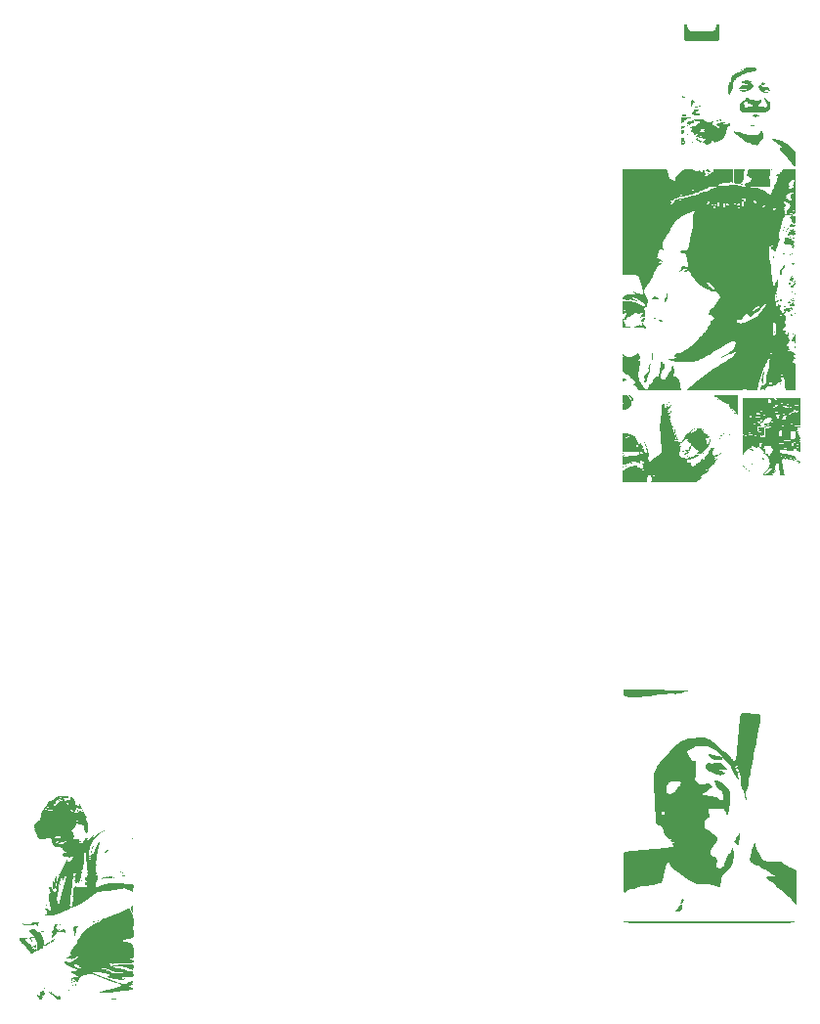
<source format=gbo>
%TF.GenerationSoftware,KiCad,Pcbnew,7.0.9*%
%TF.CreationDate,2024-10-14T12:04:04+09:00*%
%TF.ProjectId,schematic_MD,73636865-6d61-4746-9963-5f4d442e6b69,rev?*%
%TF.SameCoordinates,PX5a53c78PY8528228*%
%TF.FileFunction,Legend,Bot*%
%TF.FilePolarity,Positive*%
%FSLAX46Y46*%
G04 Gerber Fmt 4.6, Leading zero omitted, Abs format (unit mm)*
G04 Created by KiCad (PCBNEW 7.0.9) date 2024-10-14 12:04:04*
%MOMM*%
%LPD*%
G01*
G04 APERTURE LIST*
G04 APERTURE END LIST*
%TO.C,G\u002A\u002A\u002A*%
G36*
X33613142Y1278689D02*
G01*
X33609672Y1275219D01*
X33606202Y1278689D01*
X33609672Y1282159D01*
X33613142Y1278689D01*
G37*
G36*
X33606202Y2874863D02*
G01*
X33602732Y2871394D01*
X33599262Y2874863D01*
X33602732Y2878333D01*
X33606202Y2874863D01*
G37*
G36*
X33592323Y2201694D02*
G01*
X33588853Y2198224D01*
X33585383Y2201694D01*
X33588853Y2205164D01*
X33592323Y2201694D01*
G37*
G36*
X33550683Y2520929D02*
G01*
X33547213Y2517459D01*
X33543743Y2520929D01*
X33547213Y2524399D01*
X33550683Y2520929D01*
G37*
G36*
X33502104Y2541749D02*
G01*
X33498634Y2538279D01*
X33495164Y2541749D01*
X33498634Y2545219D01*
X33502104Y2541749D01*
G37*
G36*
X33446585Y6539126D02*
G01*
X33443115Y6535656D01*
X33439645Y6539126D01*
X33443115Y6542596D01*
X33446585Y6539126D01*
G37*
G36*
X33446585Y3721530D02*
G01*
X33443115Y3718060D01*
X33439645Y3721530D01*
X33443115Y3725000D01*
X33446585Y3721530D01*
G37*
G36*
X33391066Y6150492D02*
G01*
X33387596Y6147022D01*
X33384126Y6150492D01*
X33387596Y6153962D01*
X33391066Y6150492D01*
G37*
G36*
X33384126Y2840164D02*
G01*
X33380656Y2836694D01*
X33377186Y2840164D01*
X33380656Y2843634D01*
X33384126Y2840164D01*
G37*
G36*
X33384126Y2493169D02*
G01*
X33380656Y2489700D01*
X33377186Y2493169D01*
X33380656Y2496639D01*
X33384126Y2493169D01*
G37*
G36*
X33356366Y9252623D02*
G01*
X33352896Y9249153D01*
X33349426Y9252623D01*
X33352896Y9256093D01*
X33356366Y9252623D01*
G37*
G36*
X33342487Y9169344D02*
G01*
X33339017Y9165874D01*
X33335547Y9169344D01*
X33339017Y9172814D01*
X33342487Y9169344D01*
G37*
G36*
X33335547Y3721530D02*
G01*
X33332077Y3718060D01*
X33328607Y3721530D01*
X33332077Y3725000D01*
X33335547Y3721530D01*
G37*
G36*
X33335547Y2999781D02*
G01*
X33332077Y2996312D01*
X33328607Y2999781D01*
X33332077Y3003251D01*
X33335547Y2999781D01*
G37*
G36*
X33335547Y2895683D02*
G01*
X33332077Y2892213D01*
X33328607Y2895683D01*
X33332077Y2899153D01*
X33335547Y2895683D01*
G37*
G36*
X33328607Y10592022D02*
G01*
X33325137Y10588552D01*
X33321667Y10592022D01*
X33325137Y10595492D01*
X33328607Y10592022D01*
G37*
G36*
X33307787Y2451530D02*
G01*
X33304317Y2448060D01*
X33300847Y2451530D01*
X33304317Y2455000D01*
X33307787Y2451530D01*
G37*
G36*
X33280028Y2451530D02*
G01*
X33276558Y2448060D01*
X33273088Y2451530D01*
X33276558Y2455000D01*
X33280028Y2451530D01*
G37*
G36*
X33224508Y6504426D02*
G01*
X33221038Y6500956D01*
X33217568Y6504426D01*
X33221038Y6507896D01*
X33224508Y6504426D01*
G37*
G36*
X33224508Y3083060D02*
G01*
X33221038Y3079590D01*
X33217568Y3083060D01*
X33221038Y3086530D01*
X33224508Y3083060D01*
G37*
G36*
X33217568Y3152459D02*
G01*
X33214099Y3148989D01*
X33210629Y3152459D01*
X33214099Y3155929D01*
X33217568Y3152459D01*
G37*
G36*
X33182869Y2930383D02*
G01*
X33179399Y2926913D01*
X33175929Y2930383D01*
X33179399Y2933853D01*
X33182869Y2930383D01*
G37*
G36*
X33175929Y10716940D02*
G01*
X33172459Y10713470D01*
X33168989Y10716940D01*
X33172459Y10720410D01*
X33175929Y10716940D01*
G37*
G36*
X33168989Y3194098D02*
G01*
X33165519Y3190628D01*
X33162049Y3194098D01*
X33165519Y3197568D01*
X33168989Y3194098D01*
G37*
G36*
X33168989Y3138579D02*
G01*
X33165519Y3135109D01*
X33162049Y3138579D01*
X33165519Y3142049D01*
X33168989Y3138579D01*
G37*
G36*
X33162049Y3777049D02*
G01*
X33158579Y3773579D01*
X33155109Y3777049D01*
X33158579Y3780519D01*
X33162049Y3777049D01*
G37*
G36*
X33113470Y4387760D02*
G01*
X33110000Y4384290D01*
X33106530Y4387760D01*
X33110000Y4391230D01*
X33113470Y4387760D01*
G37*
G36*
X33071831Y12583771D02*
G01*
X33068361Y12580301D01*
X33064891Y12583771D01*
X33068361Y12587240D01*
X33071831Y12583771D01*
G37*
G36*
X33071831Y2944262D02*
G01*
X33068361Y2940792D01*
X33064891Y2944262D01*
X33068361Y2947732D01*
X33071831Y2944262D01*
G37*
G36*
X33057951Y12556011D02*
G01*
X33054481Y12552541D01*
X33051011Y12556011D01*
X33054481Y12559481D01*
X33057951Y12556011D01*
G37*
G36*
X33057951Y11917541D02*
G01*
X33054481Y11914071D01*
X33051011Y11917541D01*
X33054481Y11921011D01*
X33057951Y11917541D01*
G37*
G36*
X33057951Y10668361D02*
G01*
X33054481Y10664891D01*
X33051011Y10668361D01*
X33054481Y10671831D01*
X33057951Y10668361D01*
G37*
G36*
X33037131Y10765519D02*
G01*
X33033661Y10762049D01*
X33030191Y10765519D01*
X33033661Y10768989D01*
X33037131Y10765519D01*
G37*
G36*
X33002432Y3117760D02*
G01*
X32998962Y3114290D01*
X32995492Y3117760D01*
X32998962Y3121230D01*
X33002432Y3117760D01*
G37*
G36*
X32995492Y10800219D02*
G01*
X32992022Y10796749D01*
X32988552Y10800219D01*
X32992022Y10803689D01*
X32995492Y10800219D01*
G37*
G36*
X32995492Y10779399D02*
G01*
X32992022Y10775929D01*
X32988552Y10779399D01*
X32992022Y10782869D01*
X32995492Y10779399D01*
G37*
G36*
X32995492Y4013006D02*
G01*
X32992022Y4009536D01*
X32988552Y4013006D01*
X32992022Y4016475D01*
X32995492Y4013006D01*
G37*
G36*
X32988552Y2951202D02*
G01*
X32985082Y2947732D01*
X32981612Y2951202D01*
X32985082Y2954672D01*
X32988552Y2951202D01*
G37*
G36*
X32981612Y3173279D02*
G01*
X32978142Y3169809D01*
X32974672Y3173279D01*
X32978142Y3176749D01*
X32981612Y3173279D01*
G37*
G36*
X32974672Y2694426D02*
G01*
X32971202Y2690956D01*
X32967732Y2694426D01*
X32971202Y2697896D01*
X32974672Y2694426D01*
G37*
G36*
X32967732Y2944262D02*
G01*
X32964262Y2940792D01*
X32960793Y2944262D01*
X32964262Y2947732D01*
X32967732Y2944262D01*
G37*
G36*
X32953853Y3117760D02*
G01*
X32950383Y3114290D01*
X32946913Y3117760D01*
X32950383Y3121230D01*
X32953853Y3117760D01*
G37*
G36*
X32946913Y15533224D02*
G01*
X32943443Y15529754D01*
X32939973Y15533224D01*
X32943443Y15536694D01*
X32946913Y15533224D01*
G37*
G36*
X32946913Y3867268D02*
G01*
X32943443Y3863798D01*
X32939973Y3867268D01*
X32943443Y3870738D01*
X32946913Y3867268D01*
G37*
G36*
X32939973Y11889781D02*
G01*
X32936503Y11886312D01*
X32933033Y11889781D01*
X32936503Y11893251D01*
X32939973Y11889781D01*
G37*
G36*
X32870574Y10779399D02*
G01*
X32867104Y10775929D01*
X32863634Y10779399D01*
X32867104Y10782869D01*
X32870574Y10779399D01*
G37*
G36*
X32870574Y6386448D02*
G01*
X32867104Y6382978D01*
X32863634Y6386448D01*
X32867104Y6389918D01*
X32870574Y6386448D01*
G37*
G36*
X32835875Y10904317D02*
G01*
X32832405Y10900847D01*
X32828935Y10904317D01*
X32832405Y10907787D01*
X32835875Y10904317D01*
G37*
G36*
X32835875Y3096940D02*
G01*
X32832405Y3093470D01*
X32828935Y3096940D01*
X32832405Y3100410D01*
X32835875Y3096940D01*
G37*
G36*
X32828935Y4054645D02*
G01*
X32825465Y4051175D01*
X32821995Y4054645D01*
X32825465Y4058115D01*
X32828935Y4054645D01*
G37*
G36*
X32717896Y10834918D02*
G01*
X32714426Y10831448D01*
X32710956Y10834918D01*
X32714426Y10838388D01*
X32717896Y10834918D01*
G37*
G36*
X32717896Y8947268D02*
G01*
X32714426Y8943798D01*
X32710956Y8947268D01*
X32714426Y8950738D01*
X32717896Y8947268D01*
G37*
G36*
X32662377Y3638251D02*
G01*
X32658907Y3634781D01*
X32655437Y3638251D01*
X32658907Y3641721D01*
X32662377Y3638251D01*
G37*
G36*
X32634618Y11973060D02*
G01*
X32631148Y11969590D01*
X32627678Y11973060D01*
X32631148Y11976530D01*
X32634618Y11973060D01*
G37*
G36*
X32613798Y10807159D02*
G01*
X32610328Y10803689D01*
X32606858Y10807159D01*
X32610328Y10810628D01*
X32613798Y10807159D01*
G37*
G36*
X32599918Y4075465D02*
G01*
X32596448Y4071995D01*
X32592978Y4075465D01*
X32596448Y4078934D01*
X32599918Y4075465D01*
G37*
G36*
X32586038Y3666011D02*
G01*
X32582568Y3662541D01*
X32579099Y3666011D01*
X32582568Y3669481D01*
X32586038Y3666011D01*
G37*
G36*
X32565219Y4082404D02*
G01*
X32561749Y4078934D01*
X32558279Y4082404D01*
X32561749Y4085874D01*
X32565219Y4082404D01*
G37*
G36*
X32558279Y10834918D02*
G01*
X32554809Y10831448D01*
X32551339Y10834918D01*
X32554809Y10838388D01*
X32558279Y10834918D01*
G37*
G36*
X32558279Y2965082D02*
G01*
X32554809Y2961612D01*
X32551339Y2965082D01*
X32554809Y2968552D01*
X32558279Y2965082D01*
G37*
G36*
X32558279Y1445246D02*
G01*
X32554809Y1441776D01*
X32551339Y1445246D01*
X32554809Y1448716D01*
X32558279Y1445246D01*
G37*
G36*
X32530519Y4394700D02*
G01*
X32527049Y4391230D01*
X32523579Y4394700D01*
X32527049Y4398169D01*
X32530519Y4394700D01*
G37*
G36*
X32502760Y1327268D02*
G01*
X32499290Y1323798D01*
X32495820Y1327268D01*
X32499290Y1330738D01*
X32502760Y1327268D01*
G37*
G36*
X32495820Y4387760D02*
G01*
X32492350Y4384290D01*
X32488880Y4387760D01*
X32492350Y4391230D01*
X32495820Y4387760D01*
G37*
G36*
X32495820Y4346120D02*
G01*
X32492350Y4342650D01*
X32488880Y4346120D01*
X32492350Y4349590D01*
X32495820Y4346120D01*
G37*
G36*
X32461120Y3666011D02*
G01*
X32457650Y3662541D01*
X32454181Y3666011D01*
X32457650Y3669481D01*
X32461120Y3666011D01*
G37*
G36*
X32440301Y12271475D02*
G01*
X32436831Y12268006D01*
X32433361Y12271475D01*
X32436831Y12274945D01*
X32440301Y12271475D01*
G37*
G36*
X32412541Y4394700D02*
G01*
X32409071Y4391230D01*
X32405601Y4394700D01*
X32409071Y4398169D01*
X32412541Y4394700D01*
G37*
G36*
X32405601Y2423771D02*
G01*
X32402131Y2420301D01*
X32398661Y2423771D01*
X32402131Y2427240D01*
X32405601Y2423771D01*
G37*
G36*
X32384782Y2389071D02*
G01*
X32381312Y2385601D01*
X32377842Y2389071D01*
X32381312Y2392541D01*
X32384782Y2389071D01*
G37*
G36*
X32370902Y4318361D02*
G01*
X32367432Y4314891D01*
X32363962Y4318361D01*
X32367432Y4321831D01*
X32370902Y4318361D01*
G37*
G36*
X32370902Y1445246D02*
G01*
X32367432Y1441776D01*
X32363962Y1445246D01*
X32367432Y1448716D01*
X32370902Y1445246D01*
G37*
G36*
X32343142Y1278689D02*
G01*
X32339672Y1275219D01*
X32336202Y1278689D01*
X32339672Y1282159D01*
X32343142Y1278689D01*
G37*
G36*
X32336202Y1431366D02*
G01*
X32332732Y1427896D01*
X32329262Y1431366D01*
X32332732Y1434836D01*
X32336202Y1431366D01*
G37*
G36*
X32308443Y10834918D02*
G01*
X32304973Y10831448D01*
X32301503Y10834918D01*
X32304973Y10838388D01*
X32308443Y10834918D01*
G37*
G36*
X32273743Y12299235D02*
G01*
X32270273Y12295765D01*
X32266803Y12299235D01*
X32270273Y12302705D01*
X32273743Y12299235D01*
G37*
G36*
X32273743Y4332240D02*
G01*
X32270273Y4328771D01*
X32266803Y4332240D01*
X32270273Y4335710D01*
X32273743Y4332240D01*
G37*
G36*
X32266803Y1327268D02*
G01*
X32263334Y1323798D01*
X32259864Y1327268D01*
X32263334Y1330738D01*
X32266803Y1327268D01*
G37*
G36*
X32218224Y10640601D02*
G01*
X32214754Y10637131D01*
X32211284Y10640601D01*
X32214754Y10644071D01*
X32218224Y10640601D01*
G37*
G36*
X32218224Y4262842D02*
G01*
X32214754Y4259372D01*
X32211284Y4262842D01*
X32214754Y4266312D01*
X32218224Y4262842D01*
G37*
G36*
X32204344Y11848142D02*
G01*
X32200875Y11844672D01*
X32197405Y11848142D01*
X32200875Y11851612D01*
X32204344Y11848142D01*
G37*
G36*
X32197405Y4276721D02*
G01*
X32193935Y4273251D01*
X32190465Y4276721D01*
X32193935Y4280191D01*
X32197405Y4276721D01*
G37*
G36*
X32197405Y3985246D02*
G01*
X32193935Y3981776D01*
X32190465Y3985246D01*
X32193935Y3988716D01*
X32197405Y3985246D01*
G37*
G36*
X32190465Y4110164D02*
G01*
X32186995Y4106694D01*
X32183525Y4110164D01*
X32186995Y4113634D01*
X32190465Y4110164D01*
G37*
G36*
X32169645Y10633661D02*
G01*
X32166175Y10630191D01*
X32162705Y10633661D01*
X32166175Y10637131D01*
X32169645Y10633661D01*
G37*
G36*
X32169645Y1445246D02*
G01*
X32166175Y1441776D01*
X32162705Y1445246D01*
X32166175Y1448716D01*
X32169645Y1445246D01*
G37*
G36*
X32141885Y4096284D02*
G01*
X32138415Y4092814D01*
X32134946Y4096284D01*
X32138415Y4099754D01*
X32141885Y4096284D01*
G37*
G36*
X32114126Y11806503D02*
G01*
X32110656Y11803033D01*
X32107186Y11806503D01*
X32110656Y11809973D01*
X32114126Y11806503D01*
G37*
G36*
X32079426Y4401639D02*
G01*
X32075956Y4398169D01*
X32072487Y4401639D01*
X32075956Y4405109D01*
X32079426Y4401639D01*
G37*
G36*
X32051667Y10696120D02*
G01*
X32048197Y10692650D01*
X32044727Y10696120D01*
X32048197Y10699590D01*
X32051667Y10696120D01*
G37*
G36*
X32037787Y11868962D02*
G01*
X32034317Y11865492D01*
X32030847Y11868962D01*
X32034317Y11872432D01*
X32037787Y11868962D01*
G37*
G36*
X31996148Y10689180D02*
G01*
X31992678Y10685710D01*
X31989208Y10689180D01*
X31992678Y10692650D01*
X31996148Y10689180D01*
G37*
G36*
X31989208Y10557322D02*
G01*
X31985738Y10553853D01*
X31982268Y10557322D01*
X31985738Y10560792D01*
X31989208Y10557322D01*
G37*
G36*
X31947568Y10696120D02*
G01*
X31944099Y10692650D01*
X31940629Y10696120D01*
X31944099Y10699590D01*
X31947568Y10696120D01*
G37*
G36*
X31940629Y3048361D02*
G01*
X31937159Y3044891D01*
X31933689Y3048361D01*
X31937159Y3051831D01*
X31940629Y3048361D01*
G37*
G36*
X31940629Y1368907D02*
G01*
X31937159Y1365437D01*
X31933689Y1368907D01*
X31937159Y1372377D01*
X31940629Y1368907D01*
G37*
G36*
X31912869Y10557322D02*
G01*
X31909399Y10553853D01*
X31905929Y10557322D01*
X31909399Y10560792D01*
X31912869Y10557322D01*
G37*
G36*
X31871230Y11882842D02*
G01*
X31867760Y11879372D01*
X31864290Y11882842D01*
X31867760Y11886312D01*
X31871230Y11882842D01*
G37*
G36*
X31864290Y10647541D02*
G01*
X31860820Y10644071D01*
X31857350Y10647541D01*
X31860820Y10651011D01*
X31864290Y10647541D01*
G37*
G36*
X31864290Y10592022D02*
G01*
X31860820Y10588552D01*
X31857350Y10592022D01*
X31860820Y10595492D01*
X31864290Y10592022D01*
G37*
G36*
X31864290Y1896339D02*
G01*
X31860820Y1892869D01*
X31857350Y1896339D01*
X31860820Y1899809D01*
X31864290Y1896339D01*
G37*
G36*
X31829590Y4311421D02*
G01*
X31826120Y4307951D01*
X31822650Y4311421D01*
X31826120Y4314891D01*
X31829590Y4311421D01*
G37*
G36*
X31801831Y3610492D02*
G01*
X31798361Y3607022D01*
X31794891Y3610492D01*
X31798361Y3613962D01*
X31801831Y3610492D01*
G37*
G36*
X31781011Y8551694D02*
G01*
X31777541Y8548224D01*
X31774071Y8551694D01*
X31777541Y8555164D01*
X31781011Y8551694D01*
G37*
G36*
X31774071Y4332240D02*
G01*
X31770601Y4328771D01*
X31767131Y4332240D01*
X31770601Y4335710D01*
X31774071Y4332240D01*
G37*
G36*
X31746312Y10578142D02*
G01*
X31742842Y10574672D01*
X31739372Y10578142D01*
X31742842Y10581612D01*
X31746312Y10578142D01*
G37*
G36*
X31690793Y1334208D02*
G01*
X31687323Y1330738D01*
X31683853Y1334208D01*
X31687323Y1337678D01*
X31690793Y1334208D01*
G37*
G36*
X31669973Y2999781D02*
G01*
X31666503Y2996312D01*
X31663033Y2999781D01*
X31666503Y3003251D01*
X31669973Y2999781D01*
G37*
G36*
X31663033Y10647541D02*
G01*
X31659563Y10644071D01*
X31656093Y10647541D01*
X31659563Y10651011D01*
X31663033Y10647541D01*
G37*
G36*
X31663033Y10612842D02*
G01*
X31659563Y10609372D01*
X31656093Y10612842D01*
X31659563Y10616312D01*
X31663033Y10612842D01*
G37*
G36*
X31656093Y3055301D02*
G01*
X31652623Y3051831D01*
X31649153Y3055301D01*
X31652623Y3058771D01*
X31656093Y3055301D01*
G37*
G36*
X31656093Y3006721D02*
G01*
X31652623Y3003251D01*
X31649153Y3006721D01*
X31652623Y3010191D01*
X31656093Y3006721D01*
G37*
G36*
X31649153Y3110820D02*
G01*
X31645683Y3107350D01*
X31642213Y3110820D01*
X31645683Y3114290D01*
X31649153Y3110820D01*
G37*
G36*
X31635273Y3006721D02*
G01*
X31631803Y3003251D01*
X31628334Y3006721D01*
X31631803Y3010191D01*
X31635273Y3006721D01*
G37*
G36*
X31558935Y3395355D02*
G01*
X31555465Y3391885D01*
X31551995Y3395355D01*
X31555465Y3398825D01*
X31558935Y3395355D01*
G37*
G36*
X31551995Y8447596D02*
G01*
X31548525Y8444126D01*
X31545055Y8447596D01*
X31548525Y8451066D01*
X31551995Y8447596D01*
G37*
G36*
X31503415Y10654481D02*
G01*
X31499946Y10651011D01*
X31496476Y10654481D01*
X31499946Y10657951D01*
X31503415Y10654481D01*
G37*
G36*
X31503415Y8440656D02*
G01*
X31499946Y8437186D01*
X31496476Y8440656D01*
X31499946Y8444126D01*
X31503415Y8440656D01*
G37*
G36*
X31496476Y4332240D02*
G01*
X31493006Y4328771D01*
X31489536Y4332240D01*
X31493006Y4335710D01*
X31496476Y4332240D01*
G37*
G36*
X31413197Y3860328D02*
G01*
X31409727Y3856858D01*
X31406257Y3860328D01*
X31409727Y3863798D01*
X31413197Y3860328D01*
G37*
G36*
X31392377Y3839508D02*
G01*
X31388907Y3836038D01*
X31385437Y3839508D01*
X31388907Y3842978D01*
X31392377Y3839508D01*
G37*
G36*
X31385437Y11896721D02*
G01*
X31381967Y11893251D01*
X31378497Y11896721D01*
X31381967Y11900191D01*
X31385437Y11896721D01*
G37*
G36*
X31364618Y14388142D02*
G01*
X31361148Y14384672D01*
X31357678Y14388142D01*
X31361148Y14391612D01*
X31364618Y14388142D01*
G37*
G36*
X31357678Y14422842D02*
G01*
X31354208Y14419372D01*
X31350738Y14422842D01*
X31354208Y14426312D01*
X31357678Y14422842D01*
G37*
G36*
X31343798Y14443661D02*
G01*
X31340328Y14440191D01*
X31336858Y14443661D01*
X31340328Y14447131D01*
X31343798Y14443661D01*
G37*
G36*
X31336858Y14520000D02*
G01*
X31333388Y14516530D01*
X31329918Y14520000D01*
X31333388Y14523470D01*
X31336858Y14520000D01*
G37*
G36*
X31316038Y11723224D02*
G01*
X31312568Y11719754D01*
X31309099Y11723224D01*
X31312568Y11726694D01*
X31316038Y11723224D01*
G37*
G36*
X31302159Y11737104D02*
G01*
X31298689Y11733634D01*
X31295219Y11737104D01*
X31298689Y11740574D01*
X31302159Y11737104D01*
G37*
G36*
X31260519Y13909290D02*
G01*
X31257049Y13905820D01*
X31253579Y13909290D01*
X31257049Y13912760D01*
X31260519Y13909290D01*
G37*
G36*
X31246640Y8364317D02*
G01*
X31243170Y8360847D01*
X31239700Y8364317D01*
X31243170Y8367787D01*
X31246640Y8364317D01*
G37*
G36*
X31218880Y3943607D02*
G01*
X31215410Y3940137D01*
X31211940Y3943607D01*
X31215410Y3947077D01*
X31218880Y3943607D01*
G37*
G36*
X31211940Y8329618D02*
G01*
X31208470Y8326148D01*
X31205000Y8329618D01*
X31208470Y8333087D01*
X31211940Y8329618D01*
G37*
G36*
X31163361Y2097596D02*
G01*
X31159891Y2094126D01*
X31156421Y2097596D01*
X31159891Y2101066D01*
X31163361Y2097596D01*
G37*
G36*
X31135601Y12965465D02*
G01*
X31132131Y12961995D01*
X31128661Y12965465D01*
X31132131Y12968934D01*
X31135601Y12965465D01*
G37*
G36*
X31114782Y14075847D02*
G01*
X31111312Y14072377D01*
X31107842Y14075847D01*
X31111312Y14079317D01*
X31114782Y14075847D01*
G37*
G36*
X31107842Y3256557D02*
G01*
X31104372Y3253087D01*
X31100902Y3256557D01*
X31104372Y3260027D01*
X31107842Y3256557D01*
G37*
G36*
X31059262Y11723224D02*
G01*
X31055793Y11719754D01*
X31052323Y11723224D01*
X31055793Y11726694D01*
X31059262Y11723224D01*
G37*
G36*
X31052323Y13937049D02*
G01*
X31048853Y13933579D01*
X31045383Y13937049D01*
X31048853Y13940519D01*
X31052323Y13937049D01*
G37*
G36*
X31052323Y13874590D02*
G01*
X31048853Y13871120D01*
X31045383Y13874590D01*
X31048853Y13878060D01*
X31052323Y13874590D01*
G37*
G36*
X31038443Y12944645D02*
G01*
X31034973Y12941175D01*
X31031503Y12944645D01*
X31034973Y12948115D01*
X31038443Y12944645D01*
G37*
G36*
X31031503Y3270437D02*
G01*
X31028033Y3266967D01*
X31024563Y3270437D01*
X31028033Y3273907D01*
X31031503Y3270437D01*
G37*
G36*
X31017623Y12937705D02*
G01*
X31014153Y12934235D01*
X31010683Y12937705D01*
X31014153Y12941175D01*
X31017623Y12937705D01*
G37*
G36*
X31017623Y11674645D02*
G01*
X31014153Y11671175D01*
X31010683Y11674645D01*
X31014153Y11678115D01*
X31017623Y11674645D01*
G37*
G36*
X31003743Y13659454D02*
G01*
X31000273Y13655984D01*
X30996803Y13659454D01*
X31000273Y13662924D01*
X31003743Y13659454D01*
G37*
G36*
X31003743Y2007377D02*
G01*
X31000273Y2003907D01*
X30996803Y2007377D01*
X31000273Y2010847D01*
X31003743Y2007377D01*
G37*
G36*
X30996803Y12937705D02*
G01*
X30993334Y12934235D01*
X30989864Y12937705D01*
X30993334Y12941175D01*
X30996803Y12937705D01*
G37*
G36*
X30989864Y13548415D02*
G01*
X30986394Y13544945D01*
X30982924Y13548415D01*
X30986394Y13551885D01*
X30989864Y13548415D01*
G37*
G36*
X30969044Y12618470D02*
G01*
X30965574Y12615000D01*
X30962104Y12618470D01*
X30965574Y12621940D01*
X30969044Y12618470D01*
G37*
G36*
X30934344Y12514372D02*
G01*
X30930875Y12510902D01*
X30927405Y12514372D01*
X30930875Y12517842D01*
X30934344Y12514372D01*
G37*
G36*
X30753907Y15054372D02*
G01*
X30750437Y15050902D01*
X30746967Y15054372D01*
X30750437Y15057842D01*
X30753907Y15054372D01*
G37*
G36*
X30726148Y11938361D02*
G01*
X30722678Y11934891D01*
X30719208Y11938361D01*
X30722678Y11941831D01*
X30726148Y11938361D01*
G37*
G36*
X30726148Y8176940D02*
G01*
X30722678Y8173470D01*
X30719208Y8176940D01*
X30722678Y8180410D01*
X30726148Y8176940D01*
G37*
G36*
X30719208Y14762896D02*
G01*
X30715738Y14759426D01*
X30712268Y14762896D01*
X30715738Y14766366D01*
X30719208Y14762896D01*
G37*
G36*
X30663689Y8086721D02*
G01*
X30660219Y8083251D01*
X30656749Y8086721D01*
X30660219Y8090191D01*
X30663689Y8086721D01*
G37*
G36*
X30656749Y11938361D02*
G01*
X30653279Y11934891D01*
X30649809Y11938361D01*
X30653279Y11941831D01*
X30656749Y11938361D01*
G37*
G36*
X30649809Y8058962D02*
G01*
X30646339Y8055492D01*
X30642869Y8058962D01*
X30646339Y8062432D01*
X30649809Y8058962D01*
G37*
G36*
X30517951Y1896339D02*
G01*
X30514481Y1892869D01*
X30511011Y1896339D01*
X30514481Y1899809D01*
X30517951Y1896339D01*
G37*
G36*
X30462432Y7940984D02*
G01*
X30458962Y7937514D01*
X30455492Y7940984D01*
X30458962Y7944454D01*
X30462432Y7940984D01*
G37*
G36*
X30420793Y8086721D02*
G01*
X30417323Y8083251D01*
X30413853Y8086721D01*
X30417323Y8090191D01*
X30420793Y8086721D01*
G37*
G36*
X30386093Y12549071D02*
G01*
X30382623Y12545601D01*
X30379153Y12549071D01*
X30382623Y12552541D01*
X30386093Y12549071D01*
G37*
G36*
X30337514Y15061312D02*
G01*
X30334044Y15057842D01*
X30330574Y15061312D01*
X30334044Y15064781D01*
X30337514Y15061312D01*
G37*
G36*
X30281995Y3582732D02*
G01*
X30278525Y3579262D01*
X30275055Y3582732D01*
X30278525Y3586202D01*
X30281995Y3582732D01*
G37*
G36*
X30281995Y1778361D02*
G01*
X30278525Y1774891D01*
X30275055Y1778361D01*
X30278525Y1781831D01*
X30281995Y1778361D01*
G37*
G36*
X30073798Y14499180D02*
G01*
X30070328Y14495710D01*
X30066858Y14499180D01*
X30070328Y14502650D01*
X30073798Y14499180D01*
G37*
G36*
X30073798Y7885465D02*
G01*
X30070328Y7881995D01*
X30066858Y7885465D01*
X30070328Y7888934D01*
X30073798Y7885465D01*
G37*
G36*
X30032159Y14103607D02*
G01*
X30028689Y14100137D01*
X30025219Y14103607D01*
X30028689Y14107077D01*
X30032159Y14103607D01*
G37*
G36*
X29941940Y14110547D02*
G01*
X29938470Y14107077D01*
X29935000Y14110547D01*
X29938470Y14114016D01*
X29941940Y14110547D01*
G37*
G36*
X29928060Y13770492D02*
G01*
X29924590Y13767022D01*
X29921120Y13770492D01*
X29924590Y13773962D01*
X29928060Y13770492D01*
G37*
G36*
X29921120Y14124426D02*
G01*
X29917650Y14120956D01*
X29914181Y14124426D01*
X29917650Y14127896D01*
X29921120Y14124426D01*
G37*
G36*
X29921120Y13909290D02*
G01*
X29917650Y13905820D01*
X29914181Y13909290D01*
X29917650Y13912760D01*
X29921120Y13909290D01*
G37*
G36*
X29886421Y13992568D02*
G01*
X29882951Y13989098D01*
X29879481Y13992568D01*
X29882951Y13996038D01*
X29886421Y13992568D01*
G37*
G36*
X29886421Y7892404D02*
G01*
X29882951Y7888934D01*
X29879481Y7892404D01*
X29882951Y7895874D01*
X29886421Y7892404D01*
G37*
G36*
X29865601Y13444317D02*
G01*
X29862131Y13440847D01*
X29858661Y13444317D01*
X29862131Y13447787D01*
X29865601Y13444317D01*
G37*
G36*
X29837842Y15200109D02*
G01*
X29834372Y15196639D01*
X29830902Y15200109D01*
X29834372Y15203579D01*
X29837842Y15200109D01*
G37*
G36*
X29699044Y15012732D02*
G01*
X29695574Y15009262D01*
X29692104Y15012732D01*
X29695574Y15016202D01*
X29699044Y15012732D01*
G37*
G36*
X29692104Y13367978D02*
G01*
X29688634Y13364508D01*
X29685164Y13367978D01*
X29688634Y13371448D01*
X29692104Y13367978D01*
G37*
G36*
X29671284Y15040492D02*
G01*
X29667814Y15037022D01*
X29664344Y15040492D01*
X29667814Y15043962D01*
X29671284Y15040492D01*
G37*
G36*
X29671284Y13943989D02*
G01*
X29667814Y13940519D01*
X29664344Y13943989D01*
X29667814Y13947459D01*
X29671284Y13943989D01*
G37*
G36*
X29657405Y14915574D02*
G01*
X29653935Y14912104D01*
X29650465Y14915574D01*
X29653935Y14919044D01*
X29657405Y14915574D01*
G37*
G36*
X29636585Y7448251D02*
G01*
X29633115Y7444781D01*
X29629645Y7448251D01*
X29633115Y7451721D01*
X29636585Y7448251D01*
G37*
G36*
X29608825Y12826667D02*
G01*
X29605355Y12823197D01*
X29601885Y12826667D01*
X29605355Y12830137D01*
X29608825Y12826667D01*
G37*
G36*
X29601885Y12403333D02*
G01*
X29598415Y12399863D01*
X29594946Y12403333D01*
X29598415Y12406803D01*
X29601885Y12403333D01*
G37*
G36*
X29504727Y13388798D02*
G01*
X29501257Y13385328D01*
X29497787Y13388798D01*
X29501257Y13392268D01*
X29504727Y13388798D01*
G37*
G36*
X29490847Y14984973D02*
G01*
X29487377Y14981503D01*
X29483907Y14984973D01*
X29487377Y14988443D01*
X29490847Y14984973D01*
G37*
G36*
X29463088Y16761585D02*
G01*
X29459618Y16758115D01*
X29456148Y16761585D01*
X29459618Y16765055D01*
X29463088Y16761585D01*
G37*
G36*
X29449208Y11556667D02*
G01*
X29445738Y11553197D01*
X29442268Y11556667D01*
X29445738Y11560137D01*
X29449208Y11556667D01*
G37*
G36*
X29442268Y14166066D02*
G01*
X29438798Y14162596D01*
X29435328Y14166066D01*
X29438798Y14169536D01*
X29442268Y14166066D01*
G37*
G36*
X29442268Y11383169D02*
G01*
X29438798Y11379700D01*
X29435328Y11383169D01*
X29438798Y11386639D01*
X29442268Y11383169D01*
G37*
G36*
X29407568Y7246995D02*
G01*
X29404099Y7243525D01*
X29400629Y7246995D01*
X29404099Y7250465D01*
X29407568Y7246995D01*
G37*
G36*
X29282650Y12847486D02*
G01*
X29279181Y12844016D01*
X29275711Y12847486D01*
X29279181Y12850956D01*
X29282650Y12847486D01*
G37*
G36*
X29282650Y8496175D02*
G01*
X29279181Y8492705D01*
X29275711Y8496175D01*
X29279181Y8499645D01*
X29282650Y8496175D01*
G37*
G36*
X29116093Y11501148D02*
G01*
X29112623Y11497678D01*
X29109153Y11501148D01*
X29112623Y11504618D01*
X29116093Y11501148D01*
G37*
G36*
X29095273Y11327650D02*
G01*
X29091803Y11324180D01*
X29088334Y11327650D01*
X29091803Y11331120D01*
X29095273Y11327650D01*
G37*
G36*
X29067514Y3166339D02*
G01*
X29064044Y3162869D01*
X29060574Y3166339D01*
X29064044Y3169809D01*
X29067514Y3166339D01*
G37*
G36*
X29060574Y11667705D02*
G01*
X29057104Y11664235D01*
X29053634Y11667705D01*
X29057104Y11671175D01*
X29060574Y11667705D01*
G37*
G36*
X29005055Y3228798D02*
G01*
X29001585Y3225328D01*
X28998115Y3228798D01*
X29001585Y3232268D01*
X29005055Y3228798D01*
G37*
G36*
X28894017Y11272131D02*
G01*
X28890547Y11268661D01*
X28887077Y11272131D01*
X28890547Y11275601D01*
X28894017Y11272131D01*
G37*
G36*
X28894017Y4117104D02*
G01*
X28890547Y4113634D01*
X28887077Y4117104D01*
X28890547Y4120574D01*
X28894017Y4117104D01*
G37*
G36*
X28887077Y15109891D02*
G01*
X28883607Y15106421D01*
X28880137Y15109891D01*
X28883607Y15113361D01*
X28887077Y15109891D01*
G37*
G36*
X28838497Y7663388D02*
G01*
X28835028Y7659918D01*
X28831558Y7663388D01*
X28835028Y7666858D01*
X28838497Y7663388D01*
G37*
G36*
X28838497Y7642568D02*
G01*
X28835028Y7639098D01*
X28831558Y7642568D01*
X28835028Y7646038D01*
X28838497Y7642568D01*
G37*
G36*
X28831558Y17552732D02*
G01*
X28828088Y17549262D01*
X28824618Y17552732D01*
X28828088Y17556202D01*
X28831558Y17552732D01*
G37*
G36*
X28831558Y7607869D02*
G01*
X28828088Y7604399D01*
X28824618Y7607869D01*
X28828088Y7611339D01*
X28831558Y7607869D01*
G37*
G36*
X28831558Y6497486D02*
G01*
X28828088Y6494016D01*
X28824618Y6497486D01*
X28828088Y6500956D01*
X28831558Y6497486D01*
G37*
G36*
X28810738Y2860984D02*
G01*
X28807268Y2857514D01*
X28803798Y2860984D01*
X28807268Y2864454D01*
X28810738Y2860984D01*
G37*
G36*
X28796858Y7642568D02*
G01*
X28793388Y7639098D01*
X28789918Y7642568D01*
X28793388Y7646038D01*
X28796858Y7642568D01*
G37*
G36*
X28776038Y7649508D02*
G01*
X28772568Y7646038D01*
X28769099Y7649508D01*
X28772568Y7652978D01*
X28776038Y7649508D01*
G37*
G36*
X28776038Y4054645D02*
G01*
X28772568Y4051175D01*
X28769099Y4054645D01*
X28772568Y4058115D01*
X28776038Y4054645D01*
G37*
G36*
X28685820Y11056995D02*
G01*
X28682350Y11053525D01*
X28678880Y11056995D01*
X28682350Y11060465D01*
X28685820Y11056995D01*
G37*
G36*
X28671940Y17774809D02*
G01*
X28668470Y17771339D01*
X28665000Y17774809D01*
X28668470Y17778279D01*
X28671940Y17774809D01*
G37*
G36*
X28671940Y7108197D02*
G01*
X28668470Y7104727D01*
X28665000Y7108197D01*
X28668470Y7111667D01*
X28671940Y7108197D01*
G37*
G36*
X28671940Y3284317D02*
G01*
X28668470Y3280847D01*
X28665000Y3284317D01*
X28668470Y3287787D01*
X28671940Y3284317D01*
G37*
G36*
X28665000Y7017978D02*
G01*
X28661530Y7014508D01*
X28658060Y7017978D01*
X28661530Y7021448D01*
X28665000Y7017978D01*
G37*
G36*
X28665000Y3950547D02*
G01*
X28661530Y3947077D01*
X28658060Y3950547D01*
X28661530Y3954016D01*
X28665000Y3950547D01*
G37*
G36*
X28658060Y17719290D02*
G01*
X28654590Y17715820D01*
X28651120Y17719290D01*
X28654590Y17722760D01*
X28658060Y17719290D01*
G37*
G36*
X28658060Y7170656D02*
G01*
X28654590Y7167186D01*
X28651120Y7170656D01*
X28654590Y7174126D01*
X28658060Y7170656D01*
G37*
G36*
X28637241Y7004098D02*
G01*
X28633771Y7000628D01*
X28630301Y7004098D01*
X28633771Y7007568D01*
X28637241Y7004098D01*
G37*
G36*
X28623361Y18142623D02*
G01*
X28619891Y18139153D01*
X28616421Y18142623D01*
X28619891Y18146093D01*
X28623361Y18142623D01*
G37*
G36*
X28616421Y16289672D02*
G01*
X28612951Y16286202D01*
X28609481Y16289672D01*
X28612951Y16293142D01*
X28616421Y16289672D01*
G37*
G36*
X28616421Y6664044D02*
G01*
X28612951Y6660574D01*
X28609481Y6664044D01*
X28612951Y6667514D01*
X28616421Y6664044D01*
G37*
G36*
X28609481Y6962459D02*
G01*
X28606011Y6958989D01*
X28602541Y6962459D01*
X28606011Y6965929D01*
X28609481Y6962459D01*
G37*
G36*
X28560902Y12493552D02*
G01*
X28557432Y12490082D01*
X28553962Y12493552D01*
X28557432Y12497022D01*
X28560902Y12493552D01*
G37*
G36*
X28553962Y12549071D02*
G01*
X28550492Y12545601D01*
X28547022Y12549071D01*
X28550492Y12552541D01*
X28553962Y12549071D01*
G37*
G36*
X28553962Y12271475D02*
G01*
X28550492Y12268006D01*
X28547022Y12271475D01*
X28550492Y12274945D01*
X28553962Y12271475D01*
G37*
G36*
X28519262Y3443934D02*
G01*
X28515793Y3440465D01*
X28512323Y3443934D01*
X28515793Y3447404D01*
X28519262Y3443934D01*
G37*
G36*
X28512323Y12382514D02*
G01*
X28508853Y12379044D01*
X28505383Y12382514D01*
X28508853Y12385984D01*
X28512323Y12382514D01*
G37*
G36*
X28505383Y11848142D02*
G01*
X28501913Y11844672D01*
X28498443Y11848142D01*
X28501913Y11851612D01*
X28505383Y11848142D01*
G37*
G36*
X28505383Y11716284D02*
G01*
X28501913Y11712814D01*
X28498443Y11716284D01*
X28501913Y11719754D01*
X28505383Y11716284D01*
G37*
G36*
X28505383Y11223552D02*
G01*
X28501913Y11220082D01*
X28498443Y11223552D01*
X28501913Y11227022D01*
X28505383Y11223552D01*
G37*
G36*
X28498443Y11903661D02*
G01*
X28494973Y11900191D01*
X28491503Y11903661D01*
X28494973Y11907131D01*
X28498443Y11903661D01*
G37*
G36*
X28498443Y11584426D02*
G01*
X28494973Y11580956D01*
X28491503Y11584426D01*
X28494973Y11587896D01*
X28498443Y11584426D01*
G37*
G36*
X28498443Y11445628D02*
G01*
X28494973Y11442159D01*
X28491503Y11445628D01*
X28494973Y11449098D01*
X28498443Y11445628D01*
G37*
G36*
X28359645Y10439344D02*
G01*
X28356175Y10435874D01*
X28352705Y10439344D01*
X28356175Y10442814D01*
X28359645Y10439344D01*
G37*
G36*
X28338825Y10050710D02*
G01*
X28335355Y10047240D01*
X28331885Y10050710D01*
X28335355Y10054180D01*
X28338825Y10050710D01*
G37*
G36*
X28338825Y9773115D02*
G01*
X28335355Y9769645D01*
X28331885Y9773115D01*
X28335355Y9776585D01*
X28338825Y9773115D01*
G37*
G36*
X28338825Y9717596D02*
G01*
X28335355Y9714126D01*
X28331885Y9717596D01*
X28335355Y9721066D01*
X28338825Y9717596D01*
G37*
G36*
X28338825Y2000437D02*
G01*
X28335355Y1996967D01*
X28331885Y2000437D01*
X28335355Y2003907D01*
X28338825Y2000437D01*
G37*
G36*
X28338825Y1896339D02*
G01*
X28335355Y1892869D01*
X28331885Y1896339D01*
X28335355Y1899809D01*
X28338825Y1896339D01*
G37*
G36*
X28331885Y9828634D02*
G01*
X28328415Y9825164D01*
X28324946Y9828634D01*
X28328415Y9832104D01*
X28331885Y9828634D01*
G37*
G36*
X28331885Y6206011D02*
G01*
X28328415Y6202541D01*
X28324946Y6206011D01*
X28328415Y6209481D01*
X28331885Y6206011D01*
G37*
G36*
X28331885Y5727159D02*
G01*
X28328415Y5723689D01*
X28324946Y5727159D01*
X28328415Y5730628D01*
X28331885Y5727159D01*
G37*
G36*
X28311066Y9613497D02*
G01*
X28307596Y9610027D01*
X28304126Y9613497D01*
X28307596Y9616967D01*
X28311066Y9613497D01*
G37*
G36*
X28290246Y18163443D02*
G01*
X28286776Y18159973D01*
X28283306Y18163443D01*
X28286776Y18166913D01*
X28290246Y18163443D01*
G37*
G36*
X28290246Y6053333D02*
G01*
X28286776Y6049863D01*
X28283306Y6053333D01*
X28286776Y6056803D01*
X28290246Y6053333D01*
G37*
G36*
X28283306Y9322022D02*
G01*
X28279836Y9318552D01*
X28276366Y9322022D01*
X28279836Y9325492D01*
X28283306Y9322022D01*
G37*
G36*
X28276366Y9384481D02*
G01*
X28272896Y9381011D01*
X28269426Y9384481D01*
X28272896Y9387951D01*
X28276366Y9384481D01*
G37*
G36*
X28276366Y6060273D02*
G01*
X28272896Y6056803D01*
X28269426Y6060273D01*
X28272896Y6063743D01*
X28276366Y6060273D01*
G37*
G36*
X28276366Y5650820D02*
G01*
X28272896Y5647350D01*
X28269426Y5650820D01*
X28272896Y5654290D01*
X28276366Y5650820D01*
G37*
G36*
X28262487Y17601312D02*
G01*
X28259017Y17597842D01*
X28255547Y17601312D01*
X28259017Y17604781D01*
X28262487Y17601312D01*
G37*
G36*
X28172268Y9981312D02*
G01*
X28168798Y9977842D01*
X28165328Y9981312D01*
X28168798Y9984781D01*
X28172268Y9981312D01*
G37*
G36*
X28165328Y9384481D02*
G01*
X28161858Y9381011D01*
X28158388Y9384481D01*
X28161858Y9387951D01*
X28165328Y9384481D01*
G37*
G36*
X28151448Y9342842D02*
G01*
X28147978Y9339372D01*
X28144508Y9342842D01*
X28147978Y9346312D01*
X28151448Y9342842D01*
G37*
G36*
X28144508Y9557978D02*
G01*
X28141038Y9554508D01*
X28137568Y9557978D01*
X28141038Y9561448D01*
X28144508Y9557978D01*
G37*
G36*
X28144508Y2840164D02*
G01*
X28141038Y2836694D01*
X28137568Y2840164D01*
X28141038Y2843634D01*
X28144508Y2840164D01*
G37*
G36*
X28116749Y18788033D02*
G01*
X28113279Y18784563D01*
X28109809Y18788033D01*
X28113279Y18791503D01*
X28116749Y18788033D01*
G37*
G36*
X28116749Y5283006D02*
G01*
X28113279Y5279536D01*
X28109809Y5283006D01*
X28113279Y5286475D01*
X28116749Y5283006D01*
G37*
G36*
X28088989Y5831257D02*
G01*
X28085519Y5827787D01*
X28082049Y5831257D01*
X28085519Y5834727D01*
X28088989Y5831257D01*
G37*
G36*
X28061230Y1507705D02*
G01*
X28057760Y1504235D01*
X28054290Y1507705D01*
X28057760Y1511175D01*
X28061230Y1507705D01*
G37*
G36*
X28061230Y1459126D02*
G01*
X28057760Y1455656D01*
X28054290Y1459126D01*
X28057760Y1462596D01*
X28061230Y1459126D01*
G37*
G36*
X28054290Y5671639D02*
G01*
X28050820Y5668169D01*
X28047350Y5671639D01*
X28050820Y5675109D01*
X28054290Y5671639D01*
G37*
G36*
X28047350Y5047049D02*
G01*
X28043880Y5043579D01*
X28040410Y5047049D01*
X28043880Y5050519D01*
X28047350Y5047049D01*
G37*
G36*
X28040410Y2284973D02*
G01*
X28036940Y2281503D01*
X28033470Y2284973D01*
X28036940Y2288443D01*
X28040410Y2284973D01*
G37*
G36*
X28019590Y5047049D02*
G01*
X28016120Y5043579D01*
X28012650Y5047049D01*
X28016120Y5050519D01*
X28019590Y5047049D01*
G37*
G36*
X27998771Y18794973D02*
G01*
X27995301Y18791503D01*
X27991831Y18794973D01*
X27995301Y18798443D01*
X27998771Y18794973D01*
G37*
G36*
X27950191Y1396667D02*
G01*
X27946721Y1393197D01*
X27943252Y1396667D01*
X27946721Y1400137D01*
X27950191Y1396667D01*
G37*
G36*
X27943252Y3006721D02*
G01*
X27939782Y3003251D01*
X27936312Y3006721D01*
X27939782Y3010191D01*
X27943252Y3006721D01*
G37*
G36*
X27943252Y2978962D02*
G01*
X27939782Y2975492D01*
X27936312Y2978962D01*
X27939782Y2982432D01*
X27943252Y2978962D01*
G37*
G36*
X27915492Y3402295D02*
G01*
X27912022Y3398825D01*
X27908552Y3402295D01*
X27912022Y3405765D01*
X27915492Y3402295D01*
G37*
G36*
X27908552Y3430055D02*
G01*
X27905082Y3426585D01*
X27901612Y3430055D01*
X27905082Y3433525D01*
X27908552Y3430055D01*
G37*
G36*
X27839153Y4609836D02*
G01*
X27835683Y4606366D01*
X27832213Y4609836D01*
X27835683Y4613306D01*
X27839153Y4609836D01*
G37*
G36*
X27783634Y4811093D02*
G01*
X27780164Y4807623D01*
X27776694Y4811093D01*
X27780164Y4814563D01*
X27783634Y4811093D01*
G37*
G36*
X27728115Y18642295D02*
G01*
X27724645Y18638825D01*
X27721175Y18642295D01*
X27724645Y18645765D01*
X27728115Y18642295D01*
G37*
G36*
X27721175Y10106230D02*
G01*
X27717705Y10102760D01*
X27714235Y10106230D01*
X27717705Y10109700D01*
X27721175Y10106230D01*
G37*
G36*
X27714235Y9884153D02*
G01*
X27710765Y9880683D01*
X27707295Y9884153D01*
X27710765Y9887623D01*
X27714235Y9884153D01*
G37*
G36*
X27714235Y9849454D02*
G01*
X27710765Y9845984D01*
X27707295Y9849454D01*
X27710765Y9852924D01*
X27714235Y9849454D01*
G37*
G36*
X27714235Y9773115D02*
G01*
X27710765Y9769645D01*
X27707295Y9773115D01*
X27710765Y9776585D01*
X27714235Y9773115D01*
G37*
G36*
X27707295Y10113169D02*
G01*
X27703825Y10109700D01*
X27700355Y10113169D01*
X27703825Y10116639D01*
X27707295Y10113169D01*
G37*
G36*
X27630956Y1507705D02*
G01*
X27627487Y1504235D01*
X27624017Y1507705D01*
X27627487Y1511175D01*
X27630956Y1507705D01*
G37*
G36*
X27610137Y7496831D02*
G01*
X27606667Y7493361D01*
X27603197Y7496831D01*
X27606667Y7500301D01*
X27610137Y7496831D01*
G37*
G36*
X27554618Y13937049D02*
G01*
X27551148Y13933579D01*
X27547678Y13937049D01*
X27551148Y13940519D01*
X27554618Y13937049D01*
G37*
G36*
X27443579Y14221585D02*
G01*
X27440109Y14218115D01*
X27436640Y14221585D01*
X27440109Y14225055D01*
X27443579Y14221585D01*
G37*
G36*
X27443579Y13881530D02*
G01*
X27440109Y13878060D01*
X27436640Y13881530D01*
X27440109Y13885000D01*
X27443579Y13881530D01*
G37*
G36*
X27346421Y7059618D02*
G01*
X27342951Y7056148D01*
X27339481Y7059618D01*
X27342951Y7063087D01*
X27346421Y7059618D01*
G37*
G36*
X27311721Y10161749D02*
G01*
X27308252Y10158279D01*
X27304782Y10161749D01*
X27308252Y10165219D01*
X27311721Y10161749D01*
G37*
G36*
X27297842Y1584044D02*
G01*
X27294372Y1580574D01*
X27290902Y1584044D01*
X27294372Y1587514D01*
X27297842Y1584044D01*
G37*
G36*
X27283962Y14700437D02*
G01*
X27280492Y14696967D01*
X27277022Y14700437D01*
X27280492Y14703907D01*
X27283962Y14700437D01*
G37*
G36*
X27283962Y7857705D02*
G01*
X27280492Y7854235D01*
X27277022Y7857705D01*
X27280492Y7861175D01*
X27283962Y7857705D01*
G37*
G36*
X27283962Y7274754D02*
G01*
X27280492Y7271284D01*
X27277022Y7274754D01*
X27280492Y7278224D01*
X27283962Y7274754D01*
G37*
G36*
X27277022Y7503771D02*
G01*
X27273552Y7500301D01*
X27270082Y7503771D01*
X27273552Y7507240D01*
X27277022Y7503771D01*
G37*
G36*
X27263142Y11272131D02*
G01*
X27259672Y11268661D01*
X27256202Y11272131D01*
X27259672Y11275601D01*
X27263142Y11272131D01*
G37*
G36*
X27228443Y7524590D02*
G01*
X27224973Y7521120D01*
X27221503Y7524590D01*
X27224973Y7528060D01*
X27228443Y7524590D01*
G37*
G36*
X27221503Y12160437D02*
G01*
X27218033Y12156967D01*
X27214563Y12160437D01*
X27218033Y12163907D01*
X27221503Y12160437D01*
G37*
G36*
X27221503Y9613497D02*
G01*
X27218033Y9610027D01*
X27214563Y9613497D01*
X27218033Y9616967D01*
X27221503Y9613497D01*
G37*
G36*
X27200683Y14499180D02*
G01*
X27197213Y14495710D01*
X27193743Y14499180D01*
X27197213Y14502650D01*
X27200683Y14499180D01*
G37*
G36*
X27193743Y18434098D02*
G01*
X27190273Y18430628D01*
X27186803Y18434098D01*
X27190273Y18437568D01*
X27193743Y18434098D01*
G37*
G36*
X27193743Y9446940D02*
G01*
X27190273Y9443470D01*
X27186803Y9446940D01*
X27190273Y9450410D01*
X27193743Y9446940D01*
G37*
G36*
X27193743Y7184536D02*
G01*
X27190273Y7181066D01*
X27186803Y7184536D01*
X27190273Y7188006D01*
X27193743Y7184536D01*
G37*
G36*
X27186803Y9557978D02*
G01*
X27183334Y9554508D01*
X27179864Y9557978D01*
X27183334Y9561448D01*
X27186803Y9557978D01*
G37*
G36*
X27186803Y3839508D02*
G01*
X27183334Y3836038D01*
X27179864Y3839508D01*
X27183334Y3842978D01*
X27186803Y3839508D01*
G37*
G36*
X27172924Y9551038D02*
G01*
X27169454Y9547568D01*
X27165984Y9551038D01*
X27169454Y9554508D01*
X27172924Y9551038D01*
G37*
G36*
X27172924Y7496831D02*
G01*
X27169454Y7493361D01*
X27165984Y7496831D01*
X27169454Y7500301D01*
X27172924Y7496831D01*
G37*
G36*
X27110465Y1667322D02*
G01*
X27106995Y1663853D01*
X27103525Y1667322D01*
X27106995Y1670792D01*
X27110465Y1667322D01*
G37*
G36*
X27061885Y7108197D02*
G01*
X27058415Y7104727D01*
X27054946Y7108197D01*
X27058415Y7111667D01*
X27061885Y7108197D01*
G37*
G36*
X27061885Y1674262D02*
G01*
X27058415Y1670792D01*
X27054946Y1674262D01*
X27058415Y1677732D01*
X27061885Y1674262D01*
G37*
G36*
X27006366Y12091038D02*
G01*
X27002896Y12087568D01*
X26999426Y12091038D01*
X27002896Y12094508D01*
X27006366Y12091038D01*
G37*
G36*
X27006366Y7059618D02*
G01*
X27002896Y7056148D01*
X26999426Y7059618D01*
X27002896Y7063087D01*
X27006366Y7059618D01*
G37*
G36*
X26950847Y11868962D02*
G01*
X26947377Y11865492D01*
X26943907Y11868962D01*
X26947377Y11872432D01*
X26950847Y11868962D01*
G37*
G36*
X26950847Y11501148D02*
G01*
X26947377Y11497678D01*
X26943907Y11501148D01*
X26947377Y11504618D01*
X26950847Y11501148D01*
G37*
G36*
X26895328Y1341148D02*
G01*
X26891858Y1337678D01*
X26888388Y1341148D01*
X26891858Y1344618D01*
X26895328Y1341148D01*
G37*
G36*
X26888388Y18378579D02*
G01*
X26884918Y18375109D01*
X26881448Y18378579D01*
X26884918Y18382049D01*
X26888388Y18378579D01*
G37*
G36*
X26867568Y18218962D02*
G01*
X26864099Y18215492D01*
X26860629Y18218962D01*
X26864099Y18222432D01*
X26867568Y18218962D01*
G37*
G36*
X26867568Y9821694D02*
G01*
X26864099Y9818224D01*
X26860629Y9821694D01*
X26864099Y9825164D01*
X26867568Y9821694D01*
G37*
G36*
X26860629Y11889781D02*
G01*
X26857159Y11886312D01*
X26853689Y11889781D01*
X26857159Y11893251D01*
X26860629Y11889781D01*
G37*
G36*
X26853689Y10661421D02*
G01*
X26850219Y10657951D01*
X26846749Y10661421D01*
X26850219Y10664891D01*
X26853689Y10661421D01*
G37*
G36*
X26770410Y10550383D02*
G01*
X26766940Y10546913D01*
X26763470Y10550383D01*
X26766940Y10553853D01*
X26770410Y10550383D01*
G37*
G36*
X26742650Y11494208D02*
G01*
X26739181Y11490738D01*
X26735711Y11494208D01*
X26739181Y11497678D01*
X26742650Y11494208D01*
G37*
G36*
X26728771Y10848798D02*
G01*
X26725301Y10845328D01*
X26721831Y10848798D01*
X26725301Y10852268D01*
X26728771Y10848798D01*
G37*
G36*
X26721831Y11757924D02*
G01*
X26718361Y11754454D01*
X26714891Y11757924D01*
X26718361Y11761394D01*
X26721831Y11757924D01*
G37*
G36*
X26701011Y11494208D02*
G01*
X26697541Y11490738D01*
X26694071Y11494208D01*
X26697541Y11497678D01*
X26701011Y11494208D01*
G37*
G36*
X26701011Y7524590D02*
G01*
X26697541Y7521120D01*
X26694071Y7524590D01*
X26697541Y7528060D01*
X26701011Y7524590D01*
G37*
G36*
X26687131Y11723224D02*
G01*
X26683661Y11719754D01*
X26680191Y11723224D01*
X26683661Y11726694D01*
X26687131Y11723224D01*
G37*
G36*
X26673252Y7552350D02*
G01*
X26669782Y7548880D01*
X26666312Y7552350D01*
X26669782Y7555820D01*
X26673252Y7552350D01*
G37*
G36*
X26652432Y7607869D02*
G01*
X26648962Y7604399D01*
X26645492Y7607869D01*
X26648962Y7611339D01*
X26652432Y7607869D01*
G37*
G36*
X26652432Y7559290D02*
G01*
X26648962Y7555820D01*
X26645492Y7559290D01*
X26648962Y7562760D01*
X26652432Y7559290D01*
G37*
G36*
X26617732Y11237432D02*
G01*
X26614262Y11233962D01*
X26610793Y11237432D01*
X26614262Y11240902D01*
X26617732Y11237432D01*
G37*
G36*
X26583033Y17656831D02*
G01*
X26579563Y17653361D01*
X26576093Y17656831D01*
X26579563Y17660301D01*
X26583033Y17656831D01*
G37*
G36*
X26506694Y6664044D02*
G01*
X26503224Y6660574D01*
X26499754Y6664044D01*
X26503224Y6667514D01*
X26506694Y6664044D01*
G37*
G36*
X26451175Y7170656D02*
G01*
X26447705Y7167186D01*
X26444235Y7170656D01*
X26447705Y7174126D01*
X26451175Y7170656D01*
G37*
G36*
X26451175Y1937978D02*
G01*
X26447705Y1934508D01*
X26444235Y1937978D01*
X26447705Y1941448D01*
X26451175Y1937978D01*
G37*
G36*
X26451175Y1917159D02*
G01*
X26447705Y1913689D01*
X26444235Y1917159D01*
X26447705Y1920628D01*
X26451175Y1917159D01*
G37*
G36*
X26451175Y1896339D02*
G01*
X26447705Y1892869D01*
X26444235Y1896339D01*
X26447705Y1899809D01*
X26451175Y1896339D01*
G37*
G36*
X26395656Y10626721D02*
G01*
X26392186Y10623251D01*
X26388716Y10626721D01*
X26392186Y10630191D01*
X26395656Y10626721D01*
G37*
G36*
X26388716Y17705410D02*
G01*
X26385246Y17701940D01*
X26381776Y17705410D01*
X26385246Y17708880D01*
X26388716Y17705410D01*
G37*
G36*
X26388716Y6525246D02*
G01*
X26385246Y6521776D01*
X26381776Y6525246D01*
X26385246Y6528716D01*
X26388716Y6525246D01*
G37*
G36*
X26312377Y16359071D02*
G01*
X26308907Y16355601D01*
X26305437Y16359071D01*
X26308907Y16362541D01*
X26312377Y16359071D01*
G37*
G36*
X26298497Y9606557D02*
G01*
X26295028Y9603087D01*
X26291558Y9606557D01*
X26295028Y9610027D01*
X26298497Y9606557D01*
G37*
G36*
X26277678Y5997814D02*
G01*
X26274208Y5994344D01*
X26270738Y5997814D01*
X26274208Y6001284D01*
X26277678Y5997814D01*
G37*
G36*
X26229099Y1944918D02*
G01*
X26225629Y1941448D01*
X26222159Y1944918D01*
X26225629Y1948388D01*
X26229099Y1944918D01*
G37*
G36*
X26222159Y6719563D02*
G01*
X26218689Y6716093D01*
X26215219Y6719563D01*
X26218689Y6723033D01*
X26222159Y6719563D01*
G37*
G36*
X26194399Y6775082D02*
G01*
X26190929Y6771612D01*
X26187459Y6775082D01*
X26190929Y6778552D01*
X26194399Y6775082D01*
G37*
G36*
X26173579Y2666667D02*
G01*
X26170109Y2663197D01*
X26166640Y2666667D01*
X26170109Y2670137D01*
X26173579Y2666667D01*
G37*
G36*
X26166640Y9488579D02*
G01*
X26163170Y9485109D01*
X26159700Y9488579D01*
X26163170Y9492049D01*
X26166640Y9488579D01*
G37*
G36*
X26166640Y9446940D02*
G01*
X26163170Y9443470D01*
X26159700Y9446940D01*
X26163170Y9450410D01*
X26166640Y9446940D01*
G37*
G36*
X26111120Y8829290D02*
G01*
X26107650Y8825820D01*
X26104181Y8829290D01*
X26107650Y8832760D01*
X26111120Y8829290D01*
G37*
G36*
X26111120Y1597924D02*
G01*
X26107650Y1594454D01*
X26104181Y1597924D01*
X26107650Y1601394D01*
X26111120Y1597924D01*
G37*
G36*
X26090301Y17497213D02*
G01*
X26086831Y17493743D01*
X26083361Y17497213D01*
X26086831Y17500683D01*
X26090301Y17497213D01*
G37*
G36*
X26055601Y17719290D02*
G01*
X26052131Y17715820D01*
X26048661Y17719290D01*
X26052131Y17722760D01*
X26055601Y17719290D01*
G37*
G36*
X26034782Y8621093D02*
G01*
X26031312Y8617623D01*
X26027842Y8621093D01*
X26031312Y8624563D01*
X26034782Y8621093D01*
G37*
G36*
X26034782Y6094973D02*
G01*
X26031312Y6091503D01*
X26027842Y6094973D01*
X26031312Y6098443D01*
X26034782Y6094973D01*
G37*
G36*
X26027842Y17712350D02*
G01*
X26024372Y17708880D01*
X26020902Y17712350D01*
X26024372Y17715820D01*
X26027842Y17712350D01*
G37*
G36*
X26000082Y16893443D02*
G01*
X25996612Y16889973D01*
X25993142Y16893443D01*
X25996612Y16896913D01*
X26000082Y16893443D01*
G37*
G36*
X25944563Y1833880D02*
G01*
X25941093Y1830410D01*
X25937623Y1833880D01*
X25941093Y1837350D01*
X25944563Y1833880D01*
G37*
G36*
X25930683Y6039454D02*
G01*
X25927213Y6035984D01*
X25923743Y6039454D01*
X25927213Y6042924D01*
X25930683Y6039454D01*
G37*
G36*
X25840465Y2229454D02*
G01*
X25836995Y2225984D01*
X25833525Y2229454D01*
X25836995Y2232924D01*
X25840465Y2229454D01*
G37*
G36*
X25833525Y17719290D02*
G01*
X25830055Y17715820D01*
X25826585Y17719290D01*
X25830055Y17722760D01*
X25833525Y17719290D01*
G37*
G36*
X25833525Y7073497D02*
G01*
X25830055Y7070027D01*
X25826585Y7073497D01*
X25830055Y7076967D01*
X25833525Y7073497D01*
G37*
G36*
X25833525Y1556284D02*
G01*
X25830055Y1552814D01*
X25826585Y1556284D01*
X25830055Y1559754D01*
X25833525Y1556284D01*
G37*
G36*
X25833525Y1445246D02*
G01*
X25830055Y1441776D01*
X25826585Y1445246D01*
X25830055Y1448716D01*
X25833525Y1445246D01*
G37*
G36*
X25812705Y5775738D02*
G01*
X25809235Y5772268D01*
X25805765Y5775738D01*
X25809235Y5779208D01*
X25812705Y5775738D01*
G37*
G36*
X25784946Y1479945D02*
G01*
X25781476Y1476475D01*
X25778006Y1479945D01*
X25781476Y1483415D01*
X25784946Y1479945D01*
G37*
G36*
X25778006Y5782678D02*
G01*
X25774536Y5779208D01*
X25771066Y5782678D01*
X25774536Y5786148D01*
X25778006Y5782678D01*
G37*
G36*
X25680847Y7038798D02*
G01*
X25677377Y7035328D01*
X25673907Y7038798D01*
X25677377Y7042268D01*
X25680847Y7038798D01*
G37*
G36*
X25666967Y1965738D02*
G01*
X25663497Y1962268D01*
X25660028Y1965738D01*
X25663497Y1969208D01*
X25666967Y1965738D01*
G37*
G36*
X25410191Y1355027D02*
G01*
X25406721Y1351557D01*
X25403252Y1355027D01*
X25406721Y1358497D01*
X25410191Y1355027D01*
G37*
G36*
X25167295Y5595301D02*
G01*
X25163825Y5591831D01*
X25160355Y5595301D01*
X25163825Y5598771D01*
X25167295Y5595301D01*
G37*
G36*
X25118716Y5574481D02*
G01*
X25115246Y5571011D01*
X25111776Y5574481D01*
X25115246Y5577951D01*
X25118716Y5574481D01*
G37*
G36*
X25077077Y6365628D02*
G01*
X25073607Y6362159D01*
X25070137Y6365628D01*
X25073607Y6369098D01*
X25077077Y6365628D01*
G37*
G36*
X24931339Y6219891D02*
G01*
X24927869Y6216421D01*
X24924399Y6219891D01*
X24927869Y6223361D01*
X24931339Y6219891D01*
G37*
G36*
X24910519Y6830601D02*
G01*
X24907049Y6827131D01*
X24903579Y6830601D01*
X24907049Y6834071D01*
X24910519Y6830601D01*
G37*
G36*
X24778661Y6296230D02*
G01*
X24775191Y6292760D01*
X24771721Y6296230D01*
X24775191Y6299700D01*
X24778661Y6296230D01*
G37*
G36*
X24667623Y6067213D02*
G01*
X24664153Y6063743D01*
X24660683Y6067213D01*
X24664153Y6070683D01*
X24667623Y6067213D01*
G37*
G36*
X33569190Y4777550D02*
G01*
X33570275Y4775463D01*
X33564563Y4772924D01*
X33560889Y4773424D01*
X33559936Y4777550D01*
X33560954Y4778381D01*
X33569190Y4777550D01*
G37*
G36*
X33569190Y2508206D02*
G01*
X33570275Y2506118D01*
X33564563Y2503579D01*
X33560889Y2504080D01*
X33559936Y2508206D01*
X33560954Y2509036D01*
X33569190Y2508206D01*
G37*
G36*
X33557623Y3787459D02*
G01*
X33557122Y3783785D01*
X33552997Y3782832D01*
X33552166Y3783850D01*
X33552997Y3792086D01*
X33555084Y3793171D01*
X33557623Y3787459D01*
G37*
G36*
X33513670Y2945419D02*
G01*
X33514756Y2943332D01*
X33509044Y2940792D01*
X33505370Y2941293D01*
X33504417Y2945419D01*
X33505434Y2946250D01*
X33513670Y2945419D01*
G37*
G36*
X33502104Y3718060D02*
G01*
X33501603Y3714386D01*
X33497477Y3713434D01*
X33496647Y3714451D01*
X33497477Y3722687D01*
X33499565Y3723772D01*
X33502104Y3718060D01*
G37*
G36*
X33495164Y2913033D02*
G01*
X33494663Y2909359D01*
X33490538Y2908406D01*
X33489707Y2909423D01*
X33490538Y2917659D01*
X33492625Y2918745D01*
X33495164Y2913033D01*
G37*
G36*
X33492851Y4756730D02*
G01*
X33493937Y4754643D01*
X33488224Y4752104D01*
X33484550Y4752605D01*
X33483598Y4756730D01*
X33484615Y4757561D01*
X33492851Y4756730D01*
G37*
G36*
X33492851Y2091812D02*
G01*
X33493937Y2089725D01*
X33488224Y2087186D01*
X33484550Y2087687D01*
X33483598Y2091812D01*
X33484615Y2092643D01*
X33492851Y2091812D01*
G37*
G36*
X33469140Y6561072D02*
G01*
X33470317Y6558662D01*
X33460465Y6557571D01*
X33450918Y6558539D01*
X33451790Y6561072D01*
X33454931Y6561988D01*
X33469140Y6561072D01*
G37*
G36*
X33446037Y2937901D02*
G01*
X33445546Y2930862D01*
X33442392Y2928792D01*
X33441017Y2931247D01*
X33441844Y2942094D01*
X33444342Y2945306D01*
X33446037Y2937901D01*
G37*
G36*
X33454826Y10329577D02*
G01*
X33458038Y10327079D01*
X33450633Y10325384D01*
X33443594Y10325875D01*
X33441525Y10329029D01*
X33443980Y10330404D01*
X33454826Y10329577D01*
G37*
G36*
X33430392Y2889900D02*
G01*
X33431478Y2887812D01*
X33425765Y2885273D01*
X33422091Y2885774D01*
X33421139Y2889900D01*
X33422156Y2890730D01*
X33430392Y2889900D01*
G37*
G36*
X33434440Y10593148D02*
G01*
X33435617Y10590738D01*
X33425765Y10589648D01*
X33416219Y10590615D01*
X33417090Y10593148D01*
X33420232Y10594065D01*
X33434440Y10593148D01*
G37*
G36*
X33399307Y2397282D02*
G01*
X33402519Y2394784D01*
X33395114Y2393089D01*
X33388075Y2393580D01*
X33386005Y2396734D01*
X33388461Y2398109D01*
X33399307Y2397282D01*
G37*
G36*
X33347113Y9219080D02*
G01*
X33348199Y9216993D01*
X33342487Y9214454D01*
X33338813Y9214954D01*
X33337860Y9219080D01*
X33338877Y9219911D01*
X33347113Y9219080D01*
G37*
G36*
X33340173Y6519463D02*
G01*
X33341259Y6517375D01*
X33335547Y6514836D01*
X33331873Y6515337D01*
X33330920Y6519463D01*
X33331937Y6520293D01*
X33340173Y6519463D01*
G37*
G36*
X33305474Y2945419D02*
G01*
X33306559Y2943332D01*
X33300847Y2940792D01*
X33297173Y2941293D01*
X33296221Y2945419D01*
X33297238Y2946250D01*
X33305474Y2945419D01*
G37*
G36*
X33280028Y3711120D02*
G01*
X33279527Y3707446D01*
X33275401Y3706494D01*
X33274570Y3707511D01*
X33275401Y3715747D01*
X33277488Y3716833D01*
X33280028Y3711120D01*
G37*
G36*
X33280028Y2413361D02*
G01*
X33279527Y2409687D01*
X33275401Y2408734D01*
X33274570Y2409751D01*
X33275401Y2417987D01*
X33277488Y2419073D01*
X33280028Y2413361D01*
G37*
G36*
X33270774Y2952359D02*
G01*
X33271860Y2950272D01*
X33266148Y2947732D01*
X33262474Y2948233D01*
X33261521Y2952359D01*
X33262538Y2953189D01*
X33270774Y2952359D01*
G37*
G36*
X33215255Y6221047D02*
G01*
X33216341Y6218960D01*
X33210629Y6216421D01*
X33206955Y6216922D01*
X33206002Y6221047D01*
X33207019Y6221878D01*
X33215255Y6221047D01*
G37*
G36*
X33194436Y9219080D02*
G01*
X33195521Y9216993D01*
X33189809Y9214454D01*
X33186135Y9214954D01*
X33185182Y9219080D01*
X33186199Y9219911D01*
X33194436Y9219080D01*
G37*
G36*
X33066192Y3771380D02*
G01*
X33069404Y3768882D01*
X33061999Y3767187D01*
X33054960Y3767678D01*
X33052891Y3770832D01*
X33055346Y3772207D01*
X33066192Y3771380D01*
G37*
G36*
X33048698Y3035638D02*
G01*
X33049784Y3033550D01*
X33044071Y3031011D01*
X33040397Y3031512D01*
X33039445Y3035638D01*
X33040462Y3036468D01*
X33048698Y3035638D01*
G37*
G36*
X33048698Y2993998D02*
G01*
X33049784Y2991911D01*
X33044071Y2989372D01*
X33040397Y2989872D01*
X33039445Y2993998D01*
X33040462Y2994829D01*
X33048698Y2993998D01*
G37*
G36*
X33045372Y3014932D02*
G01*
X33048585Y3012434D01*
X33041180Y3010739D01*
X33034141Y3011230D01*
X33032071Y3014384D01*
X33034526Y3015759D01*
X33045372Y3014932D01*
G37*
G36*
X33034818Y2945419D02*
G01*
X33035904Y2943332D01*
X33030191Y2940792D01*
X33026517Y2941293D01*
X33025565Y2945419D01*
X33026582Y2946250D01*
X33034818Y2945419D01*
G37*
G36*
X33018047Y3805935D02*
G01*
X33019224Y3803525D01*
X33009372Y3802435D01*
X32999825Y3803402D01*
X33000697Y3805935D01*
X33003838Y3806852D01*
X33018047Y3805935D01*
G37*
G36*
X33010673Y2952473D02*
G01*
X33013885Y2949975D01*
X33006480Y2948280D01*
X32999441Y2948771D01*
X32997372Y2951925D01*
X32999827Y2953300D01*
X33010673Y2952473D01*
G37*
G36*
X32981612Y3100410D02*
G01*
X32981111Y3096736D01*
X32976986Y3095783D01*
X32976155Y3096800D01*
X32976986Y3105036D01*
X32979073Y3106122D01*
X32981612Y3100410D01*
G37*
G36*
X32972359Y12647386D02*
G01*
X32973445Y12645299D01*
X32967732Y12642760D01*
X32964058Y12643260D01*
X32963106Y12647386D01*
X32964123Y12648217D01*
X32972359Y12647386D01*
G37*
G36*
X32965419Y4000282D02*
G01*
X32966505Y3998195D01*
X32960793Y3995656D01*
X32957119Y3996157D01*
X32956166Y4000282D01*
X32957183Y4001113D01*
X32965419Y4000282D01*
G37*
G36*
X32946913Y3031011D02*
G01*
X32946412Y3027337D01*
X32942286Y3026384D01*
X32941456Y3027402D01*
X32942286Y3035638D01*
X32944374Y3036723D01*
X32946913Y3031011D01*
G37*
G36*
X32939973Y3176749D02*
G01*
X32939472Y3173075D01*
X32935346Y3172122D01*
X32934516Y3173139D01*
X32935346Y3181375D01*
X32937434Y3182461D01*
X32939973Y3176749D01*
G37*
G36*
X32882140Y3167496D02*
G01*
X32883226Y3165408D01*
X32877514Y3162869D01*
X32873840Y3163370D01*
X32872887Y3167496D01*
X32873904Y3168326D01*
X32882140Y3167496D01*
G37*
G36*
X32877514Y3079590D02*
G01*
X32877013Y3075916D01*
X32872887Y3074964D01*
X32872057Y3075981D01*
X32872887Y3084217D01*
X32874975Y3085303D01*
X32877514Y3079590D01*
G37*
G36*
X32854381Y3056457D02*
G01*
X32855467Y3054370D01*
X32849754Y3051831D01*
X32846080Y3052332D01*
X32845128Y3056457D01*
X32846145Y3057288D01*
X32854381Y3056457D01*
G37*
G36*
X32834779Y10866148D02*
G01*
X32833811Y10856601D01*
X32831278Y10857473D01*
X32830362Y10860614D01*
X32831278Y10874822D01*
X32833688Y10876000D01*
X32834779Y10866148D01*
G37*
G36*
X32820899Y2961612D02*
G01*
X32819932Y2952065D01*
X32817399Y2952937D01*
X32816482Y2956079D01*
X32817399Y2970287D01*
X32819808Y2971464D01*
X32820899Y2961612D01*
G37*
G36*
X32722523Y12224053D02*
G01*
X32723609Y12221965D01*
X32717896Y12219426D01*
X32714222Y12219927D01*
X32713270Y12224053D01*
X32714287Y12224883D01*
X32722523Y12224053D01*
G37*
G36*
X32701703Y2952359D02*
G01*
X32702789Y2950272D01*
X32697077Y2947732D01*
X32693403Y2948233D01*
X32692450Y2952359D01*
X32693467Y2953189D01*
X32701703Y2952359D01*
G37*
G36*
X32694763Y12217113D02*
G01*
X32695849Y12215026D01*
X32690137Y12212486D01*
X32686463Y12212987D01*
X32685510Y12217113D01*
X32686527Y12217944D01*
X32694763Y12217113D01*
G37*
G36*
X32673944Y3611649D02*
G01*
X32675029Y3609561D01*
X32669317Y3607022D01*
X32665643Y3607523D01*
X32664691Y3611649D01*
X32665708Y3612479D01*
X32673944Y3611649D01*
G37*
G36*
X32667004Y10836075D02*
G01*
X32668090Y10833987D01*
X32662377Y10831448D01*
X32658703Y10831949D01*
X32657751Y10836075D01*
X32658768Y10836905D01*
X32667004Y10836075D01*
G37*
G36*
X32646184Y2626184D02*
G01*
X32647270Y2624097D01*
X32641558Y2621557D01*
X32637884Y2622058D01*
X32636931Y2626184D01*
X32637948Y2627015D01*
X32646184Y2626184D01*
G37*
G36*
X32618425Y10836075D02*
G01*
X32619510Y10833987D01*
X32613798Y10831448D01*
X32610124Y10831949D01*
X32609171Y10836075D01*
X32610189Y10836905D01*
X32618425Y10836075D01*
G37*
G36*
X32565219Y1476475D02*
G01*
X32564718Y1472802D01*
X32560592Y1471849D01*
X32559762Y1472866D01*
X32560592Y1481102D01*
X32562680Y1482188D01*
X32565219Y1476475D01*
G37*
G36*
X32558279Y3960956D02*
G01*
X32557778Y3957282D01*
X32553652Y3956330D01*
X32552822Y3957347D01*
X32553652Y3965583D01*
X32555740Y3966669D01*
X32558279Y3960956D01*
G37*
G36*
X32511001Y10773730D02*
G01*
X32514213Y10771232D01*
X32506808Y10769537D01*
X32499769Y10770028D01*
X32497699Y10773182D01*
X32500155Y10774557D01*
X32511001Y10773730D01*
G37*
G36*
X32479627Y12251812D02*
G01*
X32480713Y12249725D01*
X32475000Y12247186D01*
X32471326Y12247687D01*
X32470374Y12251812D01*
X32471391Y12252643D01*
X32479627Y12251812D01*
G37*
G36*
X32447241Y8805000D02*
G01*
X32446740Y8801326D01*
X32442614Y8800373D01*
X32441783Y8801391D01*
X32442614Y8809627D01*
X32444701Y8810712D01*
X32447241Y8805000D01*
G37*
G36*
X32411993Y10786917D02*
G01*
X32411503Y10779878D01*
X32408348Y10777809D01*
X32406973Y10780264D01*
X32407800Y10791110D01*
X32410298Y10794322D01*
X32411993Y10786917D01*
G37*
G36*
X32407336Y2716372D02*
G01*
X32408513Y2713962D01*
X32398661Y2712872D01*
X32389115Y2713839D01*
X32389987Y2716372D01*
X32393128Y2717289D01*
X32407336Y2716372D01*
G37*
G36*
X32382468Y12279572D02*
G01*
X32383554Y12277485D01*
X32377842Y12274945D01*
X32374168Y12275446D01*
X32373215Y12279572D01*
X32374232Y12280403D01*
X32382468Y12279572D01*
G37*
G36*
X32296298Y4361126D02*
G01*
X32297475Y4358717D01*
X32287623Y4357626D01*
X32278076Y4358593D01*
X32278948Y4361126D01*
X32282090Y4362043D01*
X32296298Y4361126D01*
G37*
G36*
X32224616Y4110742D02*
G01*
X32224126Y4103703D01*
X32220971Y4101634D01*
X32219596Y4104089D01*
X32220423Y4114935D01*
X32222921Y4118147D01*
X32224616Y4110742D01*
G37*
G36*
X32208971Y10662577D02*
G01*
X32210057Y10660490D01*
X32204344Y10657951D01*
X32200670Y10658452D01*
X32199718Y10662577D01*
X32200735Y10663408D01*
X32208971Y10662577D01*
G37*
G36*
X32181211Y4007222D02*
G01*
X32182297Y4005135D01*
X32176585Y4002596D01*
X32172911Y4003097D01*
X32171958Y4007222D01*
X32172975Y4008053D01*
X32181211Y4007222D01*
G37*
G36*
X32169645Y10602432D02*
G01*
X32169144Y10598758D01*
X32165018Y10597805D01*
X32164188Y10598822D01*
X32165018Y10607058D01*
X32167106Y10608144D01*
X32169645Y10602432D01*
G37*
G36*
X32118752Y1279845D02*
G01*
X32119838Y1277758D01*
X32114126Y1275219D01*
X32110452Y1275719D01*
X32109499Y1279845D01*
X32110516Y1280676D01*
X32118752Y1279845D01*
G37*
G36*
X32122367Y4229413D02*
G01*
X32125579Y4226915D01*
X32118174Y4225220D01*
X32111135Y4225711D01*
X32109066Y4228865D01*
X32111521Y4230240D01*
X32122367Y4229413D01*
G37*
G36*
X32077113Y4277878D02*
G01*
X32078199Y4275791D01*
X32072487Y4273251D01*
X32068813Y4273752D01*
X32067860Y4277878D01*
X32068877Y4278709D01*
X32077113Y4277878D01*
G37*
G36*
X32051119Y1376425D02*
G01*
X32050628Y1369387D01*
X32047474Y1367317D01*
X32046099Y1369772D01*
X32046926Y1380618D01*
X32049424Y1383830D01*
X32051119Y1376425D01*
G37*
G36*
X32049354Y1397823D02*
G01*
X32050439Y1395736D01*
X32044727Y1393197D01*
X32041053Y1393698D01*
X32040100Y1397823D01*
X32041118Y1398654D01*
X32049354Y1397823D01*
G37*
G36*
X32037239Y2993420D02*
G01*
X32036748Y2986381D01*
X32033594Y2984311D01*
X32032219Y2986767D01*
X32033046Y2997613D01*
X32035544Y3000825D01*
X32037239Y2993420D01*
G37*
G36*
X32035474Y1356184D02*
G01*
X32036559Y1354097D01*
X32030847Y1351557D01*
X32027173Y1352058D01*
X32026221Y1356184D01*
X32027238Y1357015D01*
X32035474Y1356184D01*
G37*
G36*
X31961448Y1344618D02*
G01*
X31960947Y1340944D01*
X31956822Y1339991D01*
X31955991Y1341008D01*
X31956822Y1349244D01*
X31958909Y1350330D01*
X31961448Y1344618D01*
G37*
G36*
X31940629Y10567732D02*
G01*
X31940128Y10564058D01*
X31936002Y10563106D01*
X31935171Y10564123D01*
X31936002Y10572359D01*
X31938089Y10573445D01*
X31940629Y10567732D01*
G37*
G36*
X31931375Y1349244D02*
G01*
X31932461Y1347157D01*
X31926749Y1344618D01*
X31923075Y1345118D01*
X31922122Y1349244D01*
X31923139Y1350075D01*
X31931375Y1349244D01*
G37*
G36*
X31889736Y10607058D02*
G01*
X31890822Y10604971D01*
X31885109Y10602432D01*
X31881436Y10602933D01*
X31880483Y10607058D01*
X31881500Y10607889D01*
X31889736Y10607058D01*
G37*
G36*
X31841157Y10662577D02*
G01*
X31842243Y10660490D01*
X31836530Y10657951D01*
X31832856Y10658452D01*
X31831904Y10662577D01*
X31832921Y10663408D01*
X31841157Y10662577D01*
G37*
G36*
X31836530Y10574672D02*
G01*
X31836029Y10570998D01*
X31831904Y10570046D01*
X31831073Y10571063D01*
X31831904Y10579299D01*
X31833991Y10580385D01*
X31836530Y10574672D01*
G37*
G36*
X31823952Y3001052D02*
G01*
X31827164Y2998554D01*
X31819759Y2996859D01*
X31812720Y2997350D01*
X31810650Y3000504D01*
X31813105Y3001880D01*
X31823952Y3001052D01*
G37*
G36*
X31813397Y10662577D02*
G01*
X31814483Y10660490D01*
X31808771Y10657951D01*
X31805097Y10658452D01*
X31804144Y10662577D01*
X31805161Y10663408D01*
X31813397Y10662577D01*
G37*
G36*
X31774071Y11338060D02*
G01*
X31773570Y11334386D01*
X31769445Y11333434D01*
X31768614Y11334451D01*
X31769445Y11342687D01*
X31771532Y11343772D01*
X31774071Y11338060D01*
G37*
G36*
X31774071Y3107350D02*
G01*
X31773570Y3103676D01*
X31769445Y3102723D01*
X31768614Y3103740D01*
X31769445Y3111976D01*
X31771532Y3113062D01*
X31774071Y3107350D01*
G37*
G36*
X31746312Y1275219D02*
G01*
X31745811Y1271545D01*
X31741685Y1270592D01*
X31740855Y1271609D01*
X31741685Y1279845D01*
X31743772Y1280931D01*
X31746312Y1275219D01*
G37*
G36*
X31754553Y10648812D02*
G01*
X31757765Y10646314D01*
X31750360Y10644619D01*
X31743321Y10645110D01*
X31741251Y10648264D01*
X31743707Y10649639D01*
X31754553Y10648812D01*
G37*
G36*
X31716239Y10607058D02*
G01*
X31717325Y10604971D01*
X31711612Y10602432D01*
X31707938Y10602933D01*
X31706986Y10607058D01*
X31708003Y10607889D01*
X31716239Y10607058D01*
G37*
G36*
X31702359Y3118916D02*
G01*
X31703445Y3116829D01*
X31697732Y3114290D01*
X31694058Y3114791D01*
X31693106Y3118916D01*
X31694123Y3119747D01*
X31702359Y3118916D01*
G37*
G36*
X31676913Y2184344D02*
G01*
X31676412Y2180670D01*
X31672286Y2179718D01*
X31671456Y2180735D01*
X31672286Y2188971D01*
X31674374Y2190057D01*
X31676913Y2184344D01*
G37*
G36*
X31669973Y3079590D02*
G01*
X31669472Y3075916D01*
X31665346Y3074964D01*
X31664516Y3075981D01*
X31665346Y3084217D01*
X31667434Y3085303D01*
X31669973Y3079590D01*
G37*
G36*
X31669973Y1282159D02*
G01*
X31669472Y1278485D01*
X31665346Y1277532D01*
X31664516Y1278549D01*
X31665346Y1286785D01*
X31667434Y1287871D01*
X31669973Y1282159D01*
G37*
G36*
X31649153Y1302978D02*
G01*
X31648652Y1299304D01*
X31644527Y1298352D01*
X31643696Y1299369D01*
X31644527Y1307605D01*
X31646614Y1308691D01*
X31649153Y1302978D01*
G37*
G36*
X31641665Y3028119D02*
G01*
X31641175Y3021081D01*
X31638020Y3019011D01*
X31636645Y3021466D01*
X31637473Y3032312D01*
X31639971Y3035524D01*
X31641665Y3028119D01*
G37*
G36*
X31614454Y3176749D02*
G01*
X31613953Y3173075D01*
X31609827Y3172122D01*
X31608997Y3173139D01*
X31609827Y3181375D01*
X31611915Y3182461D01*
X31614454Y3176749D01*
G37*
G36*
X31587995Y4333511D02*
G01*
X31591208Y4331013D01*
X31583803Y4329318D01*
X31576764Y4329809D01*
X31574694Y4332963D01*
X31577149Y4334339D01*
X31587995Y4333511D01*
G37*
G36*
X31532476Y3375806D02*
G01*
X31535689Y3373308D01*
X31528283Y3371614D01*
X31521245Y3372104D01*
X31519175Y3375258D01*
X31521630Y3376634D01*
X31532476Y3375806D01*
G37*
G36*
X31514982Y10620938D02*
G01*
X31516068Y10618851D01*
X31510355Y10616312D01*
X31506681Y10616812D01*
X31505729Y10620938D01*
X31506746Y10621769D01*
X31514982Y10620938D01*
G37*
G36*
X31496476Y3398825D02*
G01*
X31495975Y3395151D01*
X31491849Y3394199D01*
X31491018Y3395216D01*
X31491849Y3403452D01*
X31493936Y3404538D01*
X31496476Y3398825D01*
G37*
G36*
X31487222Y3840665D02*
G01*
X31488308Y3838578D01*
X31482596Y3836038D01*
X31478922Y3836539D01*
X31477969Y3840665D01*
X31478986Y3841495D01*
X31487222Y3840665D01*
G37*
G36*
X31473343Y14548916D02*
G01*
X31474428Y14546829D01*
X31468716Y14544290D01*
X31465042Y14544791D01*
X31464089Y14548916D01*
X31465107Y14549747D01*
X31473343Y14548916D01*
G37*
G36*
X31438643Y3334053D02*
G01*
X31439729Y3331965D01*
X31434017Y3329426D01*
X31430343Y3329927D01*
X31429390Y3334053D01*
X31430407Y3334883D01*
X31438643Y3334053D01*
G37*
G36*
X31435752Y2126481D02*
G01*
X31436929Y2124072D01*
X31427077Y2122981D01*
X31417530Y2123948D01*
X31418402Y2126481D01*
X31421543Y2127398D01*
X31435752Y2126481D01*
G37*
G36*
X31417824Y3118916D02*
G01*
X31418909Y3116829D01*
X31413197Y3114290D01*
X31409523Y3114791D01*
X31408570Y3118916D01*
X31409587Y3119747D01*
X31417824Y3118916D01*
G37*
G36*
X31378497Y14100137D02*
G01*
X31377997Y14096463D01*
X31373871Y14095510D01*
X31373040Y14096527D01*
X31373871Y14104763D01*
X31375958Y14105849D01*
X31378497Y14100137D01*
G37*
G36*
X31358979Y11738375D02*
G01*
X31362191Y11735877D01*
X31354786Y11734182D01*
X31347747Y11734673D01*
X31345678Y11737827D01*
X31348133Y11739202D01*
X31358979Y11738375D01*
G37*
G36*
X31358979Y2119686D02*
G01*
X31362191Y2117188D01*
X31354786Y2115493D01*
X31347747Y2115984D01*
X31345678Y2119138D01*
X31348133Y2120513D01*
X31358979Y2119686D01*
G37*
G36*
X31343798Y3343306D02*
G01*
X31343297Y3339632D01*
X31339171Y3338679D01*
X31338341Y3339697D01*
X31339171Y3347933D01*
X31341259Y3349018D01*
X31343798Y3343306D01*
G37*
G36*
X31336858Y10644071D02*
G01*
X31336357Y10640397D01*
X31332232Y10639445D01*
X31331401Y10640462D01*
X31332232Y10648698D01*
X31334319Y10649783D01*
X31336858Y10644071D01*
G37*
G36*
X31331219Y8393347D02*
G01*
X31334432Y8390849D01*
X31327027Y8389155D01*
X31319988Y8389645D01*
X31317918Y8392799D01*
X31320373Y8394175D01*
X31331219Y8393347D01*
G37*
G36*
X31316038Y14467951D02*
G01*
X31315538Y14464277D01*
X31311412Y14463324D01*
X31310581Y14464341D01*
X31311412Y14472577D01*
X31313499Y14473663D01*
X31316038Y14467951D01*
G37*
G36*
X31253579Y13378388D02*
G01*
X31253079Y13374714D01*
X31248953Y13373761D01*
X31248122Y13374779D01*
X31248953Y13383015D01*
X31251040Y13384100D01*
X31253579Y13378388D01*
G37*
G36*
X31224724Y13135492D02*
G01*
X31223757Y13125945D01*
X31221224Y13126817D01*
X31220307Y13129958D01*
X31221224Y13144167D01*
X31223633Y13145344D01*
X31224724Y13135492D01*
G37*
G36*
X31218880Y13954399D02*
G01*
X31218379Y13950725D01*
X31214253Y13949772D01*
X31213423Y13950790D01*
X31214253Y13959026D01*
X31216341Y13960111D01*
X31218880Y13954399D01*
G37*
G36*
X31209627Y3167496D02*
G01*
X31210713Y3165408D01*
X31205000Y3162869D01*
X31201326Y3163370D01*
X31200374Y3167496D01*
X31201391Y3168326D01*
X31209627Y3167496D01*
G37*
G36*
X31181867Y8323834D02*
G01*
X31182953Y8321747D01*
X31177241Y8319208D01*
X31173567Y8319709D01*
X31172614Y8323834D01*
X31173631Y8324665D01*
X31181867Y8323834D01*
G37*
G36*
X31140228Y8323834D02*
G01*
X31141314Y8321747D01*
X31135601Y8319208D01*
X31131927Y8319709D01*
X31130975Y8323834D01*
X31131992Y8324665D01*
X31140228Y8323834D01*
G37*
G36*
X31126348Y12994381D02*
G01*
X31127434Y12992293D01*
X31121721Y12989754D01*
X31118048Y12990255D01*
X31117095Y12994381D01*
X31118112Y12995211D01*
X31126348Y12994381D01*
G37*
G36*
X31107842Y10651011D02*
G01*
X31107341Y10647337D01*
X31103215Y10646384D01*
X31102385Y10647402D01*
X31103215Y10655638D01*
X31105303Y10656723D01*
X31107842Y10651011D01*
G37*
G36*
X31105528Y12973561D02*
G01*
X31106614Y12971474D01*
X31100902Y12968934D01*
X31097228Y12969435D01*
X31096275Y12973561D01*
X31097292Y12974392D01*
X31105528Y12973561D01*
G37*
G36*
X31105528Y12938862D02*
G01*
X31106614Y12936774D01*
X31100902Y12934235D01*
X31097228Y12934736D01*
X31096275Y12938862D01*
X31097292Y12939692D01*
X31105528Y12938862D01*
G37*
G36*
X31105528Y1841976D02*
G01*
X31106614Y1839889D01*
X31100902Y1837350D01*
X31097228Y1837851D01*
X31096275Y1841976D01*
X31097292Y1842807D01*
X31105528Y1841976D01*
G37*
G36*
X31102203Y13036134D02*
G01*
X31105415Y13033636D01*
X31098010Y13031941D01*
X31090971Y13032432D01*
X31088902Y13035586D01*
X31091357Y13036962D01*
X31102203Y13036134D01*
G37*
G36*
X31051227Y12975874D02*
G01*
X31050259Y12966328D01*
X31047726Y12967200D01*
X31046810Y12970341D01*
X31047726Y12984549D01*
X31050136Y12985726D01*
X31051227Y12975874D01*
G37*
G36*
X31003743Y13572705D02*
G01*
X31003243Y13569031D01*
X30999117Y13568078D01*
X30998286Y13569096D01*
X30999117Y13577332D01*
X31001204Y13578417D01*
X31003743Y13572705D01*
G37*
G36*
X31003743Y11740574D02*
G01*
X31003243Y11736900D01*
X30999117Y11735947D01*
X30998286Y11736964D01*
X30999117Y11745200D01*
X31001204Y11746286D01*
X31003743Y11740574D01*
G37*
G36*
X30952851Y12938862D02*
G01*
X30953937Y12936774D01*
X30948224Y12934235D01*
X30944550Y12934736D01*
X30943598Y12938862D01*
X30944615Y12939692D01*
X30952851Y12938862D01*
G37*
G36*
X30941284Y11789153D02*
G01*
X30940784Y11785479D01*
X30936658Y11784526D01*
X30935827Y11785544D01*
X30936658Y11793780D01*
X30938745Y11794865D01*
X30941284Y11789153D01*
G37*
G36*
X30918151Y12550228D02*
G01*
X30919237Y12548140D01*
X30913525Y12545601D01*
X30909851Y12546102D01*
X30908898Y12550228D01*
X30909915Y12551058D01*
X30918151Y12550228D01*
G37*
G36*
X30918151Y11759080D02*
G01*
X30919237Y11756993D01*
X30913525Y11754454D01*
X30909851Y11754954D01*
X30908898Y11759080D01*
X30909915Y11759911D01*
X30918151Y11759080D01*
G37*
G36*
X30906585Y2017787D02*
G01*
X30906084Y2014113D01*
X30901958Y2013160D01*
X30901128Y2014178D01*
X30901958Y2022414D01*
X30904046Y2023499D01*
X30906585Y2017787D01*
G37*
G36*
X30908320Y3951673D02*
G01*
X30909497Y3949263D01*
X30899645Y3948172D01*
X30890098Y3949140D01*
X30890970Y3951673D01*
X30894111Y3952589D01*
X30908320Y3951673D01*
G37*
G36*
X30891609Y12517842D02*
G01*
X30890642Y12508295D01*
X30888109Y12509167D01*
X30887192Y12512308D01*
X30888109Y12526516D01*
X30890519Y12527694D01*
X30891609Y12517842D01*
G37*
G36*
X30845427Y11648156D02*
G01*
X30848639Y11645658D01*
X30841234Y11643963D01*
X30834195Y11644454D01*
X30832126Y11647608D01*
X30834581Y11648983D01*
X30845427Y11648156D01*
G37*
G36*
X30781119Y15048010D02*
G01*
X30780628Y15040971D01*
X30777474Y15038901D01*
X30776099Y15041357D01*
X30776926Y15052203D01*
X30779424Y15055415D01*
X30781119Y15048010D01*
G37*
G36*
X30772414Y8143397D02*
G01*
X30773499Y8141310D01*
X30767787Y8138771D01*
X30764113Y8139271D01*
X30763160Y8143397D01*
X30764178Y8144228D01*
X30772414Y8143397D01*
G37*
G36*
X30772414Y8115638D02*
G01*
X30773499Y8113550D01*
X30767787Y8111011D01*
X30764113Y8111512D01*
X30763160Y8115638D01*
X30764178Y8116468D01*
X30772414Y8115638D01*
G37*
G36*
X30705328Y11921011D02*
G01*
X30704827Y11917337D01*
X30700701Y11916384D01*
X30699871Y11917402D01*
X30700701Y11925638D01*
X30702789Y11926723D01*
X30705328Y11921011D01*
G37*
G36*
X30703015Y1841976D02*
G01*
X30704100Y1839889D01*
X30698388Y1837350D01*
X30694714Y1837851D01*
X30693762Y1841976D01*
X30694779Y1842807D01*
X30703015Y1841976D01*
G37*
G36*
X30557277Y3445091D02*
G01*
X30558363Y3443004D01*
X30552650Y3440465D01*
X30548977Y3440965D01*
X30548024Y3445091D01*
X30549041Y3445922D01*
X30557277Y3445091D01*
G37*
G36*
X30545163Y15304786D02*
G01*
X30544672Y15297747D01*
X30541518Y15295677D01*
X30540143Y15298133D01*
X30540970Y15308979D01*
X30543468Y15312191D01*
X30545163Y15304786D01*
G37*
G36*
X30524891Y11990410D02*
G01*
X30524390Y11986736D01*
X30520264Y11985783D01*
X30519434Y11986800D01*
X30520264Y11995036D01*
X30522352Y11996122D01*
X30524891Y11990410D01*
G37*
G36*
X30522578Y12050556D02*
G01*
X30523663Y12048468D01*
X30517951Y12045929D01*
X30514277Y12046430D01*
X30513324Y12050556D01*
X30514342Y12051386D01*
X30522578Y12050556D01*
G37*
G36*
X30490191Y12032049D02*
G01*
X30489691Y12028375D01*
X30485565Y12027423D01*
X30484734Y12028440D01*
X30485565Y12036676D01*
X30487652Y12037762D01*
X30490191Y12032049D01*
G37*
G36*
X30456793Y11988211D02*
G01*
X30460005Y11985713D01*
X30452600Y11984018D01*
X30445562Y11984509D01*
X30443492Y11987663D01*
X30445947Y11989038D01*
X30456793Y11988211D01*
G37*
G36*
X30404599Y12335091D02*
G01*
X30405685Y12333004D01*
X30399973Y12330465D01*
X30396299Y12330965D01*
X30395346Y12335091D01*
X30396363Y12335922D01*
X30404599Y12335091D01*
G37*
G36*
X30393033Y13246530D02*
G01*
X30392532Y13242856D01*
X30388406Y13241904D01*
X30387576Y13242921D01*
X30388406Y13251157D01*
X30390494Y13252242D01*
X30393033Y13246530D01*
G37*
G36*
X30393033Y12059809D02*
G01*
X30392532Y12056135D01*
X30388406Y12055182D01*
X30387576Y12056199D01*
X30388406Y12064435D01*
X30390494Y12065521D01*
X30393033Y12059809D01*
G37*
G36*
X30386093Y7972213D02*
G01*
X30385592Y7968539D01*
X30381466Y7967587D01*
X30380636Y7968604D01*
X30381466Y7976840D01*
X30383554Y7977925D01*
X30386093Y7972213D01*
G37*
G36*
X30366575Y15083402D02*
G01*
X30369787Y15080904D01*
X30362382Y15079209D01*
X30355343Y15079700D01*
X30353273Y15082854D01*
X30355728Y15084229D01*
X30366575Y15083402D01*
G37*
G36*
X30329478Y14925984D02*
G01*
X30328511Y14916437D01*
X30325978Y14917309D01*
X30325061Y14920450D01*
X30325978Y14934659D01*
X30328388Y14935836D01*
X30329478Y14925984D01*
G37*
G36*
X30219536Y7805656D02*
G01*
X30219035Y7801982D01*
X30214909Y7801029D01*
X30214079Y7802046D01*
X30214909Y7810282D01*
X30216997Y7811368D01*
X30219536Y7805656D01*
G37*
G36*
X30161703Y7976840D02*
G01*
X30162789Y7974752D01*
X30157077Y7972213D01*
X30153403Y7972714D01*
X30152450Y7976840D01*
X30153467Y7977670D01*
X30161703Y7976840D01*
G37*
G36*
X30115437Y7750137D02*
G01*
X30114937Y7746463D01*
X30110811Y7745510D01*
X30109980Y7746527D01*
X30110811Y7754763D01*
X30112898Y7755849D01*
X30115437Y7750137D01*
G37*
G36*
X30059918Y7861175D02*
G01*
X30059417Y7857501D01*
X30055292Y7856548D01*
X30054461Y7857565D01*
X30055292Y7865802D01*
X30057379Y7866887D01*
X30059918Y7861175D01*
G37*
G36*
X29962760Y12337404D02*
G01*
X29962259Y12333730D01*
X29958133Y12332778D01*
X29957303Y12333795D01*
X29958133Y12342031D01*
X29960221Y12343117D01*
X29962760Y12337404D01*
G37*
G36*
X29893361Y12857896D02*
G01*
X29892860Y12854222D01*
X29888734Y12853270D01*
X29887904Y12854287D01*
X29888734Y12862523D01*
X29890822Y12863609D01*
X29893361Y12857896D01*
G37*
G36*
X29886421Y13378388D02*
G01*
X29885920Y13374714D01*
X29881794Y13373761D01*
X29880964Y13374779D01*
X29881794Y13383015D01*
X29883882Y13384100D01*
X29886421Y13378388D01*
G37*
G36*
X29886421Y7646038D02*
G01*
X29885920Y7642364D01*
X29881794Y7641412D01*
X29880964Y7642429D01*
X29881794Y7650665D01*
X29883882Y7651751D01*
X29886421Y7646038D01*
G37*
G36*
X29879481Y13947459D02*
G01*
X29878980Y13943785D01*
X29874854Y13942832D01*
X29874024Y13943850D01*
X29874854Y13952086D01*
X29876942Y13953171D01*
X29879481Y13947459D01*
G37*
G36*
X29867336Y7581236D02*
G01*
X29868513Y7578826D01*
X29858661Y7577735D01*
X29849115Y7578703D01*
X29849987Y7581236D01*
X29853128Y7582152D01*
X29867336Y7581236D01*
G37*
G36*
X29800829Y7886621D02*
G01*
X29801915Y7884534D01*
X29796202Y7881995D01*
X29792528Y7882495D01*
X29791576Y7886621D01*
X29792593Y7887452D01*
X29800829Y7886621D01*
G37*
G36*
X29800829Y7560446D02*
G01*
X29801915Y7558359D01*
X29796202Y7555820D01*
X29792528Y7556321D01*
X29791576Y7560446D01*
X29792593Y7561277D01*
X29800829Y7560446D01*
G37*
G36*
X29726803Y15252159D02*
G01*
X29726303Y15248485D01*
X29722177Y15247532D01*
X29721346Y15248549D01*
X29722177Y15256785D01*
X29724264Y15257871D01*
X29726803Y15252159D01*
G37*
G36*
X29714225Y7893675D02*
G01*
X29717437Y7891177D01*
X29710032Y7889482D01*
X29702993Y7889973D01*
X29700923Y7893127D01*
X29703379Y7894503D01*
X29714225Y7893675D01*
G37*
G36*
X29607730Y12025109D02*
G01*
X29606762Y12015563D01*
X29604229Y12016434D01*
X29603313Y12019576D01*
X29604229Y12033784D01*
X29606639Y12034961D01*
X29607730Y12025109D01*
G37*
G36*
X29608277Y7844404D02*
G01*
X29607787Y7837365D01*
X29604632Y7835295D01*
X29603257Y7837750D01*
X29604085Y7848596D01*
X29606583Y7851809D01*
X29608277Y7844404D01*
G37*
G36*
X29599572Y12813944D02*
G01*
X29600658Y12811856D01*
X29594946Y12809317D01*
X29591272Y12809818D01*
X29590319Y12813944D01*
X29591336Y12814774D01*
X29599572Y12813944D01*
G37*
G36*
X29599572Y12439189D02*
G01*
X29600658Y12437102D01*
X29594946Y12434563D01*
X29591272Y12435064D01*
X29590319Y12439189D01*
X29591336Y12440020D01*
X29599572Y12439189D01*
G37*
G36*
X29596247Y12057610D02*
G01*
X29599459Y12055112D01*
X29592054Y12053417D01*
X29585015Y12053908D01*
X29582945Y12057062D01*
X29585401Y12058437D01*
X29596247Y12057610D01*
G37*
G36*
X29575427Y7838156D02*
G01*
X29578639Y7835658D01*
X29571234Y7833963D01*
X29564195Y7834454D01*
X29562126Y7837608D01*
X29564581Y7838983D01*
X29575427Y7838156D01*
G37*
G36*
X29560246Y12136148D02*
G01*
X29559745Y12132474D01*
X29555619Y12131521D01*
X29554789Y12132538D01*
X29555619Y12140774D01*
X29557707Y12141860D01*
X29560246Y12136148D01*
G37*
G36*
X29559698Y12917464D02*
G01*
X29559208Y12910425D01*
X29556053Y12908355D01*
X29554678Y12910810D01*
X29555505Y12921656D01*
X29558003Y12924869D01*
X29559698Y12917464D01*
G37*
G36*
X29559698Y11099212D02*
G01*
X29559208Y11092173D01*
X29556053Y11090104D01*
X29554678Y11092559D01*
X29555505Y11103405D01*
X29558003Y11106617D01*
X29559698Y11099212D01*
G37*
G36*
X29553306Y11962650D02*
G01*
X29552805Y11958976D01*
X29548680Y11958024D01*
X29547849Y11959041D01*
X29548680Y11967277D01*
X29550767Y11968363D01*
X29553306Y11962650D01*
G37*
G36*
X29553306Y11914071D02*
G01*
X29552805Y11910397D01*
X29548680Y11909445D01*
X29547849Y11910462D01*
X29548680Y11918698D01*
X29550767Y11919783D01*
X29553306Y11914071D01*
G37*
G36*
X29550993Y3396512D02*
G01*
X29552079Y3394425D01*
X29546366Y3391885D01*
X29542692Y3392386D01*
X29541740Y3396512D01*
X29542757Y3397342D01*
X29550993Y3396512D01*
G37*
G36*
X29518607Y11914071D02*
G01*
X29518106Y11910397D01*
X29513980Y11909445D01*
X29513150Y11910462D01*
X29513980Y11918698D01*
X29516068Y11919783D01*
X29518607Y11914071D01*
G37*
G36*
X29518059Y11362928D02*
G01*
X29517568Y11355889D01*
X29514414Y11353820D01*
X29513039Y11356275D01*
X29513866Y11367121D01*
X29516364Y11370333D01*
X29518059Y11362928D01*
G37*
G36*
X29481594Y11890938D02*
G01*
X29482680Y11888851D01*
X29476967Y11886312D01*
X29473293Y11886812D01*
X29472341Y11890938D01*
X29473358Y11891769D01*
X29481594Y11890938D01*
G37*
G36*
X29441720Y14097245D02*
G01*
X29441229Y14090206D01*
X29438075Y14088136D01*
X29436700Y14090592D01*
X29437527Y14101438D01*
X29440025Y14104650D01*
X29441720Y14097245D01*
G37*
G36*
X29398315Y11779900D02*
G01*
X29399401Y11777812D01*
X29393689Y11775273D01*
X29390015Y11775774D01*
X29389062Y11779900D01*
X29390079Y11780730D01*
X29398315Y11779900D01*
G37*
G36*
X29393689Y11671175D02*
G01*
X29393188Y11667501D01*
X29389062Y11666548D01*
X29388232Y11667565D01*
X29389062Y11675802D01*
X29391150Y11676887D01*
X29393689Y11671175D01*
G37*
G36*
X29342796Y7185692D02*
G01*
X29343882Y7183605D01*
X29338170Y7181066D01*
X29334496Y7181566D01*
X29333543Y7185692D01*
X29334560Y7186523D01*
X29342796Y7185692D01*
G37*
G36*
X29308097Y12723725D02*
G01*
X29309182Y12721638D01*
X29303470Y12719098D01*
X29299796Y12719599D01*
X29298844Y12723725D01*
X29299861Y12724556D01*
X29308097Y12723725D01*
G37*
G36*
X29282103Y12820305D02*
G01*
X29281612Y12813266D01*
X29278458Y12811197D01*
X29277082Y12813652D01*
X29277910Y12824498D01*
X29280408Y12827710D01*
X29282103Y12820305D01*
G37*
G36*
X29275711Y7118607D02*
G01*
X29275210Y7114933D01*
X29271084Y7113980D01*
X29270253Y7114997D01*
X29271084Y7123233D01*
X29273171Y7124319D01*
X29275711Y7118607D01*
G37*
G36*
X29242312Y12557282D02*
G01*
X29245525Y12554784D01*
X29238119Y12553089D01*
X29231081Y12553580D01*
X29229011Y12556734D01*
X29231466Y12558109D01*
X29242312Y12557282D01*
G37*
G36*
X29227131Y17479863D02*
G01*
X29226630Y17476189D01*
X29222505Y17475237D01*
X29221674Y17476254D01*
X29222505Y17484490D01*
X29224592Y17485576D01*
X29227131Y17479863D01*
G37*
G36*
X29217878Y12501649D02*
G01*
X29218964Y12499561D01*
X29213252Y12497022D01*
X29209578Y12497523D01*
X29208625Y12501649D01*
X29209642Y12502479D01*
X29217878Y12501649D01*
G37*
G36*
X29199372Y11726694D02*
G01*
X29198871Y11723020D01*
X29194745Y11722067D01*
X29193915Y11723085D01*
X29194745Y11731321D01*
X29196833Y11732406D01*
X29199372Y11726694D01*
G37*
G36*
X29198824Y11342108D02*
G01*
X29198333Y11335070D01*
X29195179Y11333000D01*
X29193804Y11335455D01*
X29194631Y11346301D01*
X29197129Y11349514D01*
X29198824Y11342108D01*
G37*
G36*
X29178552Y11782213D02*
G01*
X29178051Y11778539D01*
X29173926Y11777587D01*
X29173095Y11778604D01*
X29173926Y11786840D01*
X29176013Y11787925D01*
X29178552Y11782213D01*
G37*
G36*
X29178004Y11730742D02*
G01*
X29177514Y11723703D01*
X29174359Y11721634D01*
X29172984Y11724089D01*
X29173811Y11734935D01*
X29176309Y11738147D01*
X29178004Y11730742D01*
G37*
G36*
X29171612Y12420683D02*
G01*
X29171111Y12417009D01*
X29166986Y12416057D01*
X29166155Y12417074D01*
X29166986Y12425310D01*
X29169073Y12426395D01*
X29171612Y12420683D01*
G37*
G36*
X29171612Y3266967D02*
G01*
X29171111Y3263293D01*
X29166986Y3262341D01*
X29166155Y3263358D01*
X29166986Y3271594D01*
X29169073Y3272680D01*
X29171612Y3266967D01*
G37*
G36*
X29129973Y15057842D02*
G01*
X29129472Y15054168D01*
X29125346Y15053215D01*
X29124516Y15054232D01*
X29125346Y15062468D01*
X29127434Y15063554D01*
X29129973Y15057842D01*
G37*
G36*
X29108057Y11636475D02*
G01*
X29107090Y11626929D01*
X29104557Y11627801D01*
X29103640Y11630942D01*
X29104557Y11645150D01*
X29106967Y11646328D01*
X29108057Y11636475D01*
G37*
G36*
X29109153Y11698934D02*
G01*
X29108652Y11695261D01*
X29104527Y11694308D01*
X29103696Y11695325D01*
X29104527Y11703561D01*
X29106614Y11704647D01*
X29109153Y11698934D01*
G37*
G36*
X29106840Y11745200D02*
G01*
X29107926Y11743113D01*
X29102213Y11740574D01*
X29098539Y11741075D01*
X29097587Y11745200D01*
X29098604Y11746031D01*
X29106840Y11745200D01*
G37*
G36*
X29099900Y11717441D02*
G01*
X29100986Y11715353D01*
X29095273Y11712814D01*
X29091599Y11713315D01*
X29090647Y11717441D01*
X29091664Y11718271D01*
X29099900Y11717441D01*
G37*
G36*
X29092960Y11995036D02*
G01*
X29094046Y11992949D01*
X29088334Y11990410D01*
X29084660Y11990911D01*
X29083707Y11995036D01*
X29084724Y11995867D01*
X29092960Y11995036D01*
G37*
G36*
X29086020Y11273288D02*
G01*
X29087106Y11271200D01*
X29081394Y11268661D01*
X29077720Y11269162D01*
X29076767Y11273288D01*
X29077784Y11274118D01*
X29086020Y11273288D01*
G37*
G36*
X29074454Y11657295D02*
G01*
X29073953Y11653621D01*
X29069827Y11652669D01*
X29068997Y11653686D01*
X29069827Y11661922D01*
X29071915Y11663007D01*
X29074454Y11657295D01*
G37*
G36*
X29074454Y11615656D02*
G01*
X29073953Y11611982D01*
X29069827Y11611029D01*
X29068997Y11612046D01*
X29069827Y11620282D01*
X29071915Y11621368D01*
X29074454Y11615656D01*
G37*
G36*
X29053634Y11580956D02*
G01*
X29053133Y11577282D01*
X29049007Y11576330D01*
X29048177Y11577347D01*
X29049007Y11585583D01*
X29051095Y11586669D01*
X29053634Y11580956D01*
G37*
G36*
X29055369Y11328777D02*
G01*
X29056546Y11326367D01*
X29046694Y11325276D01*
X29037148Y11326244D01*
X29038019Y11328777D01*
X29041161Y11329693D01*
X29055369Y11328777D01*
G37*
G36*
X29030501Y11280228D02*
G01*
X29031587Y11278140D01*
X29025875Y11275601D01*
X29022201Y11276102D01*
X29021248Y11280228D01*
X29022265Y11281058D01*
X29030501Y11280228D01*
G37*
G36*
X29009681Y11328807D02*
G01*
X29010767Y11326720D01*
X29005055Y11324180D01*
X29001381Y11324681D01*
X29000428Y11328807D01*
X29001445Y11329638D01*
X29009681Y11328807D01*
G37*
G36*
X28949536Y6653634D02*
G01*
X28949035Y6649960D01*
X28944909Y6649007D01*
X28944079Y6650025D01*
X28944909Y6658261D01*
X28946997Y6659346D01*
X28949536Y6653634D01*
G37*
G36*
X28942596Y11268661D02*
G01*
X28942095Y11264987D01*
X28937969Y11264035D01*
X28937139Y11265052D01*
X28937969Y11273288D01*
X28940057Y11274374D01*
X28942596Y11268661D01*
G37*
G36*
X28894017Y7673798D02*
G01*
X28893516Y7670124D01*
X28889390Y7669171D01*
X28888559Y7670188D01*
X28889390Y7678424D01*
X28891477Y7679510D01*
X28894017Y7673798D01*
G37*
G36*
X28895318Y11051325D02*
G01*
X28898530Y11048828D01*
X28891125Y11047133D01*
X28884086Y11047623D01*
X28882016Y11050778D01*
X28884472Y11052153D01*
X28895318Y11051325D01*
G37*
G36*
X28782978Y3273907D02*
G01*
X28782477Y3270233D01*
X28778352Y3269281D01*
X28777521Y3270298D01*
X28778352Y3278534D01*
X28780439Y3279619D01*
X28782978Y3273907D01*
G37*
G36*
X28782430Y11036753D02*
G01*
X28781940Y11029714D01*
X28778785Y11027645D01*
X28777410Y11030100D01*
X28778238Y11040946D01*
X28780736Y11044158D01*
X28782430Y11036753D01*
G37*
G36*
X28776038Y11268661D02*
G01*
X28775538Y11264987D01*
X28771412Y11264035D01*
X28770581Y11265052D01*
X28771412Y11273288D01*
X28773499Y11274374D01*
X28776038Y11268661D01*
G37*
G36*
X28775491Y18087682D02*
G01*
X28775000Y18080643D01*
X28771846Y18078574D01*
X28770470Y18081029D01*
X28771298Y18091875D01*
X28773796Y18095087D01*
X28775491Y18087682D01*
G37*
G36*
X28752905Y4888588D02*
G01*
X28753991Y4886501D01*
X28748279Y4883962D01*
X28744605Y4884463D01*
X28743652Y4888588D01*
X28744669Y4889419D01*
X28752905Y4888588D01*
G37*
G36*
X28732086Y6221047D02*
G01*
X28733172Y6218960D01*
X28727459Y6216421D01*
X28723785Y6216922D01*
X28722833Y6221047D01*
X28723850Y6221878D01*
X28732086Y6221047D01*
G37*
G36*
X28718206Y17491430D02*
G01*
X28719292Y17489343D01*
X28713579Y17486803D01*
X28709905Y17487304D01*
X28708953Y17491430D01*
X28709970Y17492261D01*
X28718206Y17491430D01*
G37*
G36*
X28697386Y2556785D02*
G01*
X28698472Y2554698D01*
X28692760Y2552159D01*
X28689086Y2552659D01*
X28688133Y2556785D01*
X28689150Y2557616D01*
X28697386Y2556785D01*
G37*
G36*
X28671940Y7035328D02*
G01*
X28671439Y7031654D01*
X28667313Y7030701D01*
X28666483Y7031718D01*
X28667313Y7039955D01*
X28669401Y7041040D01*
X28671940Y7035328D01*
G37*
G36*
X28676567Y2445747D02*
G01*
X28677652Y2443659D01*
X28671940Y2441120D01*
X28668266Y2441621D01*
X28667313Y2445747D01*
X28668331Y2446577D01*
X28676567Y2445747D01*
G37*
G36*
X28665000Y18118333D02*
G01*
X28664499Y18114659D01*
X28660374Y18113707D01*
X28659543Y18114724D01*
X28660374Y18122960D01*
X28662461Y18124046D01*
X28665000Y18118333D01*
G37*
G36*
X28665000Y2510519D02*
G01*
X28664499Y2506845D01*
X28660374Y2505893D01*
X28659543Y2506910D01*
X28660374Y2515146D01*
X28662461Y2516232D01*
X28665000Y2510519D01*
G37*
G36*
X28655747Y11058151D02*
G01*
X28656833Y11056064D01*
X28651120Y11053525D01*
X28647446Y11054025D01*
X28646494Y11058151D01*
X28647511Y11058982D01*
X28655747Y11058151D01*
G37*
G36*
X28655747Y2487386D02*
G01*
X28656833Y2485299D01*
X28651120Y2482760D01*
X28647446Y2483260D01*
X28646494Y2487386D01*
X28647511Y2488217D01*
X28655747Y2487386D01*
G37*
G36*
X28641867Y15215146D02*
G01*
X28642953Y15213058D01*
X28637241Y15210519D01*
X28633567Y15211020D01*
X28632614Y15215146D01*
X28633631Y15215976D01*
X28641867Y15215146D01*
G37*
G36*
X28641867Y2397168D02*
G01*
X28642953Y2395080D01*
X28637241Y2392541D01*
X28633567Y2393042D01*
X28632614Y2397168D01*
X28633631Y2397998D01*
X28641867Y2397168D01*
G37*
G36*
X28634927Y3285474D02*
G01*
X28636013Y3283386D01*
X28630301Y3280847D01*
X28626627Y3281348D01*
X28625674Y3285474D01*
X28626691Y3286304D01*
X28634927Y3285474D01*
G37*
G36*
X28610782Y7595260D02*
G01*
X28613995Y7592762D01*
X28606589Y7591067D01*
X28599551Y7591558D01*
X28597481Y7594712D01*
X28599936Y7596087D01*
X28610782Y7595260D01*
G37*
G36*
X28574782Y12434563D02*
G01*
X28574281Y12430889D01*
X28570155Y12429936D01*
X28569324Y12430953D01*
X28570155Y12439189D01*
X28572242Y12440275D01*
X28574782Y12434563D01*
G37*
G36*
X28572468Y6949736D02*
G01*
X28573554Y6947649D01*
X28567842Y6945109D01*
X28564168Y6945610D01*
X28563215Y6949736D01*
X28564232Y6950567D01*
X28572468Y6949736D01*
G37*
G36*
X28560902Y12392924D02*
G01*
X28560401Y12389250D01*
X28556275Y12388297D01*
X28555445Y12389314D01*
X28556275Y12397550D01*
X28558363Y12398636D01*
X28560902Y12392924D01*
G37*
G36*
X28569143Y6977610D02*
G01*
X28572355Y6975112D01*
X28564950Y6973417D01*
X28557911Y6973908D01*
X28555841Y6977062D01*
X28558297Y6978437D01*
X28569143Y6977610D01*
G37*
G36*
X28519262Y11844672D02*
G01*
X28518762Y11840998D01*
X28514636Y11840046D01*
X28513805Y11841063D01*
X28514636Y11849299D01*
X28516723Y11850385D01*
X28519262Y11844672D01*
G37*
G36*
X28511775Y11689103D02*
G01*
X28511284Y11682064D01*
X28508130Y11679994D01*
X28506755Y11682450D01*
X28507582Y11693296D01*
X28510080Y11696508D01*
X28511775Y11689103D01*
G37*
G36*
X28504287Y5931885D02*
G01*
X28503320Y5922339D01*
X28500787Y5923210D01*
X28499870Y5926352D01*
X28500787Y5940560D01*
X28503196Y5941737D01*
X28504287Y5931885D01*
G37*
G36*
X28496130Y15485802D02*
G01*
X28497215Y15483714D01*
X28491503Y15481175D01*
X28487829Y15481676D01*
X28486876Y15485802D01*
X28487893Y15486632D01*
X28496130Y15485802D01*
G37*
G36*
X28496130Y11550883D02*
G01*
X28497215Y11548796D01*
X28491503Y11546257D01*
X28487829Y11546758D01*
X28486876Y11550883D01*
X28487893Y11551714D01*
X28496130Y11550883D01*
G37*
G36*
X28442376Y2417409D02*
G01*
X28441885Y2410370D01*
X28438731Y2408300D01*
X28437356Y2410756D01*
X28438183Y2421602D01*
X28440681Y2424814D01*
X28442376Y2417409D01*
G37*
G36*
X28394344Y2135765D02*
G01*
X28393844Y2132091D01*
X28389718Y2131138D01*
X28388887Y2132156D01*
X28389718Y2140392D01*
X28391805Y2141477D01*
X28394344Y2135765D01*
G37*
G36*
X28393797Y2417409D02*
G01*
X28393306Y2410370D01*
X28390152Y2408300D01*
X28388776Y2410756D01*
X28389604Y2421602D01*
X28392102Y2424814D01*
X28393797Y2417409D01*
G37*
G36*
X28393797Y2035715D02*
G01*
X28393306Y2028676D01*
X28390152Y2026606D01*
X28388776Y2029062D01*
X28389604Y2039908D01*
X28392102Y2043120D01*
X28393797Y2035715D01*
G37*
G36*
X28374826Y9774386D02*
G01*
X28378038Y9771888D01*
X28370633Y9770193D01*
X28363594Y9770683D01*
X28361525Y9773838D01*
X28363980Y9775213D01*
X28374826Y9774386D01*
G37*
G36*
X28343452Y2452687D02*
G01*
X28344538Y2450599D01*
X28338825Y2448060D01*
X28335151Y2448561D01*
X28334199Y2452687D01*
X28335216Y2453517D01*
X28343452Y2452687D01*
G37*
G36*
X28343452Y2320829D02*
G01*
X28344538Y2318741D01*
X28338825Y2316202D01*
X28335151Y2316703D01*
X28334199Y2320829D01*
X28335216Y2321659D01*
X28343452Y2320829D01*
G37*
G36*
X28347066Y2286244D02*
G01*
X28350279Y2283746D01*
X28342874Y2282051D01*
X28335835Y2282541D01*
X28333765Y2285696D01*
X28336220Y2287071D01*
X28347066Y2286244D01*
G37*
G36*
X28331885Y4592486D02*
G01*
X28331385Y4588812D01*
X28327259Y4587860D01*
X28326428Y4588877D01*
X28327259Y4597113D01*
X28329346Y4598199D01*
X28331885Y4592486D01*
G37*
G36*
X28311066Y9644727D02*
G01*
X28310565Y9641053D01*
X28306439Y9640100D01*
X28305609Y9641117D01*
X28306439Y9649353D01*
X28308527Y9650439D01*
X28311066Y9644727D01*
G37*
G36*
X28315692Y5998971D02*
G01*
X28316778Y5996884D01*
X28311066Y5994344D01*
X28307392Y5994845D01*
X28306439Y5998971D01*
X28307456Y5999801D01*
X28315692Y5998971D01*
G37*
G36*
X28301813Y9392577D02*
G01*
X28302898Y9390490D01*
X28297186Y9387951D01*
X28293512Y9388452D01*
X28292559Y9392577D01*
X28293577Y9393408D01*
X28301813Y9392577D01*
G37*
G36*
X28290246Y18187732D02*
G01*
X28289745Y18184058D01*
X28285619Y18183106D01*
X28284789Y18184123D01*
X28285619Y18192359D01*
X28287707Y18193445D01*
X28290246Y18187732D01*
G37*
G36*
X28283306Y15842049D02*
G01*
X28282805Y15838375D01*
X28278680Y15837423D01*
X28277849Y15838440D01*
X28278680Y15846676D01*
X28280767Y15847762D01*
X28283306Y15842049D01*
G37*
G36*
X28243402Y4770580D02*
G01*
X28244579Y4768170D01*
X28234727Y4767079D01*
X28225180Y4768047D01*
X28226052Y4770580D01*
X28229193Y4771496D01*
X28243402Y4770580D01*
G37*
G36*
X28236028Y3063511D02*
G01*
X28239240Y3061013D01*
X28231835Y3059318D01*
X28224796Y3059809D01*
X28222727Y3062963D01*
X28225182Y3064339D01*
X28236028Y3063511D01*
G37*
G36*
X28197714Y5943452D02*
G01*
X28198800Y5941364D01*
X28193088Y5938825D01*
X28189414Y5939326D01*
X28188461Y5943452D01*
X28189478Y5944282D01*
X28197714Y5943452D01*
G37*
G36*
X28201329Y2896954D02*
G01*
X28204541Y2894456D01*
X28197136Y2892761D01*
X28190097Y2893252D01*
X28188027Y2896406D01*
X28190483Y2897781D01*
X28201329Y2896954D01*
G37*
G36*
X28186148Y5841667D02*
G01*
X28185647Y5837993D01*
X28181521Y5837040D01*
X28180691Y5838057D01*
X28181521Y5846293D01*
X28183609Y5847379D01*
X28186148Y5841667D01*
G37*
G36*
X28086676Y5742195D02*
G01*
X28087762Y5740108D01*
X28082049Y5737568D01*
X28078375Y5738069D01*
X28077423Y5742195D01*
X28078440Y5743026D01*
X28086676Y5742195D01*
G37*
G36*
X28061230Y1636093D02*
G01*
X28060729Y1632419D01*
X28056603Y1631466D01*
X28055773Y1632484D01*
X28056603Y1640720D01*
X28058690Y1641805D01*
X28061230Y1636093D01*
G37*
G36*
X28040410Y3752760D02*
G01*
X28039909Y3749086D01*
X28035783Y3748133D01*
X28034953Y3749150D01*
X28035783Y3757386D01*
X28037871Y3758472D01*
X28040410Y3752760D01*
G37*
G36*
X28038097Y5561758D02*
G01*
X28039182Y5559670D01*
X28033470Y5557131D01*
X28029796Y5557632D01*
X28028844Y5561758D01*
X28029861Y5562588D01*
X28038097Y5561758D01*
G37*
G36*
X28031157Y18157659D02*
G01*
X28032243Y18155572D01*
X28026530Y18153033D01*
X28022856Y18153534D01*
X28021904Y18157659D01*
X28022921Y18158490D01*
X28031157Y18157659D01*
G37*
G36*
X28004615Y1906749D02*
G01*
X28003647Y1897202D01*
X28001114Y1898074D01*
X28000198Y1901215D01*
X28001114Y1915424D01*
X28003524Y1916601D01*
X28004615Y1906749D01*
G37*
G36*
X28005711Y13524126D02*
G01*
X28005210Y13520452D01*
X28001084Y13519499D01*
X28000253Y13520516D01*
X28001084Y13528752D01*
X28003171Y13529838D01*
X28005711Y13524126D01*
G37*
G36*
X28005711Y1525055D02*
G01*
X28005210Y1521381D01*
X28001084Y1520428D01*
X28000253Y1521445D01*
X28001084Y1529681D01*
X28003171Y1530767D01*
X28005711Y1525055D01*
G37*
G36*
X28013952Y18171653D02*
G01*
X28017164Y18169155D01*
X28009759Y18167461D01*
X28002720Y18167951D01*
X28000650Y18171105D01*
X28003105Y18172481D01*
X28013952Y18171653D01*
G37*
G36*
X27950191Y3572322D02*
G01*
X27949691Y3568649D01*
X27945565Y3567696D01*
X27944734Y3568713D01*
X27945565Y3576949D01*
X27947652Y3578035D01*
X27950191Y3572322D01*
G37*
G36*
X27950191Y3551503D02*
G01*
X27949691Y3547829D01*
X27945565Y3546876D01*
X27944734Y3547893D01*
X27945565Y3556129D01*
X27947652Y3557215D01*
X27950191Y3551503D01*
G37*
G36*
X27954818Y1592140D02*
G01*
X27955904Y1590053D01*
X27950191Y1587514D01*
X27946517Y1588015D01*
X27945565Y1592140D01*
X27946582Y1592971D01*
X27954818Y1592140D01*
G37*
G36*
X27949644Y1903857D02*
G01*
X27949153Y1896818D01*
X27945999Y1894748D01*
X27944623Y1897204D01*
X27945451Y1908050D01*
X27947949Y1911262D01*
X27949644Y1903857D01*
G37*
G36*
X27928276Y18229372D02*
G01*
X27927309Y18219825D01*
X27924776Y18220697D01*
X27923859Y18223838D01*
X27924776Y18238047D01*
X27927185Y18239224D01*
X27928276Y18229372D01*
G37*
G36*
X27920119Y1564381D02*
G01*
X27921204Y1562293D01*
X27915492Y1559754D01*
X27911818Y1560255D01*
X27910865Y1564381D01*
X27911883Y1565211D01*
X27920119Y1564381D01*
G37*
G36*
X27906239Y4562414D02*
G01*
X27907325Y4560326D01*
X27901612Y4557787D01*
X27897938Y4558288D01*
X27896986Y4562414D01*
X27898003Y4563244D01*
X27906239Y4562414D01*
G37*
G36*
X27839153Y1476475D02*
G01*
X27838652Y1472802D01*
X27834527Y1471849D01*
X27833696Y1472866D01*
X27834527Y1481102D01*
X27836614Y1482188D01*
X27839153Y1476475D01*
G37*
G36*
X27832213Y4897842D02*
G01*
X27831712Y4894168D01*
X27827587Y4893215D01*
X27826756Y4894232D01*
X27827587Y4902468D01*
X27829674Y4903554D01*
X27832213Y4897842D01*
G37*
G36*
X27721175Y9436530D02*
G01*
X27720674Y9432856D01*
X27716548Y9431904D01*
X27715718Y9432921D01*
X27716548Y9441157D01*
X27718636Y9442242D01*
X27721175Y9436530D01*
G37*
G36*
X27713139Y9977842D02*
G01*
X27712172Y9968295D01*
X27709639Y9969167D01*
X27708722Y9972308D01*
X27709639Y9986516D01*
X27712049Y9987694D01*
X27713139Y9977842D01*
G37*
G36*
X27693415Y12545601D02*
G01*
X27692915Y12541927D01*
X27688789Y12540975D01*
X27687958Y12541992D01*
X27688789Y12550228D01*
X27690876Y12551313D01*
X27693415Y12545601D01*
G37*
G36*
X27693415Y12115328D02*
G01*
X27692915Y12111654D01*
X27688789Y12110701D01*
X27687958Y12111718D01*
X27688789Y12119955D01*
X27690876Y12121040D01*
X27693415Y12115328D01*
G37*
G36*
X27677222Y8934545D02*
G01*
X27678308Y8932457D01*
X27672596Y8929918D01*
X27668922Y8930419D01*
X27667969Y8934545D01*
X27668986Y8935375D01*
X27677222Y8934545D01*
G37*
G36*
X27665656Y4432869D02*
G01*
X27665155Y4429195D01*
X27661029Y4428242D01*
X27660199Y4429259D01*
X27661029Y4437496D01*
X27663117Y4438581D01*
X27665656Y4432869D01*
G37*
G36*
X27637896Y4675765D02*
G01*
X27637396Y4672091D01*
X27633270Y4671138D01*
X27632439Y4672156D01*
X27633270Y4680392D01*
X27635357Y4681477D01*
X27637896Y4675765D01*
G37*
G36*
X27610137Y11629536D02*
G01*
X27609636Y11625862D01*
X27605510Y11624909D01*
X27604680Y11625926D01*
X27605510Y11634162D01*
X27607598Y11635248D01*
X27610137Y11629536D01*
G37*
G36*
X27610137Y1358497D02*
G01*
X27609636Y1354823D01*
X27605510Y1353871D01*
X27604680Y1354888D01*
X27605510Y1363124D01*
X27607598Y1364210D01*
X27610137Y1358497D01*
G37*
G36*
X27589317Y11650355D02*
G01*
X27588816Y11646681D01*
X27584691Y11645729D01*
X27583860Y11646746D01*
X27584691Y11654982D01*
X27586778Y11656068D01*
X27589317Y11650355D01*
G37*
G36*
X27554618Y11567077D02*
G01*
X27554117Y11563403D01*
X27549991Y11562450D01*
X27549161Y11563467D01*
X27549991Y11571703D01*
X27552078Y11572789D01*
X27554618Y11567077D01*
G37*
G36*
X27403241Y13827282D02*
G01*
X27406454Y13824784D01*
X27399048Y13823089D01*
X27392010Y13823580D01*
X27389940Y13826734D01*
X27392395Y13828109D01*
X27403241Y13827282D01*
G37*
G36*
X27316348Y7033015D02*
G01*
X27317434Y7030927D01*
X27311721Y7028388D01*
X27308048Y7028889D01*
X27307095Y7033015D01*
X27308112Y7033845D01*
X27316348Y7033015D01*
G37*
G36*
X27283962Y11282541D02*
G01*
X27283461Y11278867D01*
X27279335Y11277914D01*
X27278505Y11278932D01*
X27279335Y11287168D01*
X27281423Y11288253D01*
X27283962Y11282541D01*
G37*
G36*
X27288589Y7879681D02*
G01*
X27289674Y7877594D01*
X27283962Y7875055D01*
X27280288Y7875556D01*
X27279335Y7879681D01*
X27280353Y7880512D01*
X27288589Y7879681D01*
G37*
G36*
X27288589Y7838042D02*
G01*
X27289674Y7835955D01*
X27283962Y7833415D01*
X27280288Y7833916D01*
X27279335Y7838042D01*
X27280353Y7838873D01*
X27288589Y7838042D01*
G37*
G36*
X27255107Y7902814D02*
G01*
X27254139Y7893268D01*
X27251606Y7894139D01*
X27250690Y7897281D01*
X27251606Y7911489D01*
X27254016Y7912666D01*
X27255107Y7902814D01*
G37*
G36*
X27228443Y1698552D02*
G01*
X27227942Y1694878D01*
X27223816Y1693925D01*
X27222986Y1694943D01*
X27223816Y1703179D01*
X27225904Y1704264D01*
X27228443Y1698552D01*
G37*
G36*
X27220955Y9586316D02*
G01*
X27220464Y9579277D01*
X27217310Y9577207D01*
X27215935Y9579663D01*
X27216762Y9590509D01*
X27219260Y9593721D01*
X27220955Y9586316D01*
G37*
G36*
X27219190Y9468916D02*
G01*
X27220275Y9466829D01*
X27214563Y9464290D01*
X27210889Y9464791D01*
X27209936Y9468916D01*
X27210954Y9469747D01*
X27219190Y9468916D01*
G37*
G36*
X27200683Y9519809D02*
G01*
X27200182Y9516135D01*
X27196057Y9515182D01*
X27195226Y9516199D01*
X27196057Y9524435D01*
X27198144Y9525521D01*
X27200683Y9519809D01*
G37*
G36*
X27198370Y7456348D02*
G01*
X27199456Y7454261D01*
X27193743Y7451721D01*
X27190069Y7452222D01*
X27189117Y7456348D01*
X27190134Y7457179D01*
X27198370Y7456348D01*
G37*
G36*
X27191430Y9468916D02*
G01*
X27192516Y9466829D01*
X27186803Y9464290D01*
X27183130Y9464791D01*
X27182177Y9468916D01*
X27183194Y9469747D01*
X27191430Y9468916D01*
G37*
G36*
X27195045Y9489850D02*
G01*
X27198257Y9487352D01*
X27190852Y9485657D01*
X27183813Y9486148D01*
X27181743Y9489302D01*
X27184198Y9490677D01*
X27195045Y9489850D01*
G37*
G36*
X27117405Y10768989D02*
G01*
X27116904Y10765315D01*
X27112778Y10764363D01*
X27111947Y10765380D01*
X27112778Y10773616D01*
X27114865Y10774701D01*
X27117405Y10768989D01*
G37*
G36*
X27122031Y1647659D02*
G01*
X27123117Y1645572D01*
X27117405Y1643033D01*
X27113731Y1643534D01*
X27112778Y1647659D01*
X27113795Y1648490D01*
X27122031Y1647659D01*
G37*
G36*
X27115091Y14493397D02*
G01*
X27116177Y14491310D01*
X27110465Y14488771D01*
X27106791Y14489271D01*
X27105838Y14493397D01*
X27106855Y14494228D01*
X27115091Y14493397D01*
G37*
G36*
X27089645Y7729317D02*
G01*
X27089144Y7725643D01*
X27085018Y7724690D01*
X27084188Y7725708D01*
X27085018Y7733944D01*
X27087106Y7735029D01*
X27089645Y7729317D01*
G37*
G36*
X27094272Y1557441D02*
G01*
X27095357Y1555353D01*
X27089645Y1552814D01*
X27085971Y1553315D01*
X27085018Y1557441D01*
X27086036Y1558271D01*
X27094272Y1557441D01*
G37*
G36*
X27052632Y7171812D02*
G01*
X27053718Y7169725D01*
X27048006Y7167186D01*
X27044332Y7167687D01*
X27043379Y7171812D01*
X27044396Y7172643D01*
X27052632Y7171812D01*
G37*
G36*
X27038752Y6658261D02*
G01*
X27039838Y6656173D01*
X27034126Y6653634D01*
X27030452Y6654135D01*
X27029499Y6658261D01*
X27030516Y6659091D01*
X27038752Y6658261D01*
G37*
G36*
X27006366Y6618934D02*
G01*
X27005865Y6615261D01*
X27001740Y6614308D01*
X27000909Y6615325D01*
X27001740Y6623561D01*
X27003827Y6624647D01*
X27006366Y6618934D01*
G37*
G36*
X26999426Y10144399D02*
G01*
X26998926Y10140725D01*
X26994800Y10139772D01*
X26993969Y10140790D01*
X26994800Y10149026D01*
X26996887Y10150111D01*
X26999426Y10144399D01*
G37*
G36*
X26999426Y1608333D02*
G01*
X26998926Y1604659D01*
X26994800Y1603707D01*
X26993969Y1604724D01*
X26994800Y1612960D01*
X26996887Y1614046D01*
X26999426Y1608333D01*
G37*
G36*
X26978607Y11948771D02*
G01*
X26978106Y11945097D01*
X26973980Y11944144D01*
X26973150Y11945161D01*
X26973980Y11953397D01*
X26976068Y11954483D01*
X26978607Y11948771D01*
G37*
G36*
X26976293Y12050556D02*
G01*
X26977379Y12048468D01*
X26971667Y12045929D01*
X26967993Y12046430D01*
X26967040Y12050556D01*
X26968057Y12051386D01*
X26976293Y12050556D01*
G37*
G36*
X26962414Y11613343D02*
G01*
X26963499Y11611255D01*
X26957787Y11608716D01*
X26954113Y11609217D01*
X26953160Y11613343D01*
X26954178Y11614173D01*
X26962414Y11613343D01*
G37*
G36*
X26950299Y6969977D02*
G01*
X26949809Y6962938D01*
X26946654Y6960869D01*
X26945279Y6963324D01*
X26946106Y6974170D01*
X26948604Y6977382D01*
X26950299Y6969977D01*
G37*
G36*
X26943907Y11837732D02*
G01*
X26943406Y11834058D01*
X26939281Y11833106D01*
X26938450Y11834123D01*
X26939281Y11842359D01*
X26941368Y11843445D01*
X26943907Y11837732D01*
G37*
G36*
X26941594Y10565419D02*
G01*
X26942680Y10563332D01*
X26936967Y10560792D01*
X26933293Y10561293D01*
X26932341Y10565419D01*
X26933358Y10566250D01*
X26941594Y10565419D01*
G37*
G36*
X26901720Y11008994D02*
G01*
X26901229Y11001955D01*
X26898075Y10999885D01*
X26896700Y11002340D01*
X26897527Y11013187D01*
X26900025Y11016399D01*
X26901720Y11008994D01*
G37*
G36*
X26895328Y6466257D02*
G01*
X26894827Y6462583D01*
X26890701Y6461630D01*
X26889871Y6462647D01*
X26890701Y6470883D01*
X26892789Y6471969D01*
X26895328Y6466257D01*
G37*
G36*
X26903569Y11939632D02*
G01*
X26906781Y11937134D01*
X26899376Y11935439D01*
X26892337Y11935929D01*
X26890268Y11939084D01*
X26892723Y11940459D01*
X26903569Y11939632D01*
G37*
G36*
X26887840Y1758119D02*
G01*
X26887350Y1751081D01*
X26884195Y1749011D01*
X26882820Y1751466D01*
X26883647Y1762312D01*
X26886145Y1765524D01*
X26887840Y1758119D01*
G37*
G36*
X26791230Y18187732D02*
G01*
X26790729Y18184058D01*
X26786603Y18183106D01*
X26785773Y18184123D01*
X26786603Y18192359D01*
X26788690Y18193445D01*
X26791230Y18187732D01*
G37*
G36*
X26775037Y6505583D02*
G01*
X26776122Y6503496D01*
X26770410Y6500956D01*
X26766736Y6501457D01*
X26765783Y6505583D01*
X26766801Y6506414D01*
X26775037Y6505583D01*
G37*
G36*
X26754217Y6519463D02*
G01*
X26755303Y6517375D01*
X26749590Y6514836D01*
X26745916Y6515337D01*
X26744964Y6519463D01*
X26745981Y6520293D01*
X26754217Y6519463D01*
G37*
G36*
X26754217Y6498643D02*
G01*
X26755303Y6496556D01*
X26749590Y6494016D01*
X26745916Y6494517D01*
X26744964Y6498643D01*
X26745981Y6499474D01*
X26754217Y6498643D01*
G37*
G36*
X26733397Y7671485D02*
G01*
X26734483Y7669397D01*
X26728771Y7666858D01*
X26725097Y7667359D01*
X26724144Y7671485D01*
X26725161Y7672315D01*
X26733397Y7671485D01*
G37*
G36*
X26719517Y7525747D02*
G01*
X26720603Y7523659D01*
X26714891Y7521120D01*
X26711217Y7521621D01*
X26710264Y7525747D01*
X26711281Y7526577D01*
X26719517Y7525747D01*
G37*
G36*
X26701011Y7382322D02*
G01*
X26700510Y7378649D01*
X26696385Y7377696D01*
X26695554Y7378713D01*
X26696385Y7386949D01*
X26698472Y7388035D01*
X26701011Y7382322D01*
G37*
G36*
X26694071Y6480137D02*
G01*
X26693570Y6476463D01*
X26689445Y6475510D01*
X26688614Y6476527D01*
X26689445Y6484763D01*
X26691532Y6485849D01*
X26694071Y6480137D01*
G37*
G36*
X26680191Y11525437D02*
G01*
X26679691Y11521763D01*
X26675565Y11520811D01*
X26674734Y11521828D01*
X26675565Y11530064D01*
X26677652Y11531150D01*
X26680191Y11525437D01*
G37*
G36*
X26562213Y7174126D02*
G01*
X26561712Y7170452D01*
X26557587Y7169499D01*
X26556756Y7170516D01*
X26557587Y7178752D01*
X26559674Y7179838D01*
X26562213Y7174126D01*
G37*
G36*
X26570454Y6228101D02*
G01*
X26573667Y6225603D01*
X26566262Y6223909D01*
X26559223Y6224399D01*
X26557153Y6227554D01*
X26559608Y6228929D01*
X26570454Y6228101D01*
G37*
G36*
X26506694Y6174781D02*
G01*
X26506193Y6171108D01*
X26502068Y6170155D01*
X26501237Y6171172D01*
X26502068Y6179408D01*
X26504155Y6180494D01*
X26506694Y6174781D01*
G37*
G36*
X26483561Y7005255D02*
G01*
X26484647Y7003168D01*
X26478935Y7000628D01*
X26475261Y7001129D01*
X26474308Y7005255D01*
X26475325Y7006086D01*
X26483561Y7005255D01*
G37*
G36*
X26414162Y6283506D02*
G01*
X26415248Y6281419D01*
X26409536Y6278880D01*
X26405862Y6279381D01*
X26404909Y6283506D01*
X26405926Y6284337D01*
X26414162Y6283506D01*
G37*
G36*
X26395656Y10991066D02*
G01*
X26395155Y10987392D01*
X26391029Y10986439D01*
X26390199Y10987456D01*
X26391029Y10995692D01*
X26393117Y10996778D01*
X26395656Y10991066D01*
G37*
G36*
X26367896Y6507896D02*
G01*
X26367396Y6504222D01*
X26363270Y6503270D01*
X26362439Y6504287D01*
X26363270Y6512523D01*
X26365357Y6513609D01*
X26367896Y6507896D01*
G37*
G36*
X26365583Y17678807D02*
G01*
X26366669Y17676720D01*
X26360956Y17674180D01*
X26357283Y17674681D01*
X26356330Y17678807D01*
X26357347Y17679638D01*
X26365583Y17678807D01*
G37*
G36*
X26340137Y16376421D02*
G01*
X26339636Y16372747D01*
X26335510Y16371794D01*
X26334680Y16372811D01*
X26335510Y16381047D01*
X26337598Y16382133D01*
X26340137Y16376421D01*
G37*
G36*
X26332649Y16415169D02*
G01*
X26332158Y16408130D01*
X26329004Y16406060D01*
X26327629Y16408515D01*
X26328456Y16419361D01*
X26330954Y16422574D01*
X26332649Y16415169D01*
G37*
G36*
X26312377Y17695000D02*
G01*
X26311876Y17691326D01*
X26307751Y17690373D01*
X26306920Y17691391D01*
X26307751Y17699627D01*
X26309838Y17700712D01*
X26312377Y17695000D01*
G37*
G36*
X26296184Y9059463D02*
G01*
X26297270Y9057375D01*
X26291558Y9054836D01*
X26287884Y9055337D01*
X26286931Y9059463D01*
X26287948Y9060293D01*
X26296184Y9059463D01*
G37*
G36*
X26277678Y1941448D02*
G01*
X26277177Y1937774D01*
X26273051Y1936822D01*
X26272221Y1937839D01*
X26273051Y1946075D01*
X26275139Y1947160D01*
X26277678Y1941448D01*
G37*
G36*
X26275364Y1446403D02*
G01*
X26276450Y1444315D01*
X26270738Y1441776D01*
X26267064Y1442277D01*
X26266111Y1446403D01*
X26267128Y1447233D01*
X26275364Y1446403D01*
G37*
G36*
X26258159Y1342418D02*
G01*
X26261372Y1339920D01*
X26253966Y1338226D01*
X26246928Y1338716D01*
X26244858Y1341871D01*
X26247313Y1343246D01*
X26258159Y1342418D01*
G37*
G36*
X26237340Y6561216D02*
G01*
X26240552Y6558718D01*
X26233147Y6557023D01*
X26226108Y6557514D01*
X26224038Y6560668D01*
X26226493Y6562044D01*
X26237340Y6561216D01*
G37*
G36*
X26205966Y2064053D02*
G01*
X26207051Y2061965D01*
X26201339Y2059426D01*
X26197665Y2059927D01*
X26196712Y2064053D01*
X26197730Y2064883D01*
X26205966Y2064053D01*
G37*
G36*
X26199026Y2098752D02*
G01*
X26200111Y2096665D01*
X26194399Y2094126D01*
X26190725Y2094627D01*
X26189773Y2098752D01*
X26190790Y2099583D01*
X26199026Y2098752D01*
G37*
G36*
X26186911Y1431945D02*
G01*
X26186421Y1424906D01*
X26183266Y1422836D01*
X26181891Y1425291D01*
X26182718Y1436137D01*
X26185216Y1439350D01*
X26186911Y1431945D01*
G37*
G36*
X26185146Y2626184D02*
G01*
X26186232Y2624097D01*
X26180519Y2621557D01*
X26176845Y2622058D01*
X26175893Y2626184D01*
X26176910Y2627015D01*
X26185146Y2626184D01*
G37*
G36*
X26150446Y6380665D02*
G01*
X26151532Y6378578D01*
X26145820Y6376038D01*
X26142146Y6376539D01*
X26141193Y6380665D01*
X26142210Y6381495D01*
X26150446Y6380665D01*
G37*
G36*
X26138880Y6160902D02*
G01*
X26138379Y6157228D01*
X26134253Y6156275D01*
X26133423Y6157292D01*
X26134253Y6165528D01*
X26136341Y6166614D01*
X26138880Y6160902D01*
G37*
G36*
X26087987Y1612960D02*
G01*
X26089073Y1610873D01*
X26083361Y1608333D01*
X26079687Y1608834D01*
X26078734Y1612960D01*
X26079751Y1613791D01*
X26087987Y1612960D01*
G37*
G36*
X26069481Y17708880D02*
G01*
X26068980Y17705206D01*
X26064854Y17704253D01*
X26064024Y17705270D01*
X26064854Y17713506D01*
X26066942Y17714592D01*
X26069481Y17708880D01*
G37*
G36*
X26067168Y8941485D02*
G01*
X26068253Y8939397D01*
X26062541Y8936858D01*
X26058867Y8937359D01*
X26057915Y8941485D01*
X26058932Y8942315D01*
X26067168Y8941485D01*
G37*
G36*
X26067168Y1564381D02*
G01*
X26068253Y1562293D01*
X26062541Y1559754D01*
X26058867Y1560255D01*
X26057915Y1564381D01*
X26058932Y1565211D01*
X26067168Y1564381D01*
G37*
G36*
X26055601Y8666202D02*
G01*
X26055100Y8662528D01*
X26050975Y8661576D01*
X26050144Y8662593D01*
X26050975Y8670829D01*
X26053062Y8671915D01*
X26055601Y8666202D01*
G37*
G36*
X25997769Y2008534D02*
G01*
X25998855Y2006446D01*
X25993142Y2003907D01*
X25989468Y2004408D01*
X25988516Y2008534D01*
X25989533Y2009364D01*
X25997769Y2008534D01*
G37*
G36*
X25985654Y8677190D02*
G01*
X25985164Y8670152D01*
X25982010Y8668082D01*
X25980634Y8670537D01*
X25981462Y8681383D01*
X25983960Y8684596D01*
X25985654Y8677190D01*
G37*
G36*
X25942250Y1890556D02*
G01*
X25943335Y1888468D01*
X25937623Y1885929D01*
X25933949Y1886430D01*
X25932997Y1890556D01*
X25934014Y1891386D01*
X25942250Y1890556D01*
G37*
G36*
X25895436Y2292491D02*
G01*
X25894945Y2285452D01*
X25891791Y2283382D01*
X25890416Y2285838D01*
X25891243Y2296684D01*
X25893741Y2299896D01*
X25895436Y2292491D01*
G37*
G36*
X25889044Y2198224D02*
G01*
X25888543Y2194550D01*
X25884417Y2193598D01*
X25883587Y2194615D01*
X25884417Y2202851D01*
X25886505Y2203936D01*
X25889044Y2198224D01*
G37*
G36*
X25840465Y1573634D02*
G01*
X25839964Y1569960D01*
X25835838Y1569007D01*
X25835008Y1570025D01*
X25835838Y1578261D01*
X25837925Y1579346D01*
X25840465Y1573634D01*
G37*
G36*
X25840465Y1531995D02*
G01*
X25839964Y1528321D01*
X25835838Y1527368D01*
X25835008Y1528385D01*
X25835838Y1536621D01*
X25837925Y1537707D01*
X25840465Y1531995D01*
G37*
G36*
X25817332Y1564381D02*
G01*
X25818417Y1562293D01*
X25812705Y1559754D01*
X25809031Y1560255D01*
X25808079Y1564381D01*
X25809096Y1565211D01*
X25817332Y1564381D01*
G37*
G36*
X25805765Y1476475D02*
G01*
X25805264Y1472802D01*
X25801139Y1471849D01*
X25800308Y1472866D01*
X25801139Y1481102D01*
X25803226Y1482188D01*
X25805765Y1476475D01*
G37*
G36*
X25796512Y1342304D02*
G01*
X25797598Y1340217D01*
X25791885Y1337678D01*
X25788211Y1338178D01*
X25787259Y1342304D01*
X25788276Y1343135D01*
X25796512Y1342304D01*
G37*
G36*
X25800127Y7060888D02*
G01*
X25803339Y7058390D01*
X25795934Y7056695D01*
X25788895Y7057186D01*
X25786825Y7060340D01*
X25789280Y7061716D01*
X25800127Y7060888D01*
G37*
G36*
X25778006Y17778279D02*
G01*
X25777505Y17774605D01*
X25773379Y17773652D01*
X25772548Y17774669D01*
X25773379Y17782905D01*
X25775466Y17783991D01*
X25778006Y17778279D01*
G37*
G36*
X25734053Y1543561D02*
G01*
X25735139Y1541474D01*
X25729426Y1538934D01*
X25725752Y1539435D01*
X25724800Y1543561D01*
X25725817Y1544392D01*
X25734053Y1543561D01*
G37*
G36*
X25701667Y7014508D02*
G01*
X25701166Y7010834D01*
X25697040Y7009882D01*
X25696210Y7010899D01*
X25697040Y7019135D01*
X25699128Y7020221D01*
X25701667Y7014508D01*
G37*
G36*
X25588315Y7053834D02*
G01*
X25589401Y7051747D01*
X25583689Y7049208D01*
X25580015Y7049709D01*
X25579062Y7053834D01*
X25580079Y7054665D01*
X25588315Y7053834D01*
G37*
G36*
X25400938Y7137113D02*
G01*
X25402024Y7135026D01*
X25396312Y7132486D01*
X25392638Y7132987D01*
X25391685Y7137113D01*
X25392702Y7137944D01*
X25400938Y7137113D01*
G37*
G36*
X25383733Y1286899D02*
G01*
X25386945Y1284401D01*
X25379540Y1282706D01*
X25372501Y1283197D01*
X25370432Y1286351D01*
X25372887Y1287727D01*
X25383733Y1286899D01*
G37*
G36*
X25146476Y6355219D02*
G01*
X25145975Y6351545D01*
X25141849Y6350592D01*
X25141018Y6351609D01*
X25141849Y6359845D01*
X25143936Y6360931D01*
X25146476Y6355219D01*
G37*
G36*
X25118168Y6359267D02*
G01*
X25117677Y6352228D01*
X25114523Y6350158D01*
X25113148Y6352614D01*
X25113975Y6363460D01*
X25116473Y6366672D01*
X25118168Y6359267D01*
G37*
G36*
X25097348Y5575059D02*
G01*
X25096858Y5568020D01*
X25093704Y5565951D01*
X25092328Y5568406D01*
X25093156Y5579252D01*
X25095654Y5582464D01*
X25097348Y5575059D01*
G37*
G36*
X25000190Y6248229D02*
G01*
X24999699Y6241190D01*
X24996545Y6239120D01*
X24995170Y6241575D01*
X24995997Y6252422D01*
X24998495Y6255634D01*
X25000190Y6248229D01*
G37*
G36*
X24978822Y6237240D02*
G01*
X24977855Y6227694D01*
X24975322Y6228566D01*
X24974405Y6231707D01*
X24975322Y6245915D01*
X24977732Y6247093D01*
X24978822Y6237240D01*
G37*
G36*
X24956785Y5617277D02*
G01*
X24957871Y5615190D01*
X24952159Y5612650D01*
X24948485Y5613151D01*
X24947532Y5617277D01*
X24948549Y5618107D01*
X24956785Y5617277D01*
G37*
G36*
X24930791Y6255169D02*
G01*
X24930300Y6248130D01*
X24927146Y6246060D01*
X24925771Y6248515D01*
X24926598Y6259361D01*
X24929096Y6262574D01*
X24930791Y6255169D01*
G37*
G36*
X24895544Y6237240D02*
G01*
X24894576Y6227694D01*
X24892043Y6228566D01*
X24891127Y6231707D01*
X24892043Y6245915D01*
X24894453Y6247093D01*
X24895544Y6237240D01*
G37*
G36*
X24880446Y6831758D02*
G01*
X24881532Y6829670D01*
X24875820Y6827131D01*
X24872146Y6827632D01*
X24871193Y6831758D01*
X24872210Y6832588D01*
X24880446Y6831758D01*
G37*
G36*
X24776348Y6505583D02*
G01*
X24777434Y6503496D01*
X24771721Y6500956D01*
X24768048Y6501457D01*
X24767095Y6505583D01*
X24768112Y6506414D01*
X24776348Y6505583D01*
G37*
G36*
X24713889Y6332086D02*
G01*
X24714975Y6329998D01*
X24709262Y6327459D01*
X24705589Y6327960D01*
X24704636Y6332086D01*
X24705653Y6332916D01*
X24713889Y6332086D01*
G37*
G36*
X24700009Y6942796D02*
G01*
X24701095Y6940709D01*
X24695383Y6938169D01*
X24691709Y6938670D01*
X24690756Y6942796D01*
X24691773Y6943627D01*
X24700009Y6942796D01*
G37*
G36*
X24667623Y6355219D02*
G01*
X24667122Y6351545D01*
X24662997Y6350592D01*
X24662166Y6351609D01*
X24662997Y6359845D01*
X24665084Y6360931D01*
X24667623Y6355219D01*
G37*
G36*
X24660683Y6376038D02*
G01*
X24660182Y6372364D01*
X24656057Y6371412D01*
X24655226Y6372429D01*
X24656057Y6380665D01*
X24658144Y6381751D01*
X24660683Y6376038D01*
G37*
G36*
X24646803Y6070683D02*
G01*
X24646303Y6067009D01*
X24642177Y6066057D01*
X24641346Y6067074D01*
X24642177Y6075310D01*
X24644264Y6076395D01*
X24646803Y6070683D01*
G37*
G36*
X24243742Y6761781D02*
G01*
X24243251Y6754742D01*
X24240097Y6752672D01*
X24238722Y6755127D01*
X24239549Y6765973D01*
X24242047Y6769186D01*
X24243742Y6761781D01*
G37*
G36*
X24054599Y7727004D02*
G01*
X24055685Y7724916D01*
X24049973Y7722377D01*
X24046299Y7722878D01*
X24045346Y7727004D01*
X24046363Y7727834D01*
X24054599Y7727004D01*
G37*
G36*
X33587908Y2271053D02*
G01*
X33588699Y2265288D01*
X33581695Y2260683D01*
X33576411Y2261684D01*
X33571640Y2268838D01*
X33577716Y2277583D01*
X33581375Y2278100D01*
X33587908Y2271053D01*
G37*
G36*
X33527089Y6554624D02*
G01*
X33528364Y6551881D01*
X33525818Y6541664D01*
X33521283Y6536412D01*
X33517460Y6541636D01*
X33516610Y6548090D01*
X33520228Y6555764D01*
X33527089Y6554624D01*
G37*
G36*
X33273088Y2986311D02*
G01*
X33272952Y2982807D01*
X33269674Y2975799D01*
X33262974Y2981952D01*
X33262031Y2984455D01*
X33266035Y2992772D01*
X33269673Y2993459D01*
X33273088Y2986311D01*
G37*
G36*
X33025102Y15509796D02*
G01*
X33025999Y15508882D01*
X33029325Y15503798D01*
X33021217Y15505911D01*
X33014741Y15509372D01*
X33012658Y15514534D01*
X33016003Y15515277D01*
X33025102Y15509796D01*
G37*
G36*
X32995492Y3208388D02*
G01*
X32995356Y3204884D01*
X32992078Y3197875D01*
X32985379Y3204029D01*
X32984435Y3206531D01*
X32988439Y3214848D01*
X32992078Y3215536D01*
X32995492Y3208388D01*
G37*
G36*
X32907577Y3074144D02*
G01*
X32908447Y3065231D01*
X32906630Y3062569D01*
X32900621Y3059563D01*
X32898334Y3069590D01*
X32899351Y3074543D01*
X32905387Y3076050D01*
X32907577Y3074144D01*
G37*
G36*
X32609928Y2954025D02*
G01*
X32607580Y2951544D01*
X32596039Y2947732D01*
X32588055Y2948622D01*
X32587901Y2952071D01*
X32599928Y2956686D01*
X32607708Y2957572D01*
X32609928Y2954025D01*
G37*
G36*
X32576625Y4103347D02*
G01*
X32582122Y4094849D01*
X32582616Y4093532D01*
X32584072Y4086578D01*
X32578237Y4090964D01*
X32574277Y4096066D01*
X32573499Y4103408D01*
X32576625Y4103347D01*
G37*
G36*
X32562412Y4107766D02*
G01*
X32560269Y4104683D01*
X32554399Y4099754D01*
X32553429Y4099822D01*
X32551901Y4103839D01*
X32559351Y4110827D01*
X32563229Y4112515D01*
X32562412Y4107766D01*
G37*
G36*
X32505722Y4417111D02*
G01*
X32501298Y4409279D01*
X32495863Y4404237D01*
X32489920Y4401878D01*
X32489402Y4406587D01*
X32495104Y4414785D01*
X32503443Y4418989D01*
X32505722Y4417111D01*
G37*
G36*
X32392954Y1399863D02*
G01*
X32394742Y1392470D01*
X32393453Y1390494D01*
X32387789Y1386993D01*
X32382408Y1396313D01*
X32381559Y1402188D01*
X32388565Y1402526D01*
X32392954Y1399863D01*
G37*
G36*
X32317908Y1341108D02*
G01*
X32319048Y1335838D01*
X32315574Y1330738D01*
X32309945Y1332338D01*
X32304504Y1339948D01*
X32307602Y1347568D01*
X32311322Y1348119D01*
X32317908Y1341108D01*
G37*
G36*
X32171948Y3039445D02*
G01*
X32172819Y3030531D01*
X32171001Y3027869D01*
X32164992Y3024864D01*
X32162705Y3034891D01*
X32163723Y3039843D01*
X32169758Y3041351D01*
X32171948Y3039445D01*
G37*
G36*
X32017360Y10698525D02*
G01*
X32022835Y10688748D01*
X32022806Y10682294D01*
X32015895Y10680285D01*
X32008545Y10686217D01*
X32007048Y10695124D01*
X32013497Y10699957D01*
X32017360Y10698525D01*
G37*
G36*
X31995756Y10727459D02*
G01*
X31989007Y10720139D01*
X31980348Y10715123D01*
X31976223Y10715065D01*
X31982407Y10724048D01*
X31988248Y10729433D01*
X31995201Y10730610D01*
X31995756Y10727459D01*
G37*
G36*
X31602439Y1274662D02*
G01*
X31598683Y1265719D01*
X31595107Y1267330D01*
X31594513Y1271768D01*
X31599405Y1283765D01*
X31599732Y1284087D01*
X31604016Y1285376D01*
X31602439Y1274662D01*
G37*
G36*
X31467665Y14234599D02*
G01*
X31465531Y14225516D01*
X31462267Y14220943D01*
X31457606Y14219045D01*
X31459381Y14228824D01*
X31461988Y14233884D01*
X31466798Y14236226D01*
X31467665Y14234599D01*
G37*
G36*
X31416597Y11900305D02*
G01*
X31417284Y11896666D01*
X31410137Y11893251D01*
X31406633Y11893387D01*
X31399624Y11896665D01*
X31405777Y11903365D01*
X31408280Y11904308D01*
X31416597Y11900305D01*
G37*
G36*
X31402222Y8414629D02*
G01*
X31406257Y8406535D01*
X31404829Y8401134D01*
X31395269Y8395547D01*
X31387686Y8399552D01*
X31388851Y8407868D01*
X31398016Y8414776D01*
X31402222Y8414629D01*
G37*
G36*
X31395340Y14549351D02*
G01*
X31390916Y14541520D01*
X31385481Y14536477D01*
X31379537Y14534118D01*
X31379020Y14538828D01*
X31384721Y14547026D01*
X31393060Y14551230D01*
X31395340Y14549351D01*
G37*
G36*
X31304533Y14013035D02*
G01*
X31299696Y14005920D01*
X31292080Y14003161D01*
X31288279Y14009176D01*
X31289374Y14012399D01*
X31298335Y14019232D01*
X31304225Y14020076D01*
X31304533Y14013035D01*
G37*
G36*
X31264684Y11912220D02*
G01*
X31265960Y11909477D01*
X31263414Y11899260D01*
X31258878Y11894008D01*
X31255056Y11899232D01*
X31254205Y11905686D01*
X31257824Y11913359D01*
X31264684Y11912220D01*
G37*
G36*
X31007401Y8277265D02*
G01*
X31006889Y8273191D01*
X30997213Y8270628D01*
X30987698Y8271277D01*
X30983659Y8274565D01*
X30993111Y8279993D01*
X30998373Y8281046D01*
X31007401Y8277265D01*
G37*
G36*
X30605362Y1893941D02*
G01*
X30603220Y1890858D01*
X30597350Y1885929D01*
X30596380Y1885997D01*
X30594852Y1890014D01*
X30602302Y1897002D01*
X30606180Y1898690D01*
X30605362Y1893941D01*
G37*
G36*
X30412028Y13367820D02*
G01*
X30410210Y13357289D01*
X30405836Y13353077D01*
X30399328Y13358562D01*
X30397233Y13363618D01*
X30400629Y13370436D01*
X30403951Y13371240D01*
X30412028Y13367820D01*
G37*
G36*
X30411078Y12196755D02*
G01*
X30412354Y12194012D01*
X30409807Y12183795D01*
X30405272Y12178543D01*
X30401449Y12183767D01*
X30400599Y12190221D01*
X30404217Y12197895D01*
X30411078Y12196755D01*
G37*
G36*
X30105894Y7907903D02*
G01*
X30101418Y7899177D01*
X30095748Y7893645D01*
X30089464Y7891775D01*
X30088379Y7896802D01*
X30093725Y7905418D01*
X30102817Y7909754D01*
X30105894Y7907903D01*
G37*
G36*
X30020144Y14059054D02*
G01*
X30020334Y14058320D01*
X30021657Y14048150D01*
X30017110Y14049951D01*
X30014344Y14053815D01*
X30012812Y14066386D01*
X30016029Y14068356D01*
X30020144Y14059054D01*
G37*
G36*
X29779515Y15121373D02*
G01*
X29778593Y15119960D01*
X29771736Y15113569D01*
X29768443Y15116421D01*
X29769063Y15117982D01*
X29776455Y15124433D01*
X29780333Y15126122D01*
X29779515Y15121373D01*
G37*
G36*
X29663949Y13894976D02*
G01*
X29660017Y13881798D01*
X29657175Y13876245D01*
X29652441Y13873770D01*
X29651960Y13878185D01*
X29656557Y13889684D01*
X29662335Y13897605D01*
X29663949Y13894976D01*
G37*
G36*
X29453373Y14917192D02*
G01*
X29454649Y14914449D01*
X29452102Y14904233D01*
X29447567Y14898981D01*
X29443744Y14904205D01*
X29442894Y14910659D01*
X29446512Y14918332D01*
X29453373Y14917192D01*
G37*
G36*
X29397346Y7229342D02*
G01*
X29396834Y7225267D01*
X29387158Y7222705D01*
X29377643Y7223354D01*
X29373605Y7226642D01*
X29383057Y7232069D01*
X29388318Y7233122D01*
X29397346Y7229342D01*
G37*
G36*
X29112177Y11606682D02*
G01*
X29108716Y11600205D01*
X29103554Y11598122D01*
X29102810Y11601468D01*
X29108292Y11610567D01*
X29109206Y11611463D01*
X29114290Y11614789D01*
X29112177Y11606682D01*
G37*
G36*
X28953701Y11350088D02*
G01*
X28954977Y11347346D01*
X28952430Y11337129D01*
X28947895Y11331877D01*
X28944072Y11337101D01*
X28943222Y11343555D01*
X28946840Y11351228D01*
X28953701Y11350088D01*
G37*
G36*
X28772003Y3202771D02*
G01*
X28776038Y3194677D01*
X28774610Y3189276D01*
X28765050Y3183689D01*
X28757468Y3187694D01*
X28758633Y3196010D01*
X28767797Y3202918D01*
X28772003Y3202771D01*
G37*
G36*
X28724652Y4864214D02*
G01*
X28722510Y4861132D01*
X28716640Y4856202D01*
X28715670Y4856270D01*
X28714141Y4860287D01*
X28721592Y4867275D01*
X28725470Y4868963D01*
X28724652Y4864214D01*
G37*
G36*
X28553962Y11355988D02*
G01*
X28552534Y11350588D01*
X28542974Y11345000D01*
X28537753Y11346162D01*
X28534733Y11353241D01*
X28541593Y11362376D01*
X28549917Y11363588D01*
X28553962Y11355988D01*
G37*
G36*
X28509548Y11745662D02*
G01*
X28510824Y11742919D01*
X28508277Y11732703D01*
X28503742Y11727450D01*
X28499919Y11732675D01*
X28499069Y11739129D01*
X28502687Y11746802D01*
X28509548Y11745662D01*
G37*
G36*
X28398509Y2113094D02*
G01*
X28399785Y2110351D01*
X28397239Y2100134D01*
X28392703Y2094882D01*
X28388881Y2100106D01*
X28388030Y2106560D01*
X28391649Y2114233D01*
X28398509Y2113094D01*
G37*
G36*
X28355008Y9757259D02*
G01*
X28355879Y9748346D01*
X28354061Y9745684D01*
X28348052Y9742678D01*
X28345765Y9752705D01*
X28346783Y9757657D01*
X28352818Y9759165D01*
X28355008Y9757259D01*
G37*
G36*
X28245832Y2890362D02*
G01*
X28247108Y2887619D01*
X28244561Y2877402D01*
X28240026Y2872150D01*
X28236203Y2877374D01*
X28235353Y2883828D01*
X28238971Y2891501D01*
X28245832Y2890362D01*
G37*
G36*
X28136107Y1673534D02*
G01*
X28140774Y1666335D01*
X28136799Y1664332D01*
X28124683Y1670031D01*
X28120679Y1673637D01*
X28121213Y1679606D01*
X28125993Y1679979D01*
X28136107Y1673534D01*
G37*
G36*
X28111674Y1657469D02*
G01*
X28111864Y1656735D01*
X28113187Y1646565D01*
X28108640Y1648366D01*
X28105875Y1652230D01*
X28104342Y1664801D01*
X28107559Y1666771D01*
X28111674Y1657469D01*
G37*
G36*
X28053642Y2130494D02*
G01*
X28051726Y2118275D01*
X28048292Y2113016D01*
X28040122Y2111653D01*
X28036723Y2115753D01*
X28041062Y2126141D01*
X28048227Y2132395D01*
X28053642Y2130494D01*
G37*
G36*
X27849704Y1342054D02*
G01*
X27854991Y1338693D01*
X27856576Y1330856D01*
X27852938Y1328071D01*
X27842956Y1332542D01*
X27837216Y1339040D01*
X27837870Y1344330D01*
X27849704Y1342054D01*
G37*
G36*
X27721175Y10051120D02*
G01*
X27721039Y10047616D01*
X27717761Y10040607D01*
X27711062Y10046761D01*
X27710119Y10049263D01*
X27714122Y10057580D01*
X27717761Y10058268D01*
X27721175Y10051120D01*
G37*
G36*
X27613246Y11777921D02*
G01*
X27618573Y11775518D01*
X27624017Y11771061D01*
X27622093Y11768475D01*
X27614139Y11769441D01*
X27606716Y11775194D01*
X27606082Y11778406D01*
X27613246Y11777921D01*
G37*
G36*
X27266105Y11225143D02*
G01*
X27261681Y11217312D01*
X27256246Y11212270D01*
X27250303Y11209910D01*
X27249785Y11214620D01*
X27255486Y11222818D01*
X27263825Y11227022D01*
X27266105Y11225143D01*
G37*
G36*
X27165984Y18524727D02*
G01*
X27165848Y18521223D01*
X27162570Y18514214D01*
X27155870Y18520368D01*
X27154927Y18522870D01*
X27158931Y18531187D01*
X27162569Y18531874D01*
X27165984Y18524727D01*
G37*
G36*
X26960090Y11651849D02*
G01*
X26960961Y11642936D01*
X26959143Y11640274D01*
X26953134Y11637268D01*
X26950847Y11647295D01*
X26951865Y11652247D01*
X26957900Y11653755D01*
X26960090Y11651849D01*
G37*
G36*
X26881448Y18247131D02*
G01*
X26881313Y18243627D01*
X26878034Y18236618D01*
X26871335Y18242772D01*
X26870392Y18245274D01*
X26874395Y18253591D01*
X26878034Y18254279D01*
X26881448Y18247131D01*
G37*
G36*
X26757882Y14605321D02*
G01*
X26763470Y14595761D01*
X26759464Y14588178D01*
X26751148Y14589343D01*
X26744241Y14598508D01*
X26744388Y14602714D01*
X26752482Y14606749D01*
X26757882Y14605321D01*
G37*
G36*
X26675555Y7515674D02*
G01*
X26676425Y7506761D01*
X26674608Y7504099D01*
X26668599Y7501093D01*
X26666312Y7511120D01*
X26667330Y7516073D01*
X26673365Y7517580D01*
X26675555Y7515674D01*
G37*
G36*
X26672856Y11611752D02*
G01*
X26668924Y11598574D01*
X26666082Y11593021D01*
X26661348Y11590546D01*
X26660867Y11594961D01*
X26665464Y11606460D01*
X26671242Y11614381D01*
X26672856Y11611752D01*
G37*
G36*
X26669712Y7340796D02*
G01*
X26670399Y7337158D01*
X26663251Y7333743D01*
X26659747Y7333879D01*
X26652739Y7337157D01*
X26658892Y7343857D01*
X26661395Y7344800D01*
X26669712Y7340796D01*
G37*
G36*
X26552089Y6397320D02*
G01*
X26550310Y6394999D01*
X26540710Y6389918D01*
X26538431Y6391797D01*
X26542855Y6399628D01*
X26549662Y6405548D01*
X26554940Y6405924D01*
X26552089Y6397320D01*
G37*
G36*
X26472274Y6587532D02*
G01*
X26476486Y6583158D01*
X26471001Y6576650D01*
X26465945Y6574556D01*
X26459127Y6577951D01*
X26458323Y6581273D01*
X26461744Y6589351D01*
X26472274Y6587532D01*
G37*
G36*
X26415435Y6236894D02*
G01*
X26415803Y6233525D01*
X26409883Y6231342D01*
X26406960Y6232657D01*
X26402075Y6239149D01*
X26403104Y6242403D01*
X26409356Y6244087D01*
X26415435Y6236894D01*
G37*
G36*
X26390283Y6134352D02*
G01*
X26392683Y6130756D01*
X26392102Y6119126D01*
X26387654Y6114640D01*
X26381367Y6119925D01*
X26378414Y6130909D01*
X26382316Y6137258D01*
X26390283Y6134352D01*
G37*
G36*
X25965383Y1542814D02*
G01*
X25965247Y1539310D01*
X25961969Y1532301D01*
X25955269Y1538455D01*
X25954326Y1540957D01*
X25958330Y1549274D01*
X25961968Y1549962D01*
X25965383Y1542814D01*
G37*
G36*
X25953806Y1929062D02*
G01*
X25954676Y1920149D01*
X25952859Y1917487D01*
X25946850Y1914481D01*
X25944563Y1924508D01*
X25945581Y1929461D01*
X25951616Y1930968D01*
X25953806Y1929062D01*
G37*
G36*
X25900149Y1648121D02*
G01*
X25901425Y1645378D01*
X25898878Y1635162D01*
X25894343Y1629910D01*
X25890520Y1635134D01*
X25889670Y1641588D01*
X25893288Y1649261D01*
X25900149Y1648121D01*
G37*
G36*
X25081209Y5669242D02*
G01*
X25080287Y5667829D01*
X25073430Y5661438D01*
X25070137Y5664290D01*
X25070757Y5665851D01*
X25078149Y5672302D01*
X25082027Y5673991D01*
X25081209Y5669242D01*
G37*
G36*
X24910519Y6213360D02*
G01*
X24910384Y6209857D01*
X24907105Y6202848D01*
X24900406Y6209001D01*
X24899463Y6211504D01*
X24903466Y6219821D01*
X24907105Y6220508D01*
X24910519Y6213360D01*
G37*
G36*
X24732385Y6086057D02*
G01*
X24733256Y6077143D01*
X24731439Y6074481D01*
X24725429Y6071476D01*
X24723142Y6081503D01*
X24724160Y6086455D01*
X24730195Y6087963D01*
X24732385Y6086057D01*
G37*
G36*
X33545402Y2780973D02*
G01*
X33550683Y2774235D01*
X33550482Y2772576D01*
X33543743Y2767295D01*
X33542085Y2767497D01*
X33536803Y2774235D01*
X33537005Y2775894D01*
X33543743Y2781175D01*
X33545402Y2780973D01*
G37*
G36*
X33463504Y2903923D02*
G01*
X33467031Y2897094D01*
X33458730Y2889869D01*
X33452094Y2887448D01*
X33442240Y2887093D01*
X33439645Y2895683D01*
X33442221Y2901754D01*
X33453525Y2906093D01*
X33463504Y2903923D01*
G37*
G36*
X33427661Y6572405D02*
G01*
X33432705Y6563006D01*
X33432506Y6561456D01*
X33425765Y6556475D01*
X33422449Y6557800D01*
X33418825Y6567295D01*
X33419824Y6572252D01*
X33425765Y6573825D01*
X33427661Y6572405D01*
G37*
G36*
X33408817Y15307365D02*
G01*
X33415355Y15300738D01*
X33416648Y15298281D01*
X33416175Y15293798D01*
X33414954Y15294110D01*
X33408415Y15300738D01*
X33407123Y15303195D01*
X33407596Y15307678D01*
X33408817Y15307365D01*
G37*
G36*
X33413204Y3772796D02*
G01*
X33418825Y3766639D01*
X33417651Y3763447D01*
X33408415Y3759700D01*
X33403627Y3760482D01*
X33398006Y3766639D01*
X33399180Y3769832D01*
X33408415Y3773579D01*
X33413204Y3772796D01*
G37*
G36*
X33406604Y2871192D02*
G01*
X33411885Y2864454D01*
X33411684Y2862795D01*
X33404946Y2857514D01*
X33403287Y2857715D01*
X33398006Y2864454D01*
X33398207Y2866112D01*
X33404946Y2871394D01*
X33406604Y2871192D01*
G37*
G36*
X33353950Y2904814D02*
G01*
X33358876Y2895683D01*
X33359967Y2890360D01*
X33356149Y2885273D01*
X33353058Y2886446D01*
X33349426Y2895683D01*
X33349728Y2900426D01*
X33352154Y2906093D01*
X33353950Y2904814D01*
G37*
G36*
X33358025Y9200372D02*
G01*
X33363306Y9193634D01*
X33363105Y9191975D01*
X33356366Y9186694D01*
X33354708Y9186896D01*
X33349426Y9193634D01*
X33349628Y9195293D01*
X33356366Y9200574D01*
X33358025Y9200372D01*
G37*
G36*
X33282947Y10664346D02*
G01*
X33283497Y10657951D01*
X33282073Y10655874D01*
X33276148Y10651011D01*
X33275455Y10651191D01*
X33273088Y10657951D01*
X33273370Y10659853D01*
X33280437Y10664891D01*
X33282947Y10664346D01*
G37*
G36*
X33273088Y3017541D02*
G01*
X33272821Y3015526D01*
X33266148Y3010191D01*
X33264577Y3010271D01*
X33259208Y3013252D01*
X33259527Y3014365D01*
X33266148Y3020601D01*
X33268836Y3021686D01*
X33273088Y3017541D01*
G37*
G36*
X33241822Y2787398D02*
G01*
X33248856Y2780384D01*
X33247453Y2771733D01*
X33245292Y2769849D01*
X33235710Y2768134D01*
X33231448Y2777705D01*
X33232183Y2782488D01*
X33237979Y2788115D01*
X33241822Y2787398D01*
G37*
G36*
X33208303Y10715887D02*
G01*
X33210629Y10702651D01*
X33208835Y10691637D01*
X33203689Y10689180D01*
X33199936Y10693654D01*
X33196749Y10706940D01*
X33197994Y10714616D01*
X33203689Y10720410D01*
X33208303Y10715887D01*
G37*
G36*
X33144422Y10795574D02*
G01*
X33148170Y10786339D01*
X33147387Y10781550D01*
X33141230Y10775929D01*
X33138037Y10777103D01*
X33134290Y10786339D01*
X33135073Y10791128D01*
X33141230Y10796749D01*
X33144422Y10795574D01*
G37*
G36*
X33106530Y2996721D02*
G01*
X33106264Y2994707D01*
X33099590Y2989372D01*
X33098020Y2989451D01*
X33092650Y2992432D01*
X33092970Y2993545D01*
X33099590Y2999781D01*
X33102279Y3000866D01*
X33106530Y2996721D01*
G37*
G36*
X33095967Y2946408D02*
G01*
X33099590Y2936913D01*
X33098592Y2931956D01*
X33092650Y2930383D01*
X33090755Y2931803D01*
X33085711Y2941202D01*
X33085909Y2942751D01*
X33092650Y2947732D01*
X33095967Y2946408D01*
G37*
G36*
X33080429Y11920809D02*
G01*
X33085711Y11914071D01*
X33085509Y11912412D01*
X33078771Y11907131D01*
X33077112Y11907333D01*
X33071831Y11914071D01*
X33072032Y11915730D01*
X33078771Y11921011D01*
X33080429Y11920809D01*
G37*
G36*
X33051011Y12591193D02*
G01*
X33047604Y12584477D01*
X33035396Y12578772D01*
X33020398Y12577633D01*
X33017541Y12581394D01*
X33027228Y12590561D01*
X33038121Y12597848D01*
X33047982Y12599879D01*
X33051011Y12591193D01*
G37*
G36*
X32995492Y15519127D02*
G01*
X32994285Y15514378D01*
X32985082Y15508934D01*
X32980304Y15509630D01*
X32974672Y15515132D01*
X32975899Y15518512D01*
X32985082Y15525324D01*
X32990894Y15526128D01*
X32995492Y15519127D01*
G37*
G36*
X32853071Y3099086D02*
G01*
X32856694Y3089590D01*
X32855696Y3084633D01*
X32849754Y3083060D01*
X32847859Y3084481D01*
X32842814Y3093880D01*
X32843013Y3095429D01*
X32849754Y3100410D01*
X32853071Y3099086D01*
G37*
G36*
X32811307Y4084700D02*
G01*
X32815055Y4075465D01*
X32814272Y4070676D01*
X32808115Y4065055D01*
X32804922Y4066229D01*
X32801175Y4075465D01*
X32801958Y4080253D01*
X32808115Y4085874D01*
X32811307Y4084700D01*
G37*
G36*
X32780355Y6293169D02*
G01*
X32780089Y6291155D01*
X32773415Y6285820D01*
X32771845Y6285899D01*
X32766476Y6288880D01*
X32766795Y6289993D01*
X32773415Y6296230D01*
X32776104Y6297314D01*
X32780355Y6293169D01*
G37*
G36*
X32766728Y6445307D02*
G01*
X32772979Y6443887D01*
X32766476Y6438497D01*
X32756841Y6433386D01*
X32748566Y6432367D01*
X32749126Y6438497D01*
X32752602Y6441795D01*
X32765150Y6445331D01*
X32766728Y6445307D01*
G37*
G36*
X32733435Y2961410D02*
G01*
X32738716Y2954672D01*
X32738514Y2953013D01*
X32731776Y2947732D01*
X32730117Y2947934D01*
X32724836Y2954672D01*
X32725038Y2956331D01*
X32731776Y2961612D01*
X32733435Y2961410D01*
G37*
G36*
X32672027Y3136105D02*
G01*
X32676257Y3124290D01*
X32675542Y3119881D01*
X32669317Y3114290D01*
X32665209Y3117081D01*
X32662377Y3128579D01*
X32663855Y3136454D01*
X32669317Y3138579D01*
X32672027Y3136105D01*
G37*
G36*
X32610654Y11939095D02*
G01*
X32619148Y11929252D01*
X32619741Y11926956D01*
X32617453Y11921291D01*
X32610561Y11923282D01*
X32604126Y11932001D01*
X32602929Y11938074D01*
X32608155Y11940242D01*
X32610654Y11939095D01*
G37*
G36*
X32606858Y5231366D02*
G01*
X32606591Y5229352D01*
X32599918Y5224016D01*
X32598348Y5224096D01*
X32592978Y5227077D01*
X32593298Y5228190D01*
X32599918Y5234426D01*
X32602606Y5235511D01*
X32606858Y5231366D01*
G37*
G36*
X32546058Y3551301D02*
G01*
X32551339Y3544563D01*
X32551137Y3542904D01*
X32544399Y3537623D01*
X32542740Y3537825D01*
X32537459Y3544563D01*
X32537661Y3546222D01*
X32544399Y3551503D01*
X32546058Y3551301D01*
G37*
G36*
X32495820Y1975930D02*
G01*
X32494647Y1972840D01*
X32485410Y1969208D01*
X32480667Y1969509D01*
X32475000Y1971935D01*
X32476279Y1973731D01*
X32485410Y1978657D01*
X32490733Y1979748D01*
X32495820Y1975930D01*
G37*
G36*
X32386097Y10775172D02*
G01*
X32391721Y10769207D01*
X32390248Y10766335D01*
X32381312Y10766479D01*
X32376329Y10768727D01*
X32370902Y10773202D01*
X32372052Y10774444D01*
X32381312Y10775929D01*
X32386097Y10775172D01*
G37*
G36*
X32370902Y3538033D02*
G01*
X32370635Y3536018D01*
X32363962Y3530683D01*
X32362391Y3530763D01*
X32357022Y3533743D01*
X32357341Y3534857D01*
X32363962Y3541093D01*
X32366650Y3542177D01*
X32370902Y3538033D01*
G37*
G36*
X32358981Y1413818D02*
G01*
X32363962Y1407077D01*
X32362638Y1403760D01*
X32353143Y1400137D01*
X32348185Y1401135D01*
X32346612Y1407077D01*
X32348033Y1408972D01*
X32357432Y1414016D01*
X32358981Y1413818D01*
G37*
G36*
X32326485Y4339278D02*
G01*
X32332974Y4329366D01*
X32336096Y4318769D01*
X32333652Y4317859D01*
X32326360Y4325698D01*
X32320817Y4335097D01*
X32319797Y4342438D01*
X32320503Y4342877D01*
X32326485Y4339278D01*
G37*
G36*
X32310854Y1436377D02*
G01*
X32311546Y1427304D01*
X32309984Y1425485D01*
X32300910Y1424793D01*
X32299092Y1426355D01*
X32298399Y1435429D01*
X32299962Y1437247D01*
X32309036Y1437940D01*
X32310854Y1436377D01*
G37*
G36*
X32261522Y4273050D02*
G01*
X32266803Y4266312D01*
X32266602Y4264653D01*
X32259864Y4259372D01*
X32258205Y4259573D01*
X32252924Y4266312D01*
X32253125Y4267970D01*
X32259864Y4273251D01*
X32261522Y4273050D01*
G37*
G36*
X32252924Y2382541D02*
G01*
X32252074Y2377370D01*
X32245984Y2371721D01*
X32244337Y2371908D01*
X32239044Y2378252D01*
X32239309Y2380199D01*
X32245984Y2389071D01*
X32249559Y2389724D01*
X32252924Y2382541D01*
G37*
G36*
X32199227Y4390169D02*
G01*
X32200875Y4384290D01*
X32199452Y4382190D01*
X32193935Y4377350D01*
X32192931Y4377676D01*
X32186995Y4384290D01*
X32186439Y4387965D01*
X32193935Y4391230D01*
X32199227Y4390169D01*
G37*
G36*
X32171250Y4286865D02*
G01*
X32176585Y4280191D01*
X32176505Y4278621D01*
X32173525Y4273251D01*
X32172411Y4273571D01*
X32166175Y4280191D01*
X32165091Y4282880D01*
X32169235Y4287131D01*
X32171250Y4286865D01*
G37*
G36*
X32164581Y4129565D02*
G01*
X32169645Y4119755D01*
X32169110Y4117421D01*
X32162705Y4117104D01*
X32160830Y4118522D01*
X32155765Y4128333D01*
X32156300Y4130666D01*
X32162705Y4130984D01*
X32164581Y4129565D01*
G37*
G36*
X32162705Y4100164D02*
G01*
X32162438Y4098149D01*
X32155765Y4092814D01*
X32154195Y4092894D01*
X32148825Y4095875D01*
X32149145Y4096988D01*
X32155765Y4103224D01*
X32158453Y4104308D01*
X32162705Y4100164D01*
G37*
G36*
X32162705Y1399919D02*
G01*
X32161532Y1396829D01*
X32152295Y1393197D01*
X32147552Y1393498D01*
X32141885Y1395924D01*
X32143164Y1397720D01*
X32152295Y1402646D01*
X32157618Y1403737D01*
X32162705Y1399919D01*
G37*
G36*
X32157424Y4245290D02*
G01*
X32162705Y4238552D01*
X32162503Y4236893D01*
X32155765Y4231612D01*
X32154106Y4231814D01*
X32148825Y4238552D01*
X32149027Y4240211D01*
X32155765Y4245492D01*
X32157424Y4245290D01*
G37*
G36*
X32157424Y2329880D02*
G01*
X32162705Y2323142D01*
X32162503Y2321483D01*
X32155765Y2316202D01*
X32154106Y2316404D01*
X32148825Y2323142D01*
X32149027Y2324801D01*
X32155765Y2330082D01*
X32157424Y2329880D01*
G37*
G36*
X32144805Y11830248D02*
G01*
X32145355Y11823853D01*
X32143931Y11821776D01*
X32138006Y11816913D01*
X32137313Y11817093D01*
X32134946Y11823853D01*
X32135228Y11825755D01*
X32142295Y11830792D01*
X32144805Y11830248D01*
G37*
G36*
X32117596Y1402646D02*
G01*
X32122579Y1400399D01*
X32128006Y1395924D01*
X32126855Y1394682D01*
X32117596Y1393197D01*
X32112810Y1393954D01*
X32107186Y1399919D01*
X32108660Y1402791D01*
X32117596Y1402646D01*
G37*
G36*
X32104117Y4002283D02*
G01*
X32110656Y3995656D01*
X32111949Y3993199D01*
X32111475Y3988716D01*
X32110255Y3989028D01*
X32103716Y3995656D01*
X32102423Y3998113D01*
X32102897Y4002596D01*
X32104117Y4002283D01*
G37*
G36*
X32107555Y4133899D02*
G01*
X32117596Y4127514D01*
X32117191Y4123245D01*
X32107596Y4120574D01*
X32099136Y4121930D01*
X32093306Y4127514D01*
X32094337Y4130573D01*
X32103306Y4134454D01*
X32107555Y4133899D01*
G37*
G36*
X32014201Y1378998D02*
G01*
X32020437Y1372377D01*
X32021522Y1369689D01*
X32017377Y1365437D01*
X32015363Y1365704D01*
X32010028Y1372377D01*
X32010107Y1373948D01*
X32013088Y1379317D01*
X32014201Y1378998D01*
G37*
G36*
X32005742Y10663417D02*
G01*
X32005597Y10654481D01*
X32003350Y10649498D01*
X31998875Y10644071D01*
X31997633Y10645222D01*
X31996148Y10654481D01*
X31996905Y10659266D01*
X32002870Y10664891D01*
X32005742Y10663417D01*
G37*
G36*
X32000321Y11879052D02*
G01*
X32006558Y11872432D01*
X32007642Y11869744D01*
X32003497Y11865492D01*
X32001483Y11865759D01*
X31996148Y11872432D01*
X31996227Y11874002D01*
X31999208Y11879372D01*
X32000321Y11879052D01*
G37*
G36*
X31956167Y1392995D02*
G01*
X31961448Y1386257D01*
X31961247Y1384598D01*
X31954508Y1379317D01*
X31952850Y1379519D01*
X31947568Y1386257D01*
X31947770Y1387916D01*
X31954508Y1393197D01*
X31956167Y1392995D01*
G37*
G36*
X31950488Y13773417D02*
G01*
X31951038Y13767022D01*
X31949614Y13764945D01*
X31943689Y13760082D01*
X31942996Y13760262D01*
X31940629Y13767022D01*
X31940911Y13768924D01*
X31947978Y13773962D01*
X31950488Y13773417D01*
G37*
G36*
X31926749Y11810382D02*
G01*
X31926482Y11808368D01*
X31919809Y11803033D01*
X31918238Y11803112D01*
X31912869Y11806093D01*
X31913188Y11807206D01*
X31919809Y11813443D01*
X31922497Y11814527D01*
X31926749Y11810382D01*
G37*
G36*
X31931822Y10725219D02*
G01*
X31933015Y10724876D01*
X31934042Y10722764D01*
X31923279Y10721763D01*
X31921635Y10721753D01*
X31910771Y10722684D01*
X31911002Y10724962D01*
X31916704Y10726235D01*
X31931822Y10725219D01*
G37*
G36*
X31900308Y1364654D02*
G01*
X31905929Y1358497D01*
X31904755Y1355305D01*
X31895519Y1351557D01*
X31890730Y1352340D01*
X31885109Y1358497D01*
X31886284Y1361690D01*
X31895519Y1365437D01*
X31900308Y1364654D01*
G37*
G36*
X31756171Y10601887D02*
G01*
X31756721Y10595492D01*
X31755297Y10593415D01*
X31749372Y10588552D01*
X31748679Y10588732D01*
X31746312Y10595492D01*
X31746594Y10597394D01*
X31753661Y10602432D01*
X31756171Y10601887D01*
G37*
G36*
X31760172Y1317454D02*
G01*
X31755325Y1307365D01*
X31748085Y1304173D01*
X31737108Y1306144D01*
X31731790Y1313388D01*
X31734549Y1317880D01*
X31746037Y1322546D01*
X31753224Y1322725D01*
X31760172Y1317454D01*
G37*
G36*
X31742564Y3113115D02*
G01*
X31746312Y3103880D01*
X31745529Y3099091D01*
X31739372Y3093470D01*
X31736179Y3094644D01*
X31732432Y3103880D01*
X31733215Y3108669D01*
X31739372Y3114290D01*
X31742564Y3113115D01*
G37*
G36*
X31657195Y3167900D02*
G01*
X31663033Y3158890D01*
X31661368Y3153205D01*
X31651463Y3150215D01*
X31647075Y3151438D01*
X31638138Y3158414D01*
X31638400Y3166152D01*
X31648575Y3169809D01*
X31657195Y3167900D01*
G37*
G36*
X31625265Y3065398D02*
G01*
X31631803Y3058771D01*
X31633096Y3056313D01*
X31632623Y3051831D01*
X31631402Y3052143D01*
X31624864Y3058771D01*
X31623571Y3061228D01*
X31624044Y3065710D01*
X31625265Y3065398D01*
G37*
G36*
X31613101Y3020601D02*
G01*
X31613110Y3018958D01*
X31612180Y3008094D01*
X31609902Y3008324D01*
X31608628Y3014027D01*
X31609644Y3029144D01*
X31609988Y3030337D01*
X31612100Y3031365D01*
X31613101Y3020601D01*
G37*
G36*
X31550642Y3700710D02*
G01*
X31550651Y3699067D01*
X31549721Y3688203D01*
X31547443Y3688434D01*
X31546169Y3694136D01*
X31547185Y3709253D01*
X31547529Y3710446D01*
X31549641Y3711474D01*
X31550642Y3700710D01*
G37*
G36*
X31545055Y10637541D02*
G01*
X31544788Y10635526D01*
X31538115Y10630191D01*
X31536544Y10630271D01*
X31531175Y10633252D01*
X31531494Y10634365D01*
X31538115Y10640601D01*
X31540803Y10641686D01*
X31545055Y10637541D01*
G37*
G36*
X31535349Y10622932D02*
G01*
X31541585Y10616312D01*
X31542669Y10613623D01*
X31538525Y10609372D01*
X31536510Y10609638D01*
X31531175Y10616312D01*
X31531255Y10617882D01*
X31534235Y10623251D01*
X31535349Y10622932D01*
G37*
G36*
X31506335Y8464401D02*
G01*
X31506885Y8458006D01*
X31505461Y8455929D01*
X31499536Y8451066D01*
X31498843Y8451246D01*
X31496476Y8458006D01*
X31496758Y8459908D01*
X31503825Y8464945D01*
X31506335Y8464401D01*
G37*
G36*
X31449555Y1878787D02*
G01*
X31454836Y1872049D01*
X31454635Y1870390D01*
X31447896Y1865109D01*
X31446238Y1865311D01*
X31440956Y1872049D01*
X31441158Y1873708D01*
X31447896Y1878989D01*
X31449555Y1878787D01*
G37*
G36*
X31439075Y3856858D02*
G01*
X31441386Y3852120D01*
X31450672Y3841350D01*
X31453270Y3838145D01*
X31446161Y3836145D01*
X31438200Y3838776D01*
X31434564Y3851653D01*
X31435905Y3860703D01*
X31439075Y3856858D01*
G37*
G36*
X31437325Y3224155D02*
G01*
X31440956Y3214918D01*
X31440655Y3210175D01*
X31438229Y3204508D01*
X31436433Y3205787D01*
X31431507Y3214918D01*
X31430416Y3220241D01*
X31434234Y3225328D01*
X31437325Y3224155D01*
G37*
G36*
X31435675Y3815017D02*
G01*
X31440956Y3808279D01*
X31440755Y3806620D01*
X31434017Y3801339D01*
X31432358Y3801541D01*
X31427077Y3808279D01*
X31427278Y3809938D01*
X31434017Y3815219D01*
X31435675Y3815017D01*
G37*
G36*
X31414693Y3841772D02*
G01*
X31420137Y3832568D01*
X31419441Y3827790D01*
X31413939Y3822159D01*
X31410559Y3823385D01*
X31403747Y3832568D01*
X31402943Y3838380D01*
X31409945Y3842978D01*
X31414693Y3841772D01*
G37*
G36*
X31428731Y14465919D02*
G01*
X31432146Y14465012D01*
X31430107Y14463444D01*
X31416667Y14462761D01*
X31409315Y14462851D01*
X31399349Y14463903D01*
X31400971Y14465779D01*
X31410648Y14467037D01*
X31428731Y14465919D01*
G37*
G36*
X31428812Y3882575D02*
G01*
X31432327Y3881493D01*
X31428207Y3880109D01*
X31413197Y3879568D01*
X31403013Y3879770D01*
X31394293Y3880859D01*
X31397582Y3882575D01*
X31408589Y3883724D01*
X31428812Y3882575D01*
G37*
G36*
X31428812Y3764597D02*
G01*
X31432327Y3763515D01*
X31428207Y3762131D01*
X31413197Y3761590D01*
X31403013Y3761792D01*
X31394293Y3762881D01*
X31397582Y3764597D01*
X31408589Y3765745D01*
X31428812Y3764597D01*
G37*
G36*
X31402510Y14418197D02*
G01*
X31406257Y14408962D01*
X31405474Y14404173D01*
X31399317Y14398552D01*
X31396125Y14399726D01*
X31392377Y14408962D01*
X31393160Y14413751D01*
X31399317Y14419372D01*
X31402510Y14418197D01*
G37*
G36*
X31406878Y3793289D02*
G01*
X31416667Y3787459D01*
X31415004Y3782722D01*
X31403197Y3780519D01*
X31391389Y3782286D01*
X31385437Y3787459D01*
X31387855Y3791414D01*
X31398908Y3794399D01*
X31406878Y3793289D01*
G37*
G36*
X31395297Y4335166D02*
G01*
X31395847Y4328771D01*
X31394423Y4326694D01*
X31388498Y4321831D01*
X31387805Y4322011D01*
X31385437Y4328771D01*
X31385720Y4330673D01*
X31392787Y4335710D01*
X31395297Y4335166D01*
G37*
G36*
X31359573Y3796448D02*
G01*
X31364618Y3787050D01*
X31364419Y3785500D01*
X31357678Y3780519D01*
X31354361Y3781843D01*
X31350738Y3791339D01*
X31351737Y3796296D01*
X31357678Y3797869D01*
X31359573Y3796448D01*
G37*
G36*
X31340051Y14244700D02*
G01*
X31343798Y14235465D01*
X31343015Y14230676D01*
X31336858Y14225055D01*
X31333666Y14226229D01*
X31329918Y14235465D01*
X31330701Y14240253D01*
X31336858Y14245874D01*
X31340051Y14244700D01*
G37*
G36*
X31300008Y13979683D02*
G01*
X31301359Y13976482D01*
X31299764Y13965108D01*
X31293382Y13956398D01*
X31285244Y13955489D01*
X31281339Y13964399D01*
X31283808Y13973040D01*
X31291748Y13980581D01*
X31300008Y13979683D01*
G37*
G36*
X31201530Y3901007D02*
G01*
X31206513Y3898760D01*
X31211940Y3894285D01*
X31210790Y3893042D01*
X31201530Y3891557D01*
X31196745Y3892315D01*
X31191120Y3898280D01*
X31192594Y3901151D01*
X31201530Y3901007D01*
G37*
G36*
X31173220Y13037789D02*
G01*
X31173771Y13031394D01*
X31172346Y13029317D01*
X31166421Y13024454D01*
X31165729Y13024634D01*
X31163361Y13031394D01*
X31163643Y13033296D01*
X31170710Y13038333D01*
X31173220Y13037789D01*
G37*
G36*
X31184638Y13942837D02*
G01*
X31185182Y13942252D01*
X31183877Y13937481D01*
X31169074Y13935893D01*
X31155093Y13936243D01*
X31152883Y13938146D01*
X31162130Y13942837D01*
X31171950Y13945996D01*
X31184638Y13942837D01*
G37*
G36*
X31158026Y3891291D02*
G01*
X31163361Y3884618D01*
X31163281Y3883047D01*
X31160300Y3877678D01*
X31159187Y3877997D01*
X31152951Y3884618D01*
X31151867Y3887306D01*
X31156011Y3891557D01*
X31158026Y3891291D01*
G37*
G36*
X31072958Y13985134D02*
G01*
X31075693Y13980671D01*
X31075337Y13980142D01*
X31066202Y13975219D01*
X31065593Y13975244D01*
X31056712Y13980671D01*
X31057116Y13983795D01*
X31066202Y13986124D01*
X31072958Y13985134D01*
G37*
G36*
X31067518Y13016756D02*
G01*
X31073142Y13010792D01*
X31071669Y13007920D01*
X31062732Y13008064D01*
X31057749Y13010311D01*
X31052323Y13014786D01*
X31053473Y13016029D01*
X31062732Y13017514D01*
X31067518Y13016756D01*
G37*
G36*
X31040318Y8272680D02*
G01*
X31045383Y8262869D01*
X31044848Y8260536D01*
X31038443Y8260219D01*
X31036567Y8261637D01*
X31031503Y8271448D01*
X31032038Y8273781D01*
X31038443Y8274098D01*
X31040318Y8272680D01*
G37*
G36*
X30984582Y11775072D02*
G01*
X30989864Y11768333D01*
X30989662Y11766675D01*
X30982924Y11761394D01*
X30981265Y11761595D01*
X30975984Y11768333D01*
X30976185Y11769992D01*
X30982924Y11775273D01*
X30984582Y11775072D01*
G37*
G36*
X30954689Y2006042D02*
G01*
X30962588Y2002468D01*
X30965086Y1996178D01*
X30962648Y1992645D01*
X30957309Y1991122D01*
X30948677Y1999891D01*
X30946945Y2002052D01*
X30945122Y2007367D01*
X30954689Y2006042D01*
G37*
G36*
X30934476Y11688684D02*
G01*
X30930780Y11684426D01*
X30922884Y11678494D01*
X30920465Y11684312D01*
X30922080Y11688103D01*
X30931856Y11694881D01*
X30934057Y11695698D01*
X30939540Y11696207D01*
X30934476Y11688684D01*
G37*
G36*
X30927405Y3971776D02*
G01*
X30926555Y3966605D01*
X30920465Y3960956D01*
X30918818Y3961143D01*
X30913525Y3967487D01*
X30913790Y3969434D01*
X30920465Y3978306D01*
X30924040Y3978959D01*
X30927405Y3971776D01*
G37*
G36*
X30893045Y11524953D02*
G01*
X30903115Y11518497D01*
X30901296Y11513716D01*
X30889235Y11511557D01*
X30877845Y11513381D01*
X30875355Y11518497D01*
X30877594Y11521037D01*
X30889235Y11525437D01*
X30893045Y11524953D01*
G37*
G36*
X30824691Y15105212D02*
G01*
X30830246Y15096011D01*
X30829037Y15091156D01*
X30819836Y15085601D01*
X30814982Y15086810D01*
X30809426Y15096011D01*
X30810636Y15100866D01*
X30819836Y15106421D01*
X30824691Y15105212D01*
G37*
G36*
X30797205Y8166328D02*
G01*
X30802487Y8159590D01*
X30802285Y8157931D01*
X30795547Y8152650D01*
X30793888Y8152852D01*
X30788607Y8159590D01*
X30788808Y8161249D01*
X30795547Y8166530D01*
X30797205Y8166328D01*
G37*
G36*
X30803832Y12373153D02*
G01*
X30809426Y12367891D01*
X30804205Y12366051D01*
X30790342Y12365270D01*
X30786445Y12365346D01*
X30777441Y12367082D01*
X30781038Y12371568D01*
X30791813Y12374570D01*
X30803832Y12373153D01*
G37*
G36*
X30770940Y8172935D02*
G01*
X30771257Y8166530D01*
X30769839Y8164655D01*
X30760028Y8159590D01*
X30757694Y8160125D01*
X30757377Y8166530D01*
X30758795Y8168406D01*
X30768606Y8173470D01*
X30770940Y8172935D01*
G37*
G36*
X30733991Y8159526D02*
G01*
X30738238Y8152387D01*
X30739925Y8137036D01*
X30739823Y8114481D01*
X30730634Y8131831D01*
X30726285Y8141359D01*
X30724829Y8154919D01*
X30733497Y8159590D01*
X30733991Y8159526D01*
G37*
G36*
X30717723Y4001445D02*
G01*
X30719208Y3992186D01*
X30718451Y3987400D01*
X30712486Y3981776D01*
X30709614Y3983250D01*
X30709758Y3992186D01*
X30712006Y3997169D01*
X30716480Y4002596D01*
X30717723Y4001445D01*
G37*
G36*
X30710959Y8132932D02*
G01*
X30709282Y8120180D01*
X30708657Y8118589D01*
X30704038Y8111979D01*
X30698304Y8118087D01*
X30695957Y8123598D01*
X30698561Y8134780D01*
X30706066Y8138477D01*
X30710959Y8132932D01*
G37*
G36*
X30702562Y15008943D02*
G01*
X30708798Y15002322D01*
X30709882Y14999634D01*
X30705738Y14995383D01*
X30703723Y14995649D01*
X30698388Y15002322D01*
X30698468Y15003893D01*
X30701449Y15009262D01*
X30702562Y15008943D01*
G37*
G36*
X30615027Y1815915D02*
G01*
X30610483Y1807277D01*
X30607424Y1805026D01*
X30594584Y1803062D01*
X30584370Y1808797D01*
X30586320Y1813784D01*
X30597841Y1818244D01*
X30607572Y1819238D01*
X30615027Y1815915D01*
G37*
G36*
X30580199Y15334859D02*
G01*
X30579823Y15329591D01*
X30575783Y15319244D01*
X30569905Y15316104D01*
X30568182Y15321581D01*
X30572623Y15333182D01*
X30574122Y15335708D01*
X30578894Y15341313D01*
X30580199Y15334859D01*
G37*
G36*
X30588460Y7984737D02*
G01*
X30594290Y7979153D01*
X30593259Y7976093D01*
X30584290Y7972213D01*
X30580041Y7972767D01*
X30570000Y7979153D01*
X30570405Y7983421D01*
X30580000Y7986093D01*
X30588460Y7984737D01*
G37*
G36*
X30560555Y3611901D02*
G01*
X30566530Y3607022D01*
X30565526Y3602610D01*
X30558456Y3601254D01*
X30542241Y3607022D01*
X30535537Y3610170D01*
X30535101Y3612631D01*
X30547446Y3613474D01*
X30560555Y3611901D01*
G37*
G36*
X30535147Y15341053D02*
G01*
X30538771Y15331558D01*
X30537772Y15326601D01*
X30531831Y15325027D01*
X30529935Y15326448D01*
X30524891Y15335847D01*
X30525090Y15337396D01*
X30531831Y15342377D01*
X30535147Y15341053D01*
G37*
G36*
X30510832Y13773833D02*
G01*
X30517391Y13772400D01*
X30511011Y13767022D01*
X30504205Y13762764D01*
X30498197Y13760962D01*
X30497131Y13767022D01*
X30498981Y13770676D01*
X30509276Y13773856D01*
X30510832Y13773833D01*
G37*
G36*
X30501305Y1809271D02*
G01*
X30507541Y1802650D01*
X30508626Y1799962D01*
X30504481Y1795710D01*
X30502466Y1795977D01*
X30497131Y1802650D01*
X30497211Y1804221D01*
X30500192Y1809590D01*
X30501305Y1809271D01*
G37*
G36*
X30503667Y7946570D02*
G01*
X30508246Y7945162D01*
X30517503Y7937967D01*
X30513180Y7928116D01*
X30508496Y7925326D01*
X30498139Y7927872D01*
X30491522Y7939280D01*
X30492875Y7946839D01*
X30503667Y7946570D01*
G37*
G36*
X30473545Y13787522D02*
G01*
X30479782Y13780902D01*
X30480866Y13778213D01*
X30476721Y13773962D01*
X30474707Y13774228D01*
X30469372Y13780902D01*
X30469451Y13782472D01*
X30472432Y13787842D01*
X30473545Y13787522D01*
G37*
G36*
X30457151Y12024908D02*
G01*
X30462432Y12018169D01*
X30462230Y12016511D01*
X30455492Y12011230D01*
X30453833Y12011431D01*
X30448552Y12018169D01*
X30448754Y12019828D01*
X30455492Y12025109D01*
X30457151Y12024908D01*
G37*
G36*
X30448552Y7916694D02*
G01*
X30448501Y7913354D01*
X30446439Y7904950D01*
X30440224Y7908366D01*
X30435470Y7915578D01*
X30440224Y7925022D01*
X30441920Y7926616D01*
X30447153Y7927725D01*
X30448552Y7916694D01*
G37*
G36*
X30438846Y3474845D02*
G01*
X30445082Y3468224D01*
X30446167Y3465536D01*
X30442022Y3461284D01*
X30440007Y3461551D01*
X30434672Y3468224D01*
X30434752Y3469795D01*
X30437733Y3475164D01*
X30438846Y3474845D01*
G37*
G36*
X30416702Y13162895D02*
G01*
X30420328Y13158808D01*
X30416595Y13146509D01*
X30410901Y13139606D01*
X30403510Y13141782D01*
X30399973Y13153251D01*
X30401177Y13157906D01*
X30410383Y13163251D01*
X30416702Y13162895D01*
G37*
G36*
X30404146Y12954735D02*
G01*
X30410383Y12948115D01*
X30411467Y12945427D01*
X30407322Y12941175D01*
X30405308Y12941442D01*
X30399973Y12948115D01*
X30400052Y12949685D01*
X30403033Y12955055D01*
X30404146Y12954735D01*
G37*
G36*
X30403165Y13550711D02*
G01*
X30406913Y13541475D01*
X30406130Y13536687D01*
X30399973Y13531066D01*
X30396780Y13532240D01*
X30393033Y13541475D01*
X30393816Y13546264D01*
X30399973Y13551885D01*
X30403165Y13550711D01*
G37*
G36*
X30389013Y12607515D02*
G01*
X30389563Y12601120D01*
X30388139Y12599043D01*
X30382214Y12594180D01*
X30381521Y12594361D01*
X30379153Y12601120D01*
X30379436Y12603022D01*
X30386503Y12608060D01*
X30389013Y12607515D01*
G37*
G36*
X30284914Y7888390D02*
G01*
X30285465Y7881995D01*
X30284040Y7879918D01*
X30278115Y7875055D01*
X30277423Y7875235D01*
X30275055Y7881995D01*
X30275337Y7883897D01*
X30282404Y7888934D01*
X30284914Y7888390D01*
G37*
G36*
X30201909Y8040438D02*
G01*
X30205656Y8031202D01*
X30204873Y8026413D01*
X30198716Y8020792D01*
X30195523Y8021967D01*
X30191776Y8031202D01*
X30192559Y8035991D01*
X30198716Y8041612D01*
X30201909Y8040438D01*
G37*
G36*
X30191776Y7951803D02*
G01*
X30191509Y7949789D01*
X30184836Y7944454D01*
X30183266Y7944533D01*
X30177896Y7947514D01*
X30178216Y7948627D01*
X30184836Y7954863D01*
X30187525Y7955948D01*
X30191776Y7951803D01*
G37*
G36*
X30185964Y3612660D02*
G01*
X30191776Y3607022D01*
X30189173Y3602988D01*
X30177896Y3600082D01*
X30169829Y3601383D01*
X30164017Y3607022D01*
X30166619Y3611056D01*
X30177896Y3613962D01*
X30185964Y3612660D01*
G37*
G36*
X30108497Y3583142D02*
G01*
X30107648Y3577971D01*
X30101558Y3572322D01*
X30099911Y3572509D01*
X30094618Y3578853D01*
X30094882Y3580800D01*
X30101558Y3589672D01*
X30105133Y3590325D01*
X30108497Y3583142D01*
G37*
G36*
X30057502Y14438913D02*
G01*
X30062428Y14429781D01*
X30063519Y14424459D01*
X30059700Y14419372D01*
X30056610Y14420544D01*
X30052978Y14429781D01*
X30053280Y14434524D01*
X30055706Y14440191D01*
X30057502Y14438913D01*
G37*
G36*
X30055898Y7943909D02*
G01*
X30056448Y7937514D01*
X30055024Y7935437D01*
X30049099Y7930574D01*
X30048406Y7930754D01*
X30046038Y7937514D01*
X30046321Y7939416D01*
X30053388Y7944454D01*
X30055898Y7943909D01*
G37*
G36*
X30007928Y14189544D02*
G01*
X30003950Y14179404D01*
X29998595Y14174817D01*
X29989396Y14173700D01*
X29986990Y14177287D01*
X29990969Y14187427D01*
X29996324Y14192014D01*
X30005522Y14193131D01*
X30007928Y14189544D01*
G37*
G36*
X29957717Y7943455D02*
G01*
X29959290Y7937514D01*
X29957869Y7935618D01*
X29948470Y7930574D01*
X29946921Y7930772D01*
X29941940Y7937514D01*
X29943264Y7940830D01*
X29952759Y7944454D01*
X29957717Y7943455D01*
G37*
G36*
X29925294Y12621621D02*
G01*
X29931530Y12615000D01*
X29932615Y12612312D01*
X29928470Y12608060D01*
X29926455Y12608327D01*
X29921120Y12615000D01*
X29921200Y12616571D01*
X29924181Y12621940D01*
X29925294Y12621621D01*
G37*
G36*
X29908457Y14002719D02*
G01*
X29917650Y13996038D01*
X29918762Y13993374D01*
X29915000Y13989098D01*
X29912964Y13989358D01*
X29903771Y13996038D01*
X29902659Y13998702D01*
X29906421Y14002978D01*
X29908457Y14002719D01*
G37*
G36*
X29911867Y13882687D02*
G01*
X29912870Y13880928D01*
X29910996Y13871582D01*
X29906507Y13866773D01*
X29897727Y13864601D01*
X29893361Y13870711D01*
X29895454Y13876594D01*
X29903750Y13883210D01*
X29911867Y13882687D01*
G37*
G36*
X29900301Y14040222D02*
G01*
X29900250Y14039108D01*
X29895674Y14028424D01*
X29894713Y14027598D01*
X29887462Y14027383D01*
X29886786Y14030348D01*
X29892089Y14039181D01*
X29896780Y14042803D01*
X29900301Y14040222D01*
G37*
G36*
X29881140Y13246328D02*
G01*
X29886421Y13239590D01*
X29886219Y13237931D01*
X29879481Y13232650D01*
X29877822Y13232852D01*
X29872541Y13239590D01*
X29872743Y13241249D01*
X29879481Y13246530D01*
X29881140Y13246328D01*
G37*
G36*
X29867498Y13432909D02*
G01*
X29869071Y13426967D01*
X29867651Y13425072D01*
X29858252Y13420027D01*
X29856702Y13420226D01*
X29851721Y13426967D01*
X29853046Y13430284D01*
X29862541Y13433907D01*
X29867498Y13432909D01*
G37*
G36*
X29750334Y7889931D02*
G01*
X29754563Y7878115D01*
X29753848Y7873706D01*
X29747623Y7868115D01*
X29743515Y7870907D01*
X29740683Y7882404D01*
X29742161Y7890280D01*
X29747623Y7892404D01*
X29750334Y7889931D01*
G37*
G36*
X29702284Y15237848D02*
G01*
X29705482Y15233533D01*
X29701548Y15220915D01*
X29696922Y15213561D01*
X29691245Y15218612D01*
X29688133Y15224025D01*
X29686237Y15234849D01*
X29695574Y15238279D01*
X29702284Y15237848D01*
G37*
G36*
X29665663Y7832632D02*
G01*
X29671284Y7826475D01*
X29670110Y7823283D01*
X29660875Y7819536D01*
X29656086Y7820319D01*
X29650465Y7826475D01*
X29651639Y7829668D01*
X29660875Y7833415D01*
X29665663Y7832632D01*
G37*
G36*
X29606657Y12347814D02*
G01*
X29607998Y12337450D01*
X29600452Y12324867D01*
X29593147Y12320363D01*
X29586196Y12327004D01*
X29583578Y12333832D01*
X29586262Y12346207D01*
X29598825Y12351284D01*
X29606657Y12347814D01*
G37*
G36*
X29575785Y12802175D02*
G01*
X29581066Y12795437D01*
X29580864Y12793778D01*
X29574126Y12788497D01*
X29572467Y12788699D01*
X29567186Y12795437D01*
X29567388Y12797096D01*
X29574126Y12802377D01*
X29575785Y12802175D01*
G37*
G36*
X29497787Y11921421D02*
G01*
X29497520Y11919406D01*
X29490847Y11914071D01*
X29489277Y11914151D01*
X29483907Y11917131D01*
X29484227Y11918245D01*
X29490847Y11924481D01*
X29493535Y11925565D01*
X29497787Y11921421D01*
G37*
G36*
X29494164Y7832091D02*
G01*
X29497787Y7822596D01*
X29496788Y7817639D01*
X29490847Y7816066D01*
X29488952Y7817486D01*
X29483907Y7826885D01*
X29484106Y7828434D01*
X29490847Y7833415D01*
X29494164Y7832091D01*
G37*
G36*
X29481141Y14960364D02*
G01*
X29487377Y14953743D01*
X29488462Y14951055D01*
X29484317Y14946803D01*
X29482302Y14947070D01*
X29476967Y14953743D01*
X29477047Y14955314D01*
X29480028Y14960683D01*
X29481141Y14960364D01*
G37*
G36*
X29481141Y11039326D02*
G01*
X29487377Y11032705D01*
X29488462Y11030017D01*
X29484317Y11025765D01*
X29482302Y11026032D01*
X29476967Y11032705D01*
X29477047Y11034276D01*
X29480028Y11039645D01*
X29481141Y11039326D01*
G37*
G36*
X29471319Y13884151D02*
G01*
X29476967Y13878060D01*
X29476780Y13876414D01*
X29470437Y13871120D01*
X29468490Y13871385D01*
X29459618Y13878060D01*
X29458965Y13881636D01*
X29466148Y13885000D01*
X29471319Y13884151D01*
G37*
G36*
X29395348Y7819334D02*
G01*
X29400629Y7812596D01*
X29400427Y7810937D01*
X29393689Y7805656D01*
X29392030Y7805857D01*
X29386749Y7812596D01*
X29386950Y7814254D01*
X29393689Y7819536D01*
X29395348Y7819334D01*
G37*
G36*
X29381768Y11455840D02*
G01*
X29386749Y11449098D01*
X29385425Y11445782D01*
X29375929Y11442159D01*
X29370972Y11443157D01*
X29369399Y11449098D01*
X29370820Y11450994D01*
X29380219Y11456038D01*
X29381768Y11455840D01*
G37*
G36*
X29370103Y11233642D02*
G01*
X29376339Y11227022D01*
X29377423Y11224334D01*
X29373279Y11220082D01*
X29371264Y11220349D01*
X29365929Y11227022D01*
X29366009Y11228592D01*
X29368990Y11233962D01*
X29370103Y11233642D01*
G37*
G36*
X29369122Y11274427D02*
G01*
X29372869Y11265191D01*
X29372086Y11260402D01*
X29365929Y11254781D01*
X29362737Y11255956D01*
X29358989Y11265191D01*
X29359772Y11269980D01*
X29365929Y11275601D01*
X29369122Y11274427D01*
G37*
G36*
X29336352Y11426131D02*
G01*
X29341653Y11420640D01*
X29344186Y11415395D01*
X29336596Y11414399D01*
X29326622Y11417005D01*
X29318905Y11424936D01*
X29320290Y11433532D01*
X29325841Y11433551D01*
X29336352Y11426131D01*
G37*
G36*
X29292822Y11409952D02*
G01*
X29287819Y11400262D01*
X29281235Y11390449D01*
X29276799Y11387726D01*
X29275711Y11396307D01*
X29276859Y11401169D01*
X29286019Y11409930D01*
X29289011Y11410976D01*
X29292822Y11409952D01*
G37*
G36*
X29214856Y12531455D02*
G01*
X29220191Y12524781D01*
X29220112Y12523211D01*
X29217131Y12517842D01*
X29216018Y12518161D01*
X29209782Y12524781D01*
X29208697Y12527470D01*
X29212842Y12531721D01*
X29214856Y12531455D01*
G37*
G36*
X29208047Y11641373D02*
G01*
X29211562Y11640291D01*
X29207442Y11638907D01*
X29192432Y11638366D01*
X29182248Y11638568D01*
X29173528Y11639657D01*
X29176817Y11641373D01*
X29187824Y11642521D01*
X29208047Y11641373D01*
G37*
G36*
X29175031Y12335632D02*
G01*
X29178552Y12326995D01*
X29177420Y12321265D01*
X29171092Y12317915D01*
X29169034Y12318857D01*
X29163631Y12326995D01*
X29163922Y12328910D01*
X29171092Y12336074D01*
X29175031Y12335632D01*
G37*
G36*
X29161040Y11774101D02*
G01*
X29164672Y11764863D01*
X29164371Y11760121D01*
X29161945Y11754454D01*
X29160149Y11755732D01*
X29155223Y11764863D01*
X29154132Y11770186D01*
X29157950Y11775273D01*
X29161040Y11774101D01*
G37*
G36*
X29117752Y12087367D02*
G01*
X29123033Y12080628D01*
X29122831Y12078970D01*
X29116093Y12073689D01*
X29114434Y12073890D01*
X29109153Y12080628D01*
X29109355Y12082287D01*
X29116093Y12087568D01*
X29117752Y12087367D01*
G37*
G36*
X29112579Y12110915D02*
G01*
X29119975Y12106264D01*
X29114940Y12100589D01*
X29113745Y12099844D01*
X29100476Y12094951D01*
X29092100Y12100969D01*
X29091319Y12107972D01*
X29099200Y12112622D01*
X29112579Y12110915D01*
G37*
G36*
X29103558Y11246364D02*
G01*
X29105683Y11240902D01*
X29103209Y11238191D01*
X29091394Y11233962D01*
X29086985Y11234677D01*
X29081394Y11240902D01*
X29084185Y11245010D01*
X29095683Y11247842D01*
X29103558Y11246364D01*
G37*
G36*
X29078041Y11878203D02*
G01*
X29081394Y11868962D01*
X29080212Y11864112D01*
X29071202Y11858552D01*
X29066071Y11860009D01*
X29065004Y11868962D01*
X29067610Y11873849D01*
X29075196Y11879372D01*
X29078041Y11878203D01*
G37*
G36*
X29077924Y16385870D02*
G01*
X29082907Y16383623D01*
X29088334Y16379148D01*
X29087183Y16377906D01*
X29077924Y16376421D01*
X29073138Y16377178D01*
X29067514Y16383143D01*
X29068987Y16386015D01*
X29077924Y16385870D01*
G37*
G36*
X29072248Y11582659D02*
G01*
X29074347Y11568812D01*
X29074193Y11562739D01*
X29072324Y11555442D01*
X29067514Y11560137D01*
X29062511Y11570401D01*
X29061361Y11582759D01*
X29067514Y11587896D01*
X29072248Y11582659D01*
G37*
G36*
X29068833Y3189846D02*
G01*
X29074454Y3183689D01*
X29073279Y3180496D01*
X29064044Y3176749D01*
X29059255Y3177532D01*
X29053634Y3183689D01*
X29054809Y3186881D01*
X29064044Y3190628D01*
X29068833Y3189846D01*
G37*
G36*
X29062233Y3218186D02*
G01*
X29067514Y3211448D01*
X29067312Y3209789D01*
X29060574Y3204508D01*
X29058915Y3204710D01*
X29053634Y3211448D01*
X29053836Y3213107D01*
X29060574Y3218388D01*
X29062233Y3218186D01*
G37*
G36*
X29052281Y11702404D02*
G01*
X29052291Y11700761D01*
X29051360Y11689897D01*
X29049082Y11690128D01*
X29047809Y11695830D01*
X29048825Y11710947D01*
X29049168Y11712140D01*
X29051280Y11713168D01*
X29052281Y11702404D01*
G37*
G36*
X29048353Y11622394D02*
G01*
X29053634Y11615656D01*
X29053432Y11613997D01*
X29046694Y11608716D01*
X29045035Y11608918D01*
X29039754Y11615656D01*
X29039956Y11617315D01*
X29046694Y11622596D01*
X29048353Y11622394D01*
G37*
G36*
X29032814Y14947213D02*
G01*
X29032548Y14945199D01*
X29025875Y14939863D01*
X29024304Y14939943D01*
X29018935Y14942924D01*
X29019254Y14944037D01*
X29025875Y14950273D01*
X29028563Y14951358D01*
X29032814Y14947213D01*
G37*
G36*
X29020593Y14918842D02*
G01*
X29025875Y14912104D01*
X29025673Y14910445D01*
X29018935Y14905164D01*
X29017276Y14905366D01*
X29011995Y14912104D01*
X29012196Y14913763D01*
X29018935Y14919044D01*
X29020593Y14918842D01*
G37*
G36*
X29009185Y4056298D02*
G01*
X29009543Y4055817D01*
X29010365Y4045759D01*
X29007592Y4029117D01*
X29001868Y4006066D01*
X28999502Y4029287D01*
X28999147Y4047634D01*
X29002548Y4057822D01*
X29009185Y4056298D01*
G37*
G36*
X28937261Y7680471D02*
G01*
X28942596Y7673798D01*
X28942516Y7672227D01*
X28939535Y7666858D01*
X28938422Y7667177D01*
X28932186Y7673798D01*
X28931102Y7676486D01*
X28935246Y7680738D01*
X28937261Y7680471D01*
G37*
G36*
X28919401Y3221020D02*
G01*
X28921776Y3207978D01*
X28920053Y3196568D01*
X28914836Y3190628D01*
X28910272Y3194936D01*
X28907896Y3207978D01*
X28909619Y3219389D01*
X28914836Y3225328D01*
X28919401Y3221020D01*
G37*
G36*
X28916495Y11275399D02*
G01*
X28921776Y11268661D01*
X28921574Y11267002D01*
X28914836Y11261721D01*
X28913177Y11261923D01*
X28907896Y11268661D01*
X28908098Y11270320D01*
X28914836Y11275601D01*
X28916495Y11275399D01*
G37*
G36*
X28937210Y11467419D02*
G01*
X28942596Y11459047D01*
X28938500Y11451358D01*
X28924046Y11450372D01*
X28910399Y11453820D01*
X28902703Y11460597D01*
X28906145Y11467046D01*
X28921198Y11469918D01*
X28937210Y11467419D01*
G37*
G36*
X28826276Y11275399D02*
G01*
X28831558Y11268661D01*
X28831356Y11267002D01*
X28824618Y11261721D01*
X28822959Y11261923D01*
X28817678Y11268661D01*
X28817879Y11270320D01*
X28824618Y11275601D01*
X28826276Y11275399D01*
G37*
G36*
X28820870Y6444263D02*
G01*
X28824618Y6435027D01*
X28823835Y6430239D01*
X28817678Y6424618D01*
X28814485Y6425792D01*
X28810738Y6435027D01*
X28811521Y6439816D01*
X28817678Y6445437D01*
X28820870Y6444263D01*
G37*
G36*
X28744259Y11275056D02*
G01*
X28744809Y11268661D01*
X28743385Y11266584D01*
X28737459Y11261721D01*
X28736767Y11261902D01*
X28734399Y11268661D01*
X28734682Y11270563D01*
X28741749Y11275601D01*
X28744259Y11275056D01*
G37*
G36*
X28728997Y2718451D02*
G01*
X28737869Y2711776D01*
X28738522Y2708201D01*
X28731339Y2704836D01*
X28726168Y2705685D01*
X28720519Y2711776D01*
X28720706Y2713423D01*
X28727050Y2718716D01*
X28728997Y2718451D01*
G37*
G36*
X28703873Y2739216D02*
G01*
X28710109Y2732596D01*
X28711194Y2729907D01*
X28707049Y2725656D01*
X28705035Y2725922D01*
X28699700Y2732596D01*
X28699779Y2734166D01*
X28702760Y2739536D01*
X28703873Y2739216D01*
G37*
G36*
X28681800Y18214947D02*
G01*
X28682350Y18208552D01*
X28680926Y18206475D01*
X28675000Y18201612D01*
X28674308Y18201793D01*
X28671940Y18208552D01*
X28672223Y18210454D01*
X28679290Y18215492D01*
X28681800Y18214947D01*
G37*
G36*
X28673599Y11039443D02*
G01*
X28678880Y11032705D01*
X28678678Y11031046D01*
X28671940Y11025765D01*
X28670281Y11025967D01*
X28665000Y11032705D01*
X28665202Y11034364D01*
X28671940Y11039645D01*
X28673599Y11039443D01*
G37*
G36*
X28673599Y7083706D02*
G01*
X28678880Y7076967D01*
X28678678Y7075308D01*
X28671940Y7070027D01*
X28670281Y7070229D01*
X28665000Y7076967D01*
X28665202Y7078626D01*
X28671940Y7083907D01*
X28673599Y7083706D01*
G37*
G36*
X28658060Y7209235D02*
G01*
X28657794Y7207220D01*
X28651120Y7201885D01*
X28649550Y7201965D01*
X28644181Y7204946D01*
X28644500Y7206059D01*
X28651120Y7212295D01*
X28653809Y7213380D01*
X28658060Y7209235D01*
G37*
G36*
X28604146Y16272056D02*
G01*
X28609481Y16265383D01*
X28609401Y16263812D01*
X28606421Y16258443D01*
X28605307Y16258762D01*
X28599071Y16265383D01*
X28597987Y16268071D01*
X28602132Y16272322D01*
X28604146Y16272056D01*
G37*
G36*
X28581853Y12382673D02*
G01*
X28578157Y12378415D01*
X28570261Y12372483D01*
X28567842Y12378301D01*
X28569457Y12382092D01*
X28579233Y12388870D01*
X28581434Y12389687D01*
X28586917Y12390196D01*
X28581853Y12382673D01*
G37*
G36*
X28587044Y12264314D02*
G01*
X28585477Y12254587D01*
X28584658Y12253361D01*
X28574326Y12247475D01*
X28564341Y12254175D01*
X28563770Y12258574D01*
X28571171Y12265442D01*
X28578478Y12267273D01*
X28587044Y12264314D01*
G37*
G36*
X28569501Y2517257D02*
G01*
X28574782Y2510519D01*
X28574580Y2508860D01*
X28567842Y2503579D01*
X28566183Y2503781D01*
X28560902Y2510519D01*
X28561103Y2512178D01*
X28567842Y2517459D01*
X28569501Y2517257D01*
G37*
G36*
X28571158Y11274277D02*
G01*
X28574782Y11264782D01*
X28573783Y11259825D01*
X28567842Y11258251D01*
X28565946Y11259672D01*
X28560902Y11269071D01*
X28561100Y11270620D01*
X28567842Y11275601D01*
X28571158Y11274277D01*
G37*
G36*
X28552477Y6631664D02*
G01*
X28553962Y6622404D01*
X28553205Y6617619D01*
X28547240Y6611995D01*
X28544368Y6613468D01*
X28544512Y6622404D01*
X28546760Y6627388D01*
X28551234Y6632814D01*
X28552477Y6631664D01*
G37*
G36*
X28553962Y11251094D02*
G01*
X28552755Y11246345D01*
X28543552Y11240902D01*
X28538774Y11241598D01*
X28533142Y11247099D01*
X28534369Y11250479D01*
X28543552Y11257291D01*
X28549364Y11258095D01*
X28553962Y11251094D01*
G37*
G36*
X28543002Y12565876D02*
G01*
X28543552Y12559481D01*
X28542128Y12557404D01*
X28536203Y12552541D01*
X28535510Y12552721D01*
X28533142Y12559481D01*
X28533425Y12561383D01*
X28540492Y12566421D01*
X28543002Y12565876D01*
G37*
G36*
X28540082Y6119672D02*
G01*
X28539815Y6117658D01*
X28533142Y6112322D01*
X28531572Y6112402D01*
X28526202Y6115383D01*
X28526522Y6116496D01*
X28533142Y6122732D01*
X28535831Y6123817D01*
X28540082Y6119672D01*
G37*
G36*
X28530767Y11305993D02*
G01*
X28533142Y11292951D01*
X28531419Y11281540D01*
X28526202Y11275601D01*
X28521638Y11279909D01*
X28519262Y11292951D01*
X28520985Y11304362D01*
X28526202Y11310301D01*
X28530767Y11305993D01*
G37*
G36*
X28537154Y2600288D02*
G01*
X28541774Y2594986D01*
X28543066Y2586072D01*
X28542564Y2585310D01*
X28532628Y2580191D01*
X28522732Y2586858D01*
X28520554Y2597000D01*
X28526605Y2603402D01*
X28537154Y2600288D01*
G37*
G36*
X28534433Y6721505D02*
G01*
X28536612Y6716093D01*
X28535190Y6714177D01*
X28526202Y6709153D01*
X28524346Y6709424D01*
X28515793Y6716093D01*
X28516351Y6720425D01*
X28526202Y6723033D01*
X28534433Y6721505D01*
G37*
G36*
X28525498Y15383815D02*
G01*
X28532926Y15378086D01*
X28528704Y15368012D01*
X28525815Y15366254D01*
X28516914Y15368424D01*
X28512323Y15377486D01*
X28513494Y15380486D01*
X28522732Y15384016D01*
X28525498Y15383815D01*
G37*
G36*
X28520891Y11343921D02*
G01*
X28525694Y11337382D01*
X28517875Y11325568D01*
X28510371Y11319453D01*
X28501550Y11319038D01*
X28498443Y11331120D01*
X28500724Y11340093D01*
X28512323Y11345000D01*
X28520891Y11343921D01*
G37*
G36*
X28508575Y6652459D02*
G01*
X28512323Y6643224D01*
X28511540Y6638435D01*
X28505383Y6632814D01*
X28502190Y6633989D01*
X28498443Y6643224D01*
X28499226Y6648013D01*
X28505383Y6653634D01*
X28508575Y6652459D01*
G37*
G36*
X28507042Y11469716D02*
G01*
X28512323Y11462978D01*
X28512121Y11461319D01*
X28505383Y11456038D01*
X28503724Y11456240D01*
X28498443Y11462978D01*
X28498644Y11464637D01*
X28505383Y11469918D01*
X28507042Y11469716D01*
G37*
G36*
X28480810Y11497635D02*
G01*
X28487910Y11495376D01*
X28483102Y11487532D01*
X28476005Y11480705D01*
X28467033Y11478011D01*
X28463743Y11487268D01*
X28466378Y11493402D01*
X28477897Y11497678D01*
X28480810Y11497635D01*
G37*
G36*
X28472288Y6722766D02*
G01*
X28477623Y6716093D01*
X28477544Y6714522D01*
X28474563Y6709153D01*
X28473450Y6709472D01*
X28467213Y6716093D01*
X28466129Y6718781D01*
X28470274Y6723033D01*
X28472288Y6722766D01*
G37*
G36*
X28452517Y15604619D02*
G01*
X28452373Y15595683D01*
X28450126Y15590700D01*
X28445651Y15585273D01*
X28444408Y15586424D01*
X28442924Y15595683D01*
X28443681Y15600469D01*
X28449646Y15606093D01*
X28452517Y15604619D01*
G37*
G36*
X28440520Y2122815D02*
G01*
X28446763Y2118739D01*
X28446020Y2115913D01*
X28432861Y2115156D01*
X28428371Y2115186D01*
X28418185Y2117142D01*
X28420047Y2122604D01*
X28426931Y2126578D01*
X28440520Y2122815D01*
G37*
G36*
X28419672Y7487551D02*
G01*
X28420214Y7472541D01*
X28420011Y7462357D01*
X28418923Y7453638D01*
X28417206Y7456926D01*
X28416058Y7467933D01*
X28417206Y7488156D01*
X28418288Y7491671D01*
X28419672Y7487551D01*
G37*
G36*
X28416823Y2447859D02*
G01*
X28422104Y2441120D01*
X28421902Y2439461D01*
X28415164Y2434180D01*
X28413505Y2434382D01*
X28408224Y2441120D01*
X28408426Y2442779D01*
X28415164Y2448060D01*
X28416823Y2447859D01*
G37*
G36*
X28398672Y15701237D02*
G01*
X28400160Y15696702D01*
X28397598Y15684466D01*
X28395566Y15679902D01*
X28392055Y15675802D01*
X28389187Y15684710D01*
X28388340Y15694453D01*
X28391810Y15702780D01*
X28398672Y15701237D01*
G37*
G36*
X28381784Y2308479D02*
G01*
X28387405Y2302322D01*
X28386230Y2299130D01*
X28376995Y2295383D01*
X28372206Y2296166D01*
X28366585Y2302322D01*
X28367759Y2305515D01*
X28376995Y2309262D01*
X28381784Y2308479D01*
G37*
G36*
X28349939Y9956703D02*
G01*
X28356175Y9950082D01*
X28357259Y9947394D01*
X28353115Y9943142D01*
X28351100Y9943409D01*
X28345765Y9950082D01*
X28345845Y9951653D01*
X28348826Y9957022D01*
X28349939Y9956703D01*
G37*
G36*
X28337472Y9911913D02*
G01*
X28337482Y9910269D01*
X28336551Y9899405D01*
X28334273Y9899636D01*
X28333000Y9905338D01*
X28334016Y9920455D01*
X28334359Y9921649D01*
X28336472Y9922676D01*
X28337472Y9911913D01*
G37*
G36*
X28336059Y9810965D02*
G01*
X28342295Y9804344D01*
X28343380Y9801656D01*
X28339235Y9797404D01*
X28337220Y9797671D01*
X28331885Y9804344D01*
X28331965Y9805915D01*
X28334946Y9811284D01*
X28336059Y9810965D01*
G37*
G36*
X28293217Y2501249D02*
G01*
X28297230Y2491561D01*
X28292559Y2480446D01*
X28288480Y2477216D01*
X28279839Y2477609D01*
X28276366Y2489700D01*
X28278298Y2497794D01*
X28286776Y2503579D01*
X28293217Y2501249D01*
G37*
G36*
X28277965Y5998921D02*
G01*
X28280332Y5987914D01*
X28279288Y5980714D01*
X28274879Y5977914D01*
X28272702Y5980096D01*
X28269426Y5991284D01*
X28269983Y5995671D01*
X28274879Y6001284D01*
X28277965Y5998921D01*
G37*
G36*
X28272845Y2814102D02*
G01*
X28276366Y2805465D01*
X28275234Y2799735D01*
X28268906Y2796385D01*
X28266848Y2797327D01*
X28261446Y2805465D01*
X28261736Y2807380D01*
X28268906Y2814544D01*
X28272845Y2814102D01*
G37*
G36*
X28252934Y5985390D02*
G01*
X28254423Y5980855D01*
X28251860Y5968619D01*
X28249828Y5964055D01*
X28246318Y5959955D01*
X28243449Y5968863D01*
X28242602Y5978606D01*
X28246072Y5986933D01*
X28252934Y5985390D01*
G37*
G36*
X28252041Y6083846D02*
G01*
X28259075Y6076832D01*
X28257671Y6068181D01*
X28255510Y6066297D01*
X28245929Y6064582D01*
X28241667Y6074153D01*
X28242402Y6078936D01*
X28248197Y6084563D01*
X28252041Y6083846D01*
G37*
G36*
X28250266Y2031465D02*
G01*
X28255547Y2024727D01*
X28255345Y2023068D01*
X28248607Y2017787D01*
X28246948Y2017989D01*
X28241667Y2024727D01*
X28241869Y2026386D01*
X28248607Y2031667D01*
X28250266Y2031465D01*
G37*
G36*
X28253680Y6033853D02*
G01*
X28254873Y6033510D01*
X28255900Y6031397D01*
X28245137Y6030397D01*
X28243493Y6030387D01*
X28232629Y6031318D01*
X28232860Y6033596D01*
X28238562Y6034869D01*
X28253680Y6033853D01*
G37*
G36*
X28230441Y3001778D02*
G01*
X28230297Y2992842D01*
X28228050Y2987858D01*
X28223575Y2982432D01*
X28222332Y2983582D01*
X28220847Y2992842D01*
X28221604Y2997627D01*
X28227569Y3003251D01*
X28230441Y3001778D01*
G37*
G36*
X28201346Y3647878D02*
G01*
X28206967Y3641721D01*
X28205793Y3638529D01*
X28196558Y3634781D01*
X28191769Y3635564D01*
X28186148Y3641721D01*
X28187322Y3644914D01*
X28196558Y3648661D01*
X28201346Y3647878D01*
G37*
G36*
X28181862Y10163745D02*
G01*
X28181717Y10154809D01*
X28179470Y10149826D01*
X28174995Y10144399D01*
X28173753Y10145550D01*
X28172268Y10154809D01*
X28173025Y10159594D01*
X28178990Y10165219D01*
X28181862Y10163745D01*
G37*
G36*
X28175188Y9172269D02*
G01*
X28175738Y9165874D01*
X28174313Y9163798D01*
X28168388Y9158934D01*
X28167696Y9159115D01*
X28165328Y9165874D01*
X28165610Y9167777D01*
X28172678Y9172814D01*
X28175188Y9172269D01*
G37*
G36*
X28175188Y4543362D02*
G01*
X28175738Y4536967D01*
X28174313Y4534890D01*
X28168388Y4530027D01*
X28167696Y4530208D01*
X28165328Y4536967D01*
X28165610Y4538869D01*
X28172678Y4543907D01*
X28175188Y4543362D01*
G37*
G36*
X28159498Y4806267D02*
G01*
X28165328Y4800683D01*
X28164297Y4797623D01*
X28155328Y4793743D01*
X28151080Y4794298D01*
X28141038Y4800683D01*
X28141443Y4804951D01*
X28151039Y4807623D01*
X28159498Y4806267D01*
G37*
G36*
X28104188Y5091376D02*
G01*
X28109809Y5085219D01*
X28108634Y5082026D01*
X28099399Y5078279D01*
X28094610Y5079062D01*
X28088989Y5085219D01*
X28090164Y5088411D01*
X28099399Y5092159D01*
X28104188Y5091376D01*
G37*
G36*
X28072041Y5785835D02*
G01*
X28078579Y5779208D01*
X28079872Y5776751D01*
X28079399Y5772268D01*
X28078178Y5772580D01*
X28071640Y5779208D01*
X28070347Y5781665D01*
X28070820Y5786148D01*
X28072041Y5785835D01*
G37*
G36*
X28051786Y2078642D02*
G01*
X28052305Y2062896D01*
X28052078Y2050016D01*
X28051030Y2040924D01*
X28049405Y2043716D01*
X28048168Y2057892D01*
X28049310Y2078416D01*
X28050542Y2083248D01*
X28051786Y2078642D01*
G37*
G36*
X28037644Y5612331D02*
G01*
X28043880Y5605710D01*
X28044964Y5603022D01*
X28040820Y5598771D01*
X28038805Y5599037D01*
X28033470Y5605710D01*
X28033550Y5607281D01*
X28036531Y5612650D01*
X28037644Y5612331D01*
G37*
G36*
X28029450Y3731395D02*
G01*
X28030000Y3725000D01*
X28028576Y3722923D01*
X28022651Y3718060D01*
X28021958Y3718241D01*
X28019590Y3725000D01*
X28019873Y3726902D01*
X28026940Y3731940D01*
X28029450Y3731395D01*
G37*
G36*
X28002944Y1566375D02*
G01*
X28009181Y1559754D01*
X28010265Y1557066D01*
X28006120Y1552814D01*
X28004106Y1553081D01*
X27998771Y1559754D01*
X27998850Y1561325D01*
X28001831Y1566694D01*
X28002944Y1566375D01*
G37*
G36*
X28009181Y18113903D02*
G01*
X28014164Y18111656D01*
X28019590Y18107181D01*
X28018440Y18105938D01*
X28009181Y18104454D01*
X28004395Y18105211D01*
X27998771Y18111176D01*
X28000244Y18114047D01*
X28009181Y18113903D01*
G37*
G36*
X27993436Y2135498D02*
G01*
X27998771Y2128825D01*
X27998691Y2127255D01*
X27995710Y2121885D01*
X27994597Y2122205D01*
X27988361Y2128825D01*
X27987276Y2131513D01*
X27991421Y2135765D01*
X27993436Y2135498D01*
G37*
G36*
X27993436Y2114679D02*
G01*
X27998771Y2108006D01*
X27998691Y2106435D01*
X27995710Y2101066D01*
X27994597Y2101385D01*
X27988361Y2108006D01*
X27987276Y2110694D01*
X27991421Y2114945D01*
X27993436Y2114679D01*
G37*
G36*
X27976808Y3606814D02*
G01*
X27971011Y3596612D01*
X27965134Y3590986D01*
X27958623Y3589337D01*
X27958274Y3593350D01*
X27964071Y3603552D01*
X27969949Y3609178D01*
X27976459Y3610827D01*
X27976808Y3606814D01*
G37*
G36*
X27973931Y5015275D02*
G01*
X27974481Y5008880D01*
X27973057Y5006803D01*
X27967132Y5001940D01*
X27966439Y5002120D01*
X27964071Y5008880D01*
X27964354Y5010782D01*
X27971421Y5015820D01*
X27973931Y5015275D01*
G37*
G36*
X27971011Y4533907D02*
G01*
X27970162Y4528736D01*
X27964071Y4523087D01*
X27962425Y4523274D01*
X27957131Y4529618D01*
X27957396Y4531565D01*
X27964071Y4540437D01*
X27967647Y4541090D01*
X27971011Y4533907D01*
G37*
G36*
X27951850Y1448514D02*
G01*
X27957131Y1441776D01*
X27956930Y1440117D01*
X27950191Y1434836D01*
X27948533Y1435038D01*
X27943252Y1441776D01*
X27943453Y1443435D01*
X27950191Y1448716D01*
X27951850Y1448514D01*
G37*
G36*
X27942132Y3077007D02*
G01*
X27943252Y3065710D01*
X27942074Y3057649D01*
X27936961Y3051831D01*
X27933912Y3054644D01*
X27934301Y3065710D01*
X27936946Y3073868D01*
X27940591Y3079590D01*
X27942132Y3077007D01*
G37*
G36*
X27945127Y3033063D02*
G01*
X27950191Y3023252D01*
X27949657Y3020918D01*
X27943252Y3020601D01*
X27941376Y3022019D01*
X27936312Y3031830D01*
X27936846Y3034164D01*
X27943252Y3034481D01*
X27945127Y3033063D01*
G37*
G36*
X27943661Y4564064D02*
G01*
X27945735Y4559458D01*
X27945480Y4548839D01*
X27943053Y4546797D01*
X27934745Y4549638D01*
X27932345Y4553234D01*
X27932926Y4564863D01*
X27937374Y4569350D01*
X27943661Y4564064D01*
G37*
G36*
X27928019Y1431366D02*
G01*
X27928028Y1429723D01*
X27927098Y1418859D01*
X27924820Y1419089D01*
X27923547Y1424792D01*
X27924562Y1439909D01*
X27924906Y1441102D01*
X27927018Y1442130D01*
X27928019Y1431366D01*
G37*
G36*
X27912726Y4592167D02*
G01*
X27918962Y4585547D01*
X27920046Y4582858D01*
X27915902Y4578607D01*
X27913887Y4578873D01*
X27908552Y4585547D01*
X27908632Y4587117D01*
X27911612Y4592486D01*
X27912726Y4592167D01*
G37*
G36*
X27903271Y1406875D02*
G01*
X27908552Y1400137D01*
X27908350Y1398478D01*
X27901612Y1393197D01*
X27899953Y1393398D01*
X27894672Y1400137D01*
X27894874Y1401795D01*
X27901612Y1407077D01*
X27903271Y1406875D01*
G37*
G36*
X27897514Y1595272D02*
G01*
X27897846Y1587034D01*
X27896789Y1585591D01*
X27887323Y1580574D01*
X27885378Y1580815D01*
X27880934Y1587022D01*
X27885230Y1596578D01*
X27890177Y1598858D01*
X27897514Y1595272D01*
G37*
G36*
X27889391Y4592285D02*
G01*
X27894672Y4585547D01*
X27894471Y4583888D01*
X27887732Y4578607D01*
X27886074Y4578808D01*
X27880793Y4585547D01*
X27880994Y4587205D01*
X27887732Y4592486D01*
X27889391Y4592285D01*
G37*
G36*
X27805838Y6145813D02*
G01*
X27811394Y6136612D01*
X27810184Y6131757D01*
X27800984Y6126202D01*
X27796129Y6127411D01*
X27790574Y6136612D01*
X27791783Y6141467D01*
X27800984Y6147022D01*
X27805838Y6145813D01*
G37*
G36*
X27743890Y6697323D02*
G01*
X27748935Y6687924D01*
X27748736Y6686374D01*
X27741995Y6681394D01*
X27738678Y6682718D01*
X27735055Y6692213D01*
X27736053Y6697170D01*
X27741995Y6698743D01*
X27743890Y6697323D01*
G37*
G36*
X27725410Y10274923D02*
G01*
X27728115Y10261968D01*
X27728113Y10261304D01*
X27726695Y10249891D01*
X27723440Y10251501D01*
X27719517Y10265637D01*
X27718875Y10276262D01*
X27722178Y10279107D01*
X27725410Y10274923D01*
G37*
G36*
X27674418Y18603065D02*
G01*
X27676066Y18597186D01*
X27674643Y18595086D01*
X27669126Y18590246D01*
X27668122Y18590573D01*
X27662186Y18597186D01*
X27661630Y18600861D01*
X27669126Y18604126D01*
X27674418Y18603065D01*
G37*
G36*
X27665656Y1574044D02*
G01*
X27665389Y1572029D01*
X27658716Y1566694D01*
X27657145Y1566774D01*
X27651776Y1569754D01*
X27652095Y1570868D01*
X27658716Y1577104D01*
X27661404Y1578188D01*
X27665656Y1574044D01*
G37*
G36*
X27653435Y1552613D02*
G01*
X27658716Y1545874D01*
X27658514Y1544216D01*
X27651776Y1538934D01*
X27650117Y1539136D01*
X27644836Y1545874D01*
X27645038Y1547533D01*
X27651776Y1552814D01*
X27653435Y1552613D01*
G37*
G36*
X27590976Y11629334D02*
G01*
X27596257Y11622596D01*
X27596055Y11620937D01*
X27589317Y11615656D01*
X27587658Y11615857D01*
X27582377Y11622596D01*
X27582579Y11624254D01*
X27589317Y11629536D01*
X27590976Y11629334D01*
G37*
G36*
X27571855Y11618911D02*
G01*
X27564507Y11609611D01*
X27554731Y11601455D01*
X27548424Y11599034D01*
X27547820Y11601377D01*
X27552634Y11609758D01*
X27561815Y11618535D01*
X27570561Y11622596D01*
X27571855Y11618911D01*
G37*
G36*
X27569281Y11659288D02*
G01*
X27572336Y11654820D01*
X27572341Y11644020D01*
X27568377Y11638667D01*
X27563265Y11638481D01*
X27561558Y11651743D01*
X27561558Y11652061D01*
X27563328Y11661880D01*
X27569281Y11659288D01*
G37*
G36*
X27533798Y11560546D02*
G01*
X27533531Y11558532D01*
X27526858Y11553197D01*
X27525288Y11553276D01*
X27519918Y11556257D01*
X27520238Y11557370D01*
X27526858Y11563607D01*
X27529546Y11564691D01*
X27533798Y11560546D01*
G37*
G36*
X27479624Y11586419D02*
G01*
X27481749Y11580956D01*
X27479275Y11578246D01*
X27467459Y11574016D01*
X27463051Y11574732D01*
X27457459Y11580956D01*
X27460251Y11585065D01*
X27471749Y11587896D01*
X27479624Y11586419D01*
G37*
G36*
X27458778Y11351157D02*
G01*
X27464399Y11345000D01*
X27463225Y11341808D01*
X27453989Y11338060D01*
X27449200Y11338843D01*
X27443579Y11345000D01*
X27444754Y11348193D01*
X27453989Y11351940D01*
X27458778Y11351157D01*
G37*
G36*
X27453712Y14182241D02*
G01*
X27457459Y14173006D01*
X27456676Y14168217D01*
X27450519Y14162596D01*
X27447327Y14163770D01*
X27443579Y14173006D01*
X27444362Y14177794D01*
X27450519Y14183415D01*
X27453712Y14182241D01*
G37*
G36*
X27458876Y10687070D02*
G01*
X27462012Y10681211D01*
X27456536Y10669665D01*
X27449911Y10664167D01*
X27440433Y10663858D01*
X27436640Y10675301D01*
X27438950Y10684037D01*
X27448081Y10690653D01*
X27458876Y10687070D01*
G37*
G36*
X27410775Y11846722D02*
G01*
X27415820Y11837323D01*
X27415621Y11835773D01*
X27408880Y11830792D01*
X27405563Y11832117D01*
X27401940Y11841612D01*
X27402939Y11846569D01*
X27408880Y11848142D01*
X27410775Y11846722D01*
G37*
G36*
X27403599Y11823651D02*
G01*
X27408880Y11816913D01*
X27408678Y11815254D01*
X27401940Y11809973D01*
X27400281Y11810174D01*
X27395000Y11816913D01*
X27395202Y11818571D01*
X27401940Y11823853D01*
X27403599Y11823651D01*
G37*
G36*
X27389793Y13865291D02*
G01*
X27390653Y13853987D01*
X27387717Y13849836D01*
X27377076Y13848011D01*
X27373700Y13849602D01*
X27367534Y13858361D01*
X27374181Y13867650D01*
X27380724Y13869767D01*
X27389793Y13865291D01*
G37*
G36*
X27306440Y8964416D02*
G01*
X27311721Y8957678D01*
X27311520Y8956019D01*
X27304782Y8950738D01*
X27303123Y8950939D01*
X27297842Y8957678D01*
X27298043Y8959336D01*
X27304782Y8964618D01*
X27306440Y8964416D01*
G37*
G36*
X27290717Y7059123D02*
G01*
X27293453Y7054660D01*
X27293097Y7054132D01*
X27283962Y7049208D01*
X27283352Y7049233D01*
X27274471Y7054660D01*
X27274876Y7057784D01*
X27283962Y7060113D01*
X27290717Y7059123D01*
G37*
G36*
X27283962Y11247842D02*
G01*
X27282143Y11239533D01*
X27273552Y11238392D01*
X27268646Y11240923D01*
X27263142Y11247842D01*
X27264379Y11250887D01*
X27273552Y11257291D01*
X27280526Y11257618D01*
X27283962Y11247842D01*
G37*
G36*
X27278627Y10151072D02*
G01*
X27283962Y10144399D01*
X27283882Y10142828D01*
X27280902Y10137459D01*
X27279788Y10137778D01*
X27273552Y10144399D01*
X27272468Y10147087D01*
X27276612Y10151339D01*
X27278627Y10151072D01*
G37*
G36*
X27274256Y7083588D02*
G01*
X27280492Y7076967D01*
X27281576Y7074279D01*
X27277432Y7070027D01*
X27275417Y7070294D01*
X27270082Y7076967D01*
X27270162Y7078538D01*
X27273143Y7083907D01*
X27274256Y7083588D01*
G37*
G36*
X27274256Y1705173D02*
G01*
X27280492Y1698552D01*
X27281576Y1695864D01*
X27277432Y1691612D01*
X27275417Y1691879D01*
X27270082Y1698552D01*
X27270162Y1700123D01*
X27273143Y1705492D01*
X27274256Y1705173D01*
G37*
G36*
X27267176Y7747534D02*
G01*
X27270082Y7736257D01*
X27268781Y7728190D01*
X27263142Y7722377D01*
X27259109Y7724980D01*
X27256202Y7736257D01*
X27257504Y7744324D01*
X27263142Y7750137D01*
X27267176Y7747534D01*
G37*
G36*
X27252455Y1725137D02*
G01*
X27256202Y1715902D01*
X27255419Y1711113D01*
X27249262Y1705492D01*
X27246070Y1706666D01*
X27242323Y1715902D01*
X27243106Y1720691D01*
X27249262Y1726312D01*
X27252455Y1725137D01*
G37*
G36*
X27227090Y7906284D02*
G01*
X27227099Y7904641D01*
X27226169Y7893777D01*
X27223891Y7894007D01*
X27222618Y7899710D01*
X27223634Y7914827D01*
X27223977Y7916020D01*
X27226089Y7917048D01*
X27227090Y7906284D01*
G37*
G36*
X27226027Y7235306D02*
G01*
X27230952Y7226175D01*
X27232043Y7220852D01*
X27228225Y7215765D01*
X27225135Y7216938D01*
X27221503Y7226175D01*
X27221804Y7230918D01*
X27224230Y7236585D01*
X27226027Y7235306D01*
G37*
G36*
X27210680Y9426605D02*
G01*
X27217904Y9417625D01*
X27221397Y9406540D01*
X27218783Y9405536D01*
X27210267Y9412075D01*
X27204246Y9420191D01*
X27203704Y9427985D01*
X27204027Y9428266D01*
X27210680Y9426605D01*
G37*
G36*
X27207623Y9686776D02*
G01*
X27207356Y9684761D01*
X27200683Y9679426D01*
X27199113Y9679506D01*
X27193743Y9682487D01*
X27194063Y9683600D01*
X27200683Y9689836D01*
X27203372Y9690921D01*
X27207623Y9686776D01*
G37*
G36*
X27207623Y3873282D02*
G01*
X27207572Y3872168D01*
X27202997Y3861485D01*
X27202035Y3860658D01*
X27194784Y3860444D01*
X27194109Y3863408D01*
X27199411Y3872241D01*
X27204102Y3875863D01*
X27207623Y3873282D01*
G37*
G36*
X27197060Y7512856D02*
G01*
X27200683Y7503361D01*
X27199685Y7498404D01*
X27193743Y7496831D01*
X27191848Y7498251D01*
X27186803Y7507650D01*
X27187002Y7509199D01*
X27193743Y7514180D01*
X27197060Y7512856D01*
G37*
G36*
X27172924Y7548880D02*
G01*
X27175992Y7542875D01*
X27179270Y7528060D01*
X27177657Y7523708D01*
X27172924Y7531530D01*
X27170952Y7536361D01*
X27167062Y7549285D01*
X27167719Y7554330D01*
X27172924Y7548880D01*
G37*
G36*
X27149448Y18593348D02*
G01*
X27152104Y18579836D01*
X27150178Y18567638D01*
X27143429Y18564221D01*
X27138848Y18567680D01*
X27134754Y18579836D01*
X27136071Y18586994D01*
X27143429Y18595451D01*
X27149448Y18593348D01*
G37*
G36*
X27130282Y11989793D02*
G01*
X27138050Y11984017D01*
X27133453Y11974072D01*
X27130912Y11972202D01*
X27120131Y11972564D01*
X27112055Y11982169D01*
X27113343Y11987216D01*
X27123766Y11990410D01*
X27130282Y11989793D01*
G37*
G36*
X27092838Y1690438D02*
G01*
X27096585Y1681202D01*
X27095802Y1676413D01*
X27089645Y1670792D01*
X27086452Y1671967D01*
X27082705Y1681202D01*
X27083488Y1685991D01*
X27089645Y1691612D01*
X27092838Y1690438D01*
G37*
G36*
X27066213Y18574352D02*
G01*
X27067701Y18569817D01*
X27065139Y18557581D01*
X27063107Y18553017D01*
X27059596Y18548916D01*
X27056728Y18557825D01*
X27055881Y18567568D01*
X27059351Y18575894D01*
X27066213Y18574352D01*
G37*
G36*
X27049610Y7062821D02*
G01*
X27054946Y7056148D01*
X27054866Y7054577D01*
X27051885Y7049208D01*
X27050772Y7049527D01*
X27044536Y7056148D01*
X27043451Y7058836D01*
X27047596Y7063087D01*
X27049610Y7062821D01*
G37*
G36*
X26904227Y14453872D02*
G01*
X26909208Y14447131D01*
X26907884Y14443815D01*
X26898388Y14440191D01*
X26893431Y14441190D01*
X26891858Y14447131D01*
X26893279Y14449027D01*
X26902678Y14454071D01*
X26904227Y14453872D01*
G37*
G36*
X26883407Y18361031D02*
G01*
X26888388Y18354290D01*
X26887064Y18350973D01*
X26877569Y18347350D01*
X26872612Y18348348D01*
X26871038Y18354290D01*
X26872459Y18356185D01*
X26881858Y18361230D01*
X26883407Y18361031D01*
G37*
G36*
X26883345Y18332471D02*
G01*
X26884918Y18326530D01*
X26883498Y18324635D01*
X26874099Y18319590D01*
X26872549Y18319789D01*
X26867568Y18326530D01*
X26868893Y18329847D01*
X26878388Y18333470D01*
X26883345Y18332471D01*
G37*
G36*
X26869465Y7818537D02*
G01*
X26871038Y7812596D01*
X26869618Y7810700D01*
X26860219Y7805656D01*
X26858670Y7805854D01*
X26853689Y7812596D01*
X26855013Y7815912D01*
X26864508Y7819536D01*
X26869465Y7818537D01*
G37*
G36*
X26788617Y7706483D02*
G01*
X26790106Y7701948D01*
X26787543Y7689712D01*
X26785511Y7685148D01*
X26782001Y7681048D01*
X26779132Y7689956D01*
X26778286Y7699699D01*
X26781756Y7708026D01*
X26788617Y7706483D01*
G37*
G36*
X26769040Y11617984D02*
G01*
X26772867Y11607916D01*
X26772225Y11599098D01*
X26768576Y11597777D01*
X26763144Y11605707D01*
X26760880Y11614068D01*
X26761249Y11622395D01*
X26763583Y11623281D01*
X26769040Y11617984D01*
G37*
G36*
X26766663Y1503061D02*
G01*
X26770410Y1493825D01*
X26769627Y1489036D01*
X26763470Y1483415D01*
X26760278Y1484590D01*
X26756530Y1493825D01*
X26757313Y1498614D01*
X26763470Y1504235D01*
X26766663Y1503061D01*
G37*
G36*
X26764253Y11548250D02*
G01*
X26767309Y11543782D01*
X26767314Y11532982D01*
X26763350Y11527628D01*
X26758237Y11527443D01*
X26756530Y11540705D01*
X26756531Y11541023D01*
X26758300Y11550841D01*
X26764253Y11548250D01*
G37*
G36*
X26757658Y6478835D02*
G01*
X26763470Y6473197D01*
X26760867Y6469163D01*
X26749590Y6466257D01*
X26741523Y6467558D01*
X26735711Y6473197D01*
X26738313Y6477230D01*
X26749590Y6480137D01*
X26757658Y6478835D01*
G37*
G36*
X26716496Y7500034D02*
G01*
X26721831Y7493361D01*
X26721751Y7491790D01*
X26718770Y7486421D01*
X26717657Y7486740D01*
X26711421Y7493361D01*
X26710337Y7496049D01*
X26714481Y7500301D01*
X26716496Y7500034D01*
G37*
G36*
X26716076Y7547881D02*
G01*
X26721831Y7542618D01*
X26719241Y7539925D01*
X26707951Y7537974D01*
X26699870Y7539531D01*
X26694071Y7546247D01*
X26696619Y7550598D01*
X26707951Y7550891D01*
X26716076Y7547881D01*
G37*
G36*
X26683778Y11572848D02*
G01*
X26687131Y11563607D01*
X26685950Y11558757D01*
X26676939Y11553197D01*
X26671808Y11554653D01*
X26670742Y11563607D01*
X26673347Y11568494D01*
X26680934Y11574016D01*
X26683778Y11572848D01*
G37*
G36*
X26670485Y7541621D02*
G01*
X26676721Y7535000D01*
X26677806Y7532312D01*
X26673661Y7528060D01*
X26671647Y7528327D01*
X26666312Y7535000D01*
X26666391Y7536571D01*
X26669372Y7541940D01*
X26670485Y7541621D01*
G37*
G36*
X26591771Y7230506D02*
G01*
X26592397Y7219013D01*
X26589979Y7214319D01*
X26583033Y7208825D01*
X26576026Y7213868D01*
X26572934Y7224762D01*
X26576396Y7233302D01*
X26583105Y7235350D01*
X26591771Y7230506D01*
G37*
G36*
X26583033Y17685000D02*
G01*
X26582184Y17679829D01*
X26576093Y17674180D01*
X26574447Y17674367D01*
X26569153Y17680711D01*
X26569418Y17682658D01*
X26576093Y17691530D01*
X26579669Y17692183D01*
X26583033Y17685000D01*
G37*
G36*
X26568365Y17634663D02*
G01*
X26575021Y17622492D01*
X26574976Y17615282D01*
X26568081Y17613232D01*
X26563002Y17616539D01*
X26556346Y17628710D01*
X26556390Y17635920D01*
X26563285Y17637970D01*
X26568365Y17634663D01*
G37*
G36*
X26555273Y6674863D02*
G01*
X26555007Y6672849D01*
X26548334Y6667514D01*
X26546763Y6667593D01*
X26541394Y6670574D01*
X26541713Y6671687D01*
X26548334Y6677924D01*
X26551022Y6679008D01*
X26555273Y6674863D01*
G37*
G36*
X26517430Y1910953D02*
G01*
X26525923Y1901110D01*
X26526517Y1898814D01*
X26524229Y1893149D01*
X26517337Y1895140D01*
X26510902Y1903859D01*
X26509705Y1909932D01*
X26514931Y1912100D01*
X26517430Y1910953D01*
G37*
G36*
X26529571Y15037741D02*
G01*
X26531075Y15036035D01*
X26530097Y15031502D01*
X26516757Y15030293D01*
X26506047Y15030683D01*
X26501881Y15032766D01*
X26509098Y15037952D01*
X26518636Y15041757D01*
X26529571Y15037741D01*
G37*
G36*
X26509529Y1945865D02*
G01*
X26504883Y1934187D01*
X26502268Y1930226D01*
X26493847Y1921381D01*
X26490753Y1923996D01*
X26495089Y1937386D01*
X26501853Y1947919D01*
X26508173Y1950944D01*
X26509529Y1945865D01*
G37*
G36*
X26499754Y1907158D02*
G01*
X26499488Y1905144D01*
X26492814Y1899809D01*
X26491244Y1899888D01*
X26485875Y1902869D01*
X26486194Y1903982D01*
X26492814Y1910219D01*
X26495503Y1911303D01*
X26499754Y1907158D01*
G37*
G36*
X26459434Y6201758D02*
G01*
X26465055Y6195601D01*
X26463880Y6192409D01*
X26454645Y6188661D01*
X26449856Y6189444D01*
X26444235Y6195601D01*
X26445410Y6198794D01*
X26454645Y6202541D01*
X26459434Y6201758D01*
G37*
G36*
X26438586Y6777703D02*
G01*
X26444235Y6771612D01*
X26444048Y6769966D01*
X26437705Y6764672D01*
X26435758Y6764937D01*
X26426885Y6771612D01*
X26426233Y6775188D01*
X26433416Y6778552D01*
X26438586Y6777703D01*
G37*
G36*
X26399126Y1902318D02*
G01*
X26404109Y1900071D01*
X26409536Y1895596D01*
X26408385Y1894354D01*
X26399126Y1892869D01*
X26394340Y1893626D01*
X26388716Y1899591D01*
X26390190Y1902463D01*
X26399126Y1902318D01*
G37*
G36*
X26376258Y6944087D02*
G01*
X26381314Y6937628D01*
X26373725Y6925955D01*
X26368135Y6921946D01*
X26358244Y6923038D01*
X26354017Y6935109D01*
X26356644Y6940946D01*
X26367896Y6945109D01*
X26376258Y6944087D01*
G37*
G36*
X26327862Y6667247D02*
G01*
X26333197Y6660574D01*
X26333117Y6659003D01*
X26330137Y6653634D01*
X26329023Y6653953D01*
X26322787Y6660574D01*
X26321703Y6663262D01*
X26325847Y6667514D01*
X26327862Y6667247D01*
G37*
G36*
X26342297Y6722002D02*
G01*
X26346180Y6716916D01*
X26338402Y6705674D01*
X26331427Y6699807D01*
X26320314Y6699424D01*
X26313603Y6711463D01*
X26315931Y6720379D01*
X26329218Y6723033D01*
X26342297Y6722002D01*
G37*
G36*
X26327211Y6887653D02*
G01*
X26333197Y6882650D01*
X26330674Y6877648D01*
X26320096Y6876498D01*
X26305437Y6882650D01*
X26302363Y6884858D01*
X26301996Y6888448D01*
X26314112Y6889484D01*
X26327211Y6887653D01*
G37*
G36*
X26300394Y6472198D02*
G01*
X26301967Y6466257D01*
X26300547Y6464362D01*
X26291148Y6459317D01*
X26289599Y6459516D01*
X26284618Y6466257D01*
X26285942Y6469573D01*
X26295437Y6473197D01*
X26300394Y6472198D01*
G37*
G36*
X26292876Y6812468D02*
G01*
X26298497Y6806312D01*
X26297323Y6803119D01*
X26288088Y6799372D01*
X26283299Y6800155D01*
X26277678Y6806312D01*
X26278852Y6809504D01*
X26288088Y6813251D01*
X26292876Y6812468D01*
G37*
G36*
X26272397Y6590973D02*
G01*
X26277678Y6584235D01*
X26277476Y6582576D01*
X26270738Y6577295D01*
X26269079Y6577497D01*
X26263798Y6584235D01*
X26264000Y6585894D01*
X26270738Y6591175D01*
X26272397Y6590973D01*
G37*
G36*
X26258517Y6459115D02*
G01*
X26263798Y6452377D01*
X26263596Y6450718D01*
X26256858Y6445437D01*
X26255199Y6445639D01*
X26249918Y6452377D01*
X26250120Y6454036D01*
X26256858Y6459317D01*
X26258517Y6459115D01*
G37*
G36*
X26251577Y1517913D02*
G01*
X26256858Y1511175D01*
X26256656Y1509516D01*
X26249918Y1504235D01*
X26248259Y1504437D01*
X26242978Y1511175D01*
X26243180Y1512834D01*
X26249918Y1518115D01*
X26251577Y1517913D01*
G37*
G36*
X26235859Y1379188D02*
G01*
X26242418Y1377755D01*
X26236038Y1372377D01*
X26229232Y1368120D01*
X26223225Y1366317D01*
X26222159Y1372377D01*
X26224008Y1376031D01*
X26234303Y1379211D01*
X26235859Y1379188D01*
G37*
G36*
X26189064Y6590908D02*
G01*
X26194399Y6584235D01*
X26194320Y6582664D01*
X26191339Y6577295D01*
X26190225Y6577614D01*
X26183989Y6584235D01*
X26182905Y6586923D01*
X26187050Y6591175D01*
X26189064Y6590908D01*
G37*
G36*
X26170813Y2010528D02*
G01*
X26177049Y2003907D01*
X26178134Y2001219D01*
X26173989Y1996967D01*
X26171975Y1997234D01*
X26166640Y2003907D01*
X26166719Y2005478D01*
X26169700Y2010847D01*
X26170813Y2010528D01*
G37*
G36*
X26154495Y2119843D02*
G01*
X26158010Y2118761D01*
X26153890Y2117377D01*
X26138880Y2116836D01*
X26128696Y2117038D01*
X26119976Y2118127D01*
X26123265Y2119843D01*
X26134272Y2120991D01*
X26154495Y2119843D01*
G37*
G36*
X26112158Y1505974D02*
G01*
X26115524Y1500082D01*
X26114557Y1485617D01*
X26111904Y1480027D01*
X26108363Y1478956D01*
X26104356Y1490355D01*
X26101513Y1504360D01*
X26103743Y1511215D01*
X26112158Y1505974D01*
G37*
G36*
X26105785Y1538668D02*
G01*
X26111120Y1531995D01*
X26111041Y1530424D01*
X26108060Y1525055D01*
X26106947Y1525374D01*
X26100711Y1531995D01*
X26099626Y1534683D01*
X26103771Y1538934D01*
X26105785Y1538668D01*
G37*
G36*
X26078026Y1642766D02*
G01*
X26083361Y1636093D01*
X26083281Y1634522D01*
X26080300Y1629153D01*
X26079187Y1629472D01*
X26072951Y1636093D01*
X26071867Y1638781D01*
X26076011Y1643033D01*
X26078026Y1642766D01*
G37*
G36*
X26095506Y2119729D02*
G01*
X26097475Y2119080D01*
X26095987Y2117279D01*
X26083361Y2116555D01*
X26078652Y2116623D01*
X26069056Y2117718D01*
X26071216Y2119729D01*
X26077905Y2120809D01*
X26095506Y2119729D01*
G37*
G36*
X26084680Y1524272D02*
G01*
X26090301Y1518115D01*
X26089126Y1514922D01*
X26079891Y1511175D01*
X26075102Y1511958D01*
X26069481Y1518115D01*
X26070656Y1521307D01*
X26079891Y1525055D01*
X26084680Y1524272D01*
G37*
G36*
X26084709Y1552099D02*
G01*
X26090301Y1545874D01*
X26087509Y1541766D01*
X26076011Y1538934D01*
X26068136Y1540412D01*
X26066011Y1545874D01*
X26068485Y1548585D01*
X26080300Y1552814D01*
X26084709Y1552099D01*
G37*
G36*
X26070959Y8997868D02*
G01*
X26071991Y8988907D01*
X26069823Y8983901D01*
X26066011Y8978497D01*
X26064561Y8979789D01*
X26060032Y8988907D01*
X26059215Y8994651D01*
X26066011Y8999317D01*
X26070959Y8997868D01*
G37*
G36*
X26064500Y1601195D02*
G01*
X26069481Y1594454D01*
X26068157Y1591137D01*
X26058662Y1587514D01*
X26053705Y1588512D01*
X26052131Y1594454D01*
X26053552Y1596349D01*
X26062951Y1601394D01*
X26064500Y1601195D01*
G37*
G36*
X26052532Y8707529D02*
G01*
X26059071Y8700902D01*
X26060364Y8698445D01*
X26059890Y8693962D01*
X26058670Y8694274D01*
X26052131Y8700902D01*
X26050839Y8703359D01*
X26051312Y8707842D01*
X26052532Y8707529D01*
G37*
G36*
X25994747Y1559487D02*
G01*
X26000082Y1552814D01*
X26000003Y1551244D01*
X25997022Y1545874D01*
X25995909Y1546194D01*
X25989672Y1552814D01*
X25988588Y1555503D01*
X25992733Y1559754D01*
X25994747Y1559487D01*
G37*
G36*
X25854684Y7236101D02*
G01*
X25864754Y7229645D01*
X25862935Y7224864D01*
X25850875Y7222705D01*
X25839484Y7224529D01*
X25836995Y7229645D01*
X25839234Y7232185D01*
X25850875Y7236585D01*
X25854684Y7236101D01*
G37*
G36*
X25828244Y5820645D02*
G01*
X25833525Y5813907D01*
X25833323Y5812248D01*
X25826585Y5806967D01*
X25824926Y5807169D01*
X25819645Y5813907D01*
X25819847Y5815566D01*
X25826585Y5820847D01*
X25828244Y5820645D01*
G37*
G36*
X25825006Y7104535D02*
G01*
X25831938Y7102816D01*
X25826585Y7097787D01*
X25819392Y7093231D01*
X25813643Y7091886D01*
X25809235Y7097787D01*
X25810257Y7102288D01*
X25820970Y7104621D01*
X25825006Y7104535D01*
G37*
G36*
X25803898Y7081777D02*
G01*
X25805091Y7081433D01*
X25806119Y7079321D01*
X25795355Y7078320D01*
X25793712Y7078311D01*
X25782848Y7079241D01*
X25783078Y7081519D01*
X25788781Y7082793D01*
X25803898Y7081777D01*
G37*
G36*
X25793177Y1545025D02*
G01*
X25798825Y1538934D01*
X25798638Y1537288D01*
X25792295Y1531995D01*
X25790348Y1532259D01*
X25781476Y1538934D01*
X25780823Y1542510D01*
X25788006Y1545874D01*
X25793177Y1545025D01*
G37*
G36*
X25782179Y1573315D02*
G01*
X25788415Y1566694D01*
X25789500Y1564006D01*
X25785355Y1559754D01*
X25783341Y1560021D01*
X25778006Y1566694D01*
X25778085Y1568265D01*
X25781066Y1573634D01*
X25782179Y1573315D01*
G37*
G36*
X25705782Y7069973D02*
G01*
X25713060Y7067613D01*
X25708670Y7059694D01*
X25702281Y7054444D01*
X25692306Y7054139D01*
X25687787Y7063497D01*
X25690783Y7067433D01*
X25702517Y7070027D01*
X25705782Y7069973D01*
G37*
G36*
X25690815Y1390831D02*
G01*
X25694755Y1381120D01*
X25689996Y1369960D01*
X25687089Y1368773D01*
X25679693Y1374008D01*
X25676944Y1378753D01*
X25674943Y1389688D01*
X25684317Y1393197D01*
X25690815Y1390831D01*
G37*
G36*
X25689132Y7096309D02*
G01*
X25691257Y7090847D01*
X25688783Y7088137D01*
X25676968Y7083907D01*
X25672559Y7084623D01*
X25666967Y7090847D01*
X25669759Y7094956D01*
X25681257Y7097787D01*
X25689132Y7096309D01*
G37*
G36*
X25550594Y7097520D02*
G01*
X25555929Y7090847D01*
X25555850Y7089277D01*
X25552869Y7083907D01*
X25551756Y7084227D01*
X25545519Y7090847D01*
X25544435Y7093535D01*
X25548580Y7097787D01*
X25550594Y7097520D01*
G37*
G36*
X25509009Y1642831D02*
G01*
X25514290Y1636093D01*
X25514088Y1634434D01*
X25507350Y1629153D01*
X25505691Y1629355D01*
X25500410Y1636093D01*
X25500612Y1637752D01*
X25507350Y1643033D01*
X25509009Y1642831D01*
G37*
G36*
X25168512Y7958074D02*
G01*
X25177705Y7951394D01*
X25178817Y7948729D01*
X25175054Y7944454D01*
X25173019Y7944713D01*
X25163825Y7951394D01*
X25162714Y7954058D01*
X25166476Y7958333D01*
X25168512Y7958074D01*
G37*
G36*
X25134418Y6201481D02*
G01*
X25136066Y6195601D01*
X25134643Y6193502D01*
X25129126Y6188661D01*
X25128122Y6188988D01*
X25122186Y6195601D01*
X25121630Y6199277D01*
X25129126Y6202541D01*
X25134418Y6201481D01*
G37*
G36*
X25127315Y6389716D02*
G01*
X25132596Y6382978D01*
X25132394Y6381319D01*
X25125656Y6376038D01*
X25123997Y6376240D01*
X25118716Y6382978D01*
X25118918Y6384637D01*
X25125656Y6389918D01*
X25127315Y6389716D01*
G37*
G36*
X25009637Y6375840D02*
G01*
X25014618Y6369098D01*
X25013294Y6365782D01*
X25003798Y6362159D01*
X24998841Y6363157D01*
X24997268Y6369098D01*
X24998688Y6370994D01*
X25008087Y6376038D01*
X25009637Y6375840D01*
G37*
G36*
X24956893Y6252823D02*
G01*
X24958992Y6238975D01*
X24958838Y6232903D01*
X24956969Y6225606D01*
X24952159Y6230301D01*
X24947156Y6240565D01*
X24946006Y6252922D01*
X24952159Y6258060D01*
X24956893Y6252823D01*
G37*
G36*
X24939938Y5917804D02*
G01*
X24945219Y5911066D01*
X24945017Y5909407D01*
X24938279Y5904126D01*
X24936620Y5904327D01*
X24931339Y5911066D01*
X24931541Y5912724D01*
X24938279Y5918006D01*
X24939938Y5917804D01*
G37*
G36*
X24882581Y6278751D02*
G01*
X24889140Y6277318D01*
X24882760Y6271940D01*
X24875953Y6267682D01*
X24869946Y6265880D01*
X24868880Y6271940D01*
X24870730Y6275594D01*
X24881025Y6278774D01*
X24882581Y6278751D01*
G37*
G36*
X24855000Y6345218D02*
G01*
X24854151Y6340048D01*
X24848060Y6334399D01*
X24846414Y6334586D01*
X24841120Y6340929D01*
X24841385Y6342876D01*
X24848060Y6351749D01*
X24851636Y6352402D01*
X24855000Y6345218D01*
G37*
G36*
X24745567Y6313313D02*
G01*
X24750902Y6306639D01*
X24750822Y6305069D01*
X24747841Y6299700D01*
X24746728Y6300019D01*
X24740492Y6306639D01*
X24739408Y6309328D01*
X24743552Y6313579D01*
X24745567Y6313313D01*
G37*
G36*
X24733476Y6986812D02*
G01*
X24738624Y6980917D01*
X24740006Y6972083D01*
X24734344Y6966516D01*
X24726605Y6968447D01*
X24723142Y6980659D01*
X24723196Y6983924D01*
X24725556Y6991202D01*
X24733476Y6986812D01*
G37*
G36*
X24738410Y7008956D02*
G01*
X24740004Y7007261D01*
X24741113Y7002028D01*
X24730082Y7000628D01*
X24726742Y7000679D01*
X24718338Y7002741D01*
X24721754Y7008956D01*
X24728966Y7013711D01*
X24738410Y7008956D01*
G37*
G36*
X24712747Y6059308D02*
G01*
X24720100Y6054682D01*
X24715049Y6049004D01*
X24709770Y6045920D01*
X24699314Y6044049D01*
X24692873Y6053333D01*
X24691535Y6059369D01*
X24696871Y6063469D01*
X24712747Y6059308D01*
G37*
G36*
X24635843Y
... [3082430 chars truncated]
</source>
